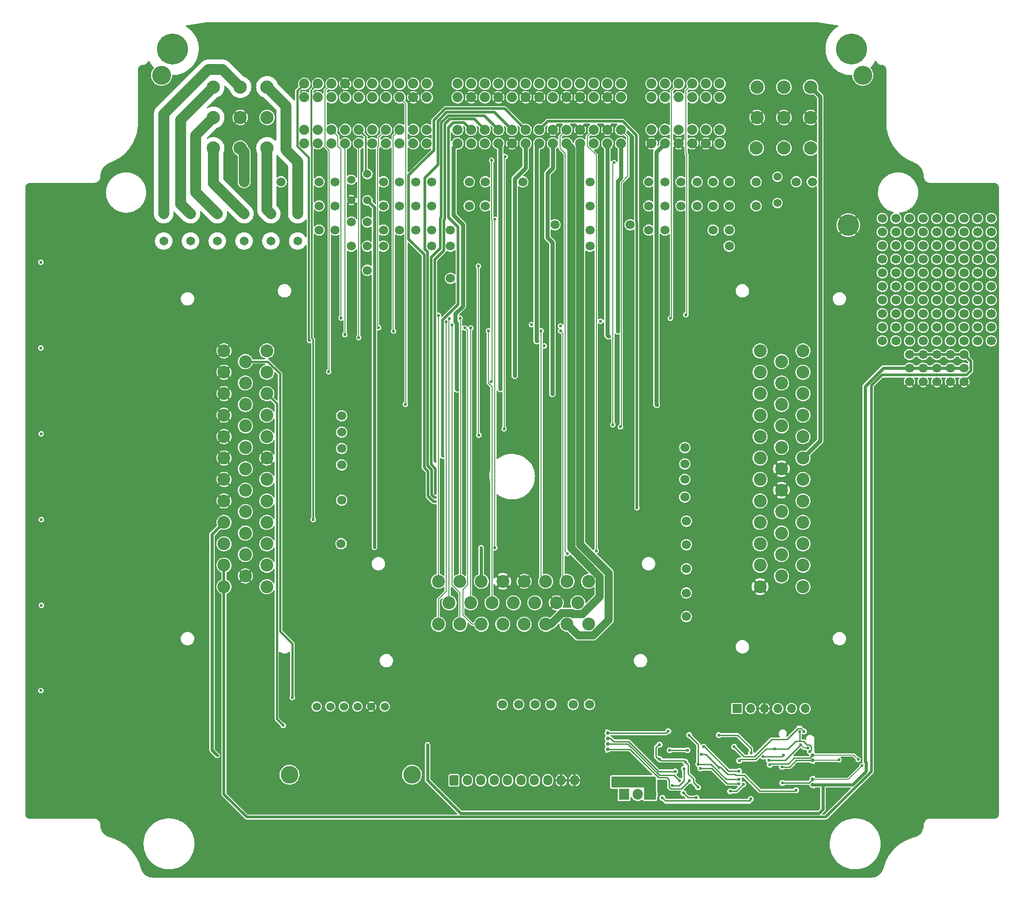
<source format=gbl>
G75*
G70*
%OFA0B0*%
%FSLAX25Y25*%
%IPPOS*%
%LPD*%
%AMOC8*
5,1,8,0,0,1.08239X$1,22.5*
%
%ADD10C,0.01969*%
%ADD101C,0.00787*%
%ADD102R,0.00984X0.38386*%
%ADD11O,0.06693X0.07677*%
%ADD13C,0.01575*%
%ADD15C,0.06693*%
%ADD16C,0.07874*%
%ADD18R,0.06693X0.06693*%
%ADD26R,0.00984X0.08858*%
%ADD33C,0.15748*%
%ADD37R,0.07500X0.07874*%
%ADD38C,0.02756*%
%ADD42R,0.00984X0.19882*%
%ADD44C,0.02362*%
%ADD45C,0.06496*%
%ADD48C,0.01378*%
%ADD50C,0.09744*%
%ADD52C,0.00800*%
%ADD53O,0.06693X0.06693*%
%ADD63R,1.54528X0.00984*%
%ADD64O,0.07500X0.07874*%
%ADD67R,0.00984X0.03740*%
%ADD68C,0.13000*%
%ADD70C,0.13878*%
%ADD72C,0.05906*%
%ADD75R,0.00984X0.12205*%
%ADD79C,0.09449*%
%ADD80C,0.06000*%
%ADD85C,0.00984*%
%ADD88C,0.03150*%
%ADD92C,0.22736*%
%ADD98C,0.07382*%
X0000000Y0000000D02*
%LPD*%
G01*
D15*
X0494094Y0511811D03*
X0485118Y0316630D03*
X0275591Y0494094D03*
X0690118Y0395000D03*
X0690118Y0405000D03*
X0690118Y0415000D03*
X0690118Y0425000D03*
X0690118Y0435000D03*
X0700118Y0395000D03*
X0700118Y0405000D03*
X0700118Y0415000D03*
X0700118Y0425000D03*
X0700118Y0435000D03*
X0710118Y0395000D03*
X0710118Y0405000D03*
X0710118Y0415000D03*
X0710118Y0425000D03*
X0710118Y0435000D03*
X0275591Y0476378D03*
X0375118Y0128000D03*
X0338583Y0511811D03*
X0232677Y0246063D03*
X0228346Y0511811D03*
X0233118Y0278000D03*
X0690118Y0445000D03*
X0690118Y0455000D03*
X0690118Y0465000D03*
X0690118Y0475000D03*
X0690118Y0485000D03*
X0700118Y0445000D03*
X0700118Y0455000D03*
X0700118Y0465000D03*
X0700118Y0475000D03*
X0700118Y0485000D03*
X0710118Y0445000D03*
X0710118Y0455000D03*
X0710118Y0465000D03*
X0710118Y0475000D03*
X0710118Y0485000D03*
D18*
X0523425Y0125000D03*
D53*
X0533425Y0125000D03*
X0543425Y0125000D03*
X0553425Y0125000D03*
X0563425Y0125000D03*
X0573425Y0125000D03*
D45*
X0181102Y0488346D03*
X0181102Y0468346D03*
D15*
X0287402Y0511811D03*
X0233118Y0328000D03*
X0233118Y0340000D03*
X0403118Y0128000D03*
X0263780Y0494094D03*
X0486220Y0262598D03*
X0415354Y0464567D03*
X0228346Y0476378D03*
X0312992Y0440945D03*
X0415354Y0494094D03*
X0161417Y0511811D03*
X0458661Y0511811D03*
D50*
X0577559Y0581496D03*
X0557874Y0581496D03*
X0538189Y0581496D03*
X0577559Y0559055D03*
X0557874Y0559055D03*
X0538189Y0559055D03*
X0577559Y0536614D03*
X0557874Y0536614D03*
X0537559Y0536614D03*
D98*
X0510630Y0583858D03*
X0500630Y0583858D03*
X0490630Y0583858D03*
X0480630Y0583858D03*
X0470630Y0583858D03*
X0460630Y0583858D03*
X0510630Y0573858D03*
X0500630Y0573858D03*
X0490630Y0573858D03*
X0480630Y0573858D03*
X0470630Y0573858D03*
X0460630Y0573858D03*
X0510630Y0550039D03*
X0500630Y0550039D03*
X0490630Y0550039D03*
X0480630Y0550039D03*
X0470630Y0550039D03*
X0460630Y0550039D03*
X0510630Y0540039D03*
X0500630Y0540039D03*
X0490630Y0540039D03*
X0480630Y0540039D03*
X0470630Y0540039D03*
X0460630Y0540039D03*
X0438189Y0583858D03*
X0428189Y0583858D03*
X0418189Y0583858D03*
X0408189Y0583858D03*
X0398189Y0583858D03*
X0388189Y0583858D03*
X0378189Y0583858D03*
X0368189Y0583858D03*
X0358189Y0583858D03*
X0348189Y0583858D03*
X0338189Y0583858D03*
X0328189Y0583858D03*
X0318189Y0583858D03*
X0438189Y0573858D03*
X0428189Y0573858D03*
X0418189Y0573858D03*
X0408189Y0573858D03*
X0398189Y0573858D03*
X0388189Y0573858D03*
X0378189Y0573858D03*
X0368189Y0573858D03*
X0358189Y0573858D03*
X0348189Y0573858D03*
X0338189Y0573858D03*
X0328189Y0573858D03*
X0318189Y0573858D03*
X0438189Y0550039D03*
X0428189Y0550039D03*
X0418189Y0550039D03*
X0408189Y0550039D03*
X0398189Y0550039D03*
X0388189Y0550039D03*
X0378189Y0550039D03*
X0368189Y0550039D03*
X0358189Y0550039D03*
X0348189Y0550039D03*
X0338189Y0550039D03*
X0328189Y0550039D03*
X0318189Y0550039D03*
X0438189Y0540039D03*
X0428189Y0540039D03*
X0418189Y0540039D03*
X0408189Y0540039D03*
X0398189Y0540039D03*
X0388189Y0540039D03*
X0378189Y0540039D03*
X0368189Y0540039D03*
X0358189Y0540039D03*
X0348189Y0540039D03*
X0338189Y0540039D03*
X0328189Y0540039D03*
X0318189Y0540039D03*
X0295669Y0583858D03*
X0285669Y0583858D03*
X0275669Y0583858D03*
X0265669Y0583858D03*
X0255669Y0583858D03*
X0245669Y0583858D03*
X0235669Y0583858D03*
X0225669Y0583858D03*
X0215669Y0583858D03*
X0205669Y0583858D03*
X0295669Y0573858D03*
X0285669Y0573858D03*
X0275669Y0573858D03*
X0265669Y0573858D03*
X0255669Y0573858D03*
X0245669Y0573858D03*
X0235669Y0573858D03*
X0225669Y0573858D03*
X0215669Y0573858D03*
X0205669Y0573858D03*
X0295669Y0550039D03*
X0285669Y0550039D03*
X0275669Y0550039D03*
X0265669Y0550039D03*
X0255669Y0550039D03*
X0245669Y0550039D03*
X0235669Y0550039D03*
X0225669Y0550039D03*
X0215669Y0550039D03*
X0205669Y0550039D03*
X0295669Y0540039D03*
X0285669Y0540039D03*
X0275669Y0540039D03*
X0265669Y0540039D03*
X0255669Y0540039D03*
X0245669Y0540039D03*
X0235669Y0540039D03*
X0225669Y0540039D03*
X0215669Y0540039D03*
X0205669Y0540039D03*
D50*
X0178346Y0581496D03*
X0158661Y0581496D03*
X0138976Y0581496D03*
X0178346Y0559055D03*
X0158661Y0559055D03*
X0138976Y0559055D03*
X0178346Y0536614D03*
X0158661Y0536614D03*
X0138976Y0536614D03*
D70*
X0615748Y0590157D03*
X0100787Y0590157D03*
D92*
X0607677Y0609449D03*
X0108858Y0609449D03*
D15*
X0566929Y0511811D03*
X0630118Y0395000D03*
X0630118Y0405000D03*
X0630118Y0415000D03*
X0630118Y0425000D03*
X0630118Y0435000D03*
X0640118Y0395000D03*
X0640118Y0405000D03*
X0640118Y0415000D03*
X0640118Y0425000D03*
X0640118Y0435000D03*
X0650118Y0395000D03*
X0650118Y0405000D03*
X0650118Y0415000D03*
X0650118Y0425000D03*
X0650118Y0435000D03*
X0505906Y0511811D03*
X0415118Y0128000D03*
X0312992Y0464567D03*
D68*
X0194764Y0076417D03*
X0284764Y0076417D03*
D80*
X0264764Y0126417D03*
X0254764Y0126417D03*
X0244764Y0126417D03*
X0234764Y0126417D03*
X0224764Y0126417D03*
X0214764Y0126417D03*
D15*
X0505906Y0476378D03*
D45*
X0122047Y0488346D03*
X0122047Y0468346D03*
D15*
X0517717Y0494094D03*
X0660118Y0395000D03*
X0660118Y0405000D03*
X0660118Y0415000D03*
X0660118Y0425000D03*
X0660118Y0435000D03*
X0670118Y0395000D03*
X0670118Y0405000D03*
X0670118Y0415000D03*
X0670118Y0425000D03*
X0670118Y0435000D03*
X0680118Y0395000D03*
X0680118Y0405000D03*
X0680118Y0415000D03*
X0680118Y0425000D03*
X0680118Y0435000D03*
X0415354Y0476378D03*
X0351118Y0128000D03*
X0470472Y0494094D03*
X0458661Y0476378D03*
X0263780Y0511811D03*
X0299213Y0476378D03*
D80*
X0240157Y0513406D03*
X0240157Y0498406D03*
D38*
X0428425Y0106988D03*
X0428425Y0103051D03*
X0428425Y0099114D03*
X0428425Y0095177D03*
D42*
X0580492Y0103346D03*
D63*
X0503720Y0112795D03*
X0503720Y0054724D03*
D26*
X0580492Y0079921D03*
D75*
X0580492Y0060335D03*
D67*
X0426949Y0111417D03*
D102*
X0426949Y0073425D03*
D38*
X0579016Y0068996D03*
X0579016Y0072933D03*
X0579016Y0086909D03*
X0579016Y0090846D03*
D15*
X0263780Y0464567D03*
D44*
X0617375Y0086368D03*
X0615308Y0082923D03*
X0612356Y0087549D03*
X0598379Y0087254D03*
D15*
X0389764Y0480315D03*
X0537402Y0511811D03*
X0537402Y0494094D03*
D80*
X0553150Y0515551D03*
X0553150Y0496260D03*
D15*
X0216535Y0494094D03*
X0486220Y0245276D03*
X0216535Y0511811D03*
X0228346Y0494094D03*
X0240157Y0482283D03*
X0486220Y0192520D03*
X0470472Y0476378D03*
X0485039Y0280315D03*
X0216535Y0476378D03*
X0299213Y0511811D03*
D45*
X0161417Y0488346D03*
X0161417Y0468346D03*
D15*
X0494094Y0494094D03*
X0660118Y0445000D03*
X0660118Y0455000D03*
X0660118Y0465000D03*
X0660118Y0475000D03*
X0660118Y0485000D03*
X0670118Y0445000D03*
X0670118Y0455000D03*
X0670118Y0465000D03*
X0670118Y0475000D03*
X0670118Y0485000D03*
X0680118Y0445000D03*
X0680118Y0455000D03*
X0680118Y0465000D03*
X0680118Y0475000D03*
X0680118Y0485000D03*
X0299213Y0494094D03*
X0188583Y0511811D03*
X0517717Y0511811D03*
X0485039Y0293307D03*
X0458661Y0494094D03*
X0486220Y0227559D03*
X0386614Y0127953D03*
X0517717Y0464567D03*
X0233118Y0316000D03*
X0326772Y0511811D03*
X0287402Y0476378D03*
X0326772Y0494094D03*
D80*
X0251969Y0517520D03*
X0251969Y0498228D03*
D15*
X0690118Y0365000D03*
X0680118Y0365000D03*
X0670118Y0365000D03*
X0660118Y0365000D03*
X0650118Y0365000D03*
X0690118Y0375000D03*
X0680118Y0375000D03*
X0670118Y0375000D03*
X0660118Y0375000D03*
X0650118Y0375000D03*
X0690118Y0385000D03*
X0680118Y0385000D03*
X0670118Y0385000D03*
X0660118Y0385000D03*
X0650118Y0385000D03*
X0299213Y0464567D03*
X0251969Y0446850D03*
X0486220Y0209843D03*
X0240157Y0464567D03*
D45*
X0141732Y0488346D03*
X0141732Y0468346D03*
X0200787Y0488346D03*
X0200787Y0468346D03*
D15*
X0287402Y0494094D03*
X0444882Y0480315D03*
X0275591Y0511811D03*
X0415354Y0511811D03*
X0233071Y0303937D03*
X0630118Y0445000D03*
X0630118Y0455000D03*
X0630118Y0465000D03*
X0630118Y0475000D03*
X0630118Y0485000D03*
X0640118Y0445000D03*
X0640118Y0455000D03*
X0640118Y0465000D03*
X0640118Y0475000D03*
X0640118Y0485000D03*
X0650118Y0445000D03*
X0650118Y0455000D03*
X0650118Y0465000D03*
X0650118Y0475000D03*
X0650118Y0485000D03*
X0338583Y0494094D03*
X0578740Y0511811D03*
D79*
X0571850Y0214469D03*
X0571850Y0230217D03*
X0571850Y0245965D03*
X0571850Y0261713D03*
X0571850Y0277461D03*
X0571850Y0293209D03*
X0571850Y0308957D03*
X0571850Y0324705D03*
X0571850Y0340453D03*
X0571850Y0356201D03*
X0571850Y0371949D03*
X0571850Y0387697D03*
X0556102Y0222343D03*
X0556102Y0238091D03*
X0556102Y0253839D03*
X0556102Y0269587D03*
X0556102Y0285335D03*
X0556102Y0301083D03*
X0556102Y0316831D03*
X0556102Y0332579D03*
X0556102Y0348327D03*
X0556102Y0364075D03*
X0556102Y0379823D03*
X0540354Y0214469D03*
X0540354Y0230217D03*
X0540354Y0245965D03*
X0540354Y0261713D03*
X0540354Y0277461D03*
X0540354Y0293209D03*
X0540354Y0308957D03*
X0540354Y0324705D03*
X0540354Y0340453D03*
X0540354Y0356201D03*
X0540354Y0371949D03*
X0540354Y0387697D03*
X0304134Y0186909D03*
X0319882Y0186909D03*
X0335630Y0186909D03*
X0351378Y0186909D03*
X0367126Y0186909D03*
X0382874Y0186909D03*
X0398622Y0186909D03*
X0414370Y0186909D03*
X0312008Y0202657D03*
X0327756Y0202657D03*
X0343504Y0202657D03*
X0359252Y0202657D03*
X0375000Y0202657D03*
X0390748Y0202657D03*
X0406496Y0202657D03*
X0304134Y0218406D03*
X0319882Y0218406D03*
X0335630Y0218406D03*
X0351378Y0218406D03*
X0367126Y0218406D03*
X0382874Y0218406D03*
X0398622Y0218406D03*
X0414370Y0218406D03*
X0146654Y0387697D03*
X0146654Y0371949D03*
X0146654Y0356201D03*
X0146654Y0340453D03*
X0146654Y0324705D03*
X0146654Y0308957D03*
X0146654Y0293209D03*
X0146654Y0277461D03*
X0146654Y0261713D03*
X0146654Y0245965D03*
X0146654Y0230217D03*
X0146654Y0214469D03*
X0162402Y0379823D03*
X0162402Y0364075D03*
X0162402Y0348327D03*
X0162402Y0332579D03*
X0162402Y0316831D03*
X0162402Y0301083D03*
X0162402Y0285335D03*
X0162402Y0269587D03*
X0162402Y0253839D03*
X0162402Y0238091D03*
X0162402Y0222343D03*
X0178150Y0387697D03*
X0178150Y0371949D03*
X0178150Y0356201D03*
X0178150Y0340453D03*
X0178150Y0324705D03*
X0178150Y0308957D03*
X0178150Y0293209D03*
X0178150Y0277461D03*
X0178150Y0261713D03*
X0178150Y0245965D03*
X0178150Y0230217D03*
X0178150Y0214469D03*
D15*
X0363118Y0128000D03*
G36*
G01*
X0312205Y0069390D02*
X0312205Y0075098D01*
G75*
G02*
X0313189Y0076083I0000984J0000000D01*
G01*
X0317913Y0076083D01*
G75*
G02*
X0318898Y0075098I0000000J-000984D01*
G01*
X0318898Y0069390D01*
G75*
G02*
X0317913Y0068406I-000984J0000000D01*
G01*
X0313189Y0068406D01*
G75*
G02*
X0312205Y0069390I0000000J0000984D01*
G01*
G37*
D11*
X0325394Y0072244D03*
X0335236Y0072244D03*
X0345079Y0072244D03*
X0354921Y0072244D03*
X0364764Y0072244D03*
X0374606Y0072244D03*
X0384449Y0072244D03*
X0394291Y0072244D03*
X0404134Y0072244D03*
D45*
X0102362Y0488346D03*
X0102362Y0468346D03*
D15*
X0482283Y0494094D03*
X0482283Y0511811D03*
X0251969Y0482283D03*
X0485118Y0304630D03*
X0505906Y0494094D03*
X0312992Y0476378D03*
X0263780Y0476378D03*
X0251969Y0464567D03*
X0517717Y0476378D03*
X0470472Y0511811D03*
X0366142Y0511811D03*
D33*
X0605118Y0480000D03*
D44*
X0032283Y0354331D03*
X0243307Y0055118D03*
X0582089Y0111024D03*
X0005118Y0047244D03*
X0209449Y0165354D03*
X0442520Y0115748D03*
X0318110Y0339370D03*
X0200000Y0328740D03*
X0392126Y0384646D03*
X0076435Y0052712D03*
X0317717Y0293701D03*
X0597638Y0520472D03*
X0434252Y0316929D03*
X0591339Y0095276D03*
X0046624Y0481417D03*
X0422047Y0054331D03*
X0591339Y0129921D03*
X0384252Y0385039D03*
X0271720Y0384577D03*
X0293307Y0203543D03*
X0414567Y0255118D03*
X0021260Y0155512D03*
X0573622Y0114380D03*
X0279921Y0028346D03*
X0162598Y0034646D03*
X0625591Y0005118D03*
X0311811Y0427953D03*
X0712598Y0047244D03*
X0603150Y0104331D03*
X0459055Y0334646D03*
X0305118Y0053150D03*
X0234416Y0621494D03*
X0654331Y0035433D03*
X0106693Y0414567D03*
X0131890Y0053937D03*
X0219685Y0440945D03*
X0275197Y0440945D03*
X0625984Y0064567D03*
X0247244Y0309843D03*
X0424409Y0339764D03*
X0287795Y0288189D03*
X0388629Y0292049D03*
X0579528Y0239764D03*
X0562205Y0211811D03*
X0355906Y0005118D03*
X0522047Y0024016D03*
X0078346Y0531496D03*
X0462544Y0202628D03*
X0241339Y0405906D03*
X0606299Y0251181D03*
X0288189Y0432283D03*
X0367717Y0416929D03*
X0581102Y0279134D03*
X0416535Y0028346D03*
X0416142Y0445669D03*
X0625197Y0562598D03*
X0142520Y0096457D03*
X0242126Y0414567D03*
X0514856Y0329150D03*
X0240157Y0426772D03*
X0649213Y0099606D03*
X0288583Y0355549D03*
X0021260Y0407087D03*
X0481102Y0417323D03*
X0264173Y0450000D03*
X0386614Y0151969D03*
X0240551Y0450787D03*
X0539370Y0051575D03*
X0125984Y0299213D03*
X0273622Y0355512D03*
X0195276Y0105118D03*
X0626772Y0094094D03*
X0286795Y0408389D03*
X0021260Y0102756D03*
X0228740Y0384252D03*
X0021260Y0228346D03*
X0415354Y0416929D03*
X0287795Y0453543D03*
X0137668Y0619952D03*
X0199213Y0309055D03*
X0518923Y0412329D03*
X0549588Y0438711D03*
X0198819Y0270079D03*
X0331890Y0170866D03*
X0469685Y0417323D03*
X0062598Y0518898D03*
X0275591Y0004724D03*
X0262205Y0319291D03*
X0337795Y0416929D03*
X0443701Y0387795D03*
X0390456Y0317403D03*
X0298819Y0166929D03*
X0087795Y0575984D03*
X0603937Y0289764D03*
X0182677Y0101575D03*
X0510014Y0618796D03*
X0253937Y0096850D03*
X0021260Y0291339D03*
X0369685Y0339764D03*
X0297244Y0253937D03*
X0338976Y0348031D03*
X0511811Y0307087D03*
X0021260Y0353937D03*
X0376378Y0286220D03*
X0518110Y0115354D03*
X0021260Y0091732D03*
X0453543Y0005906D03*
X0426772Y0247638D03*
X0467717Y0150000D03*
X0007087Y0349213D03*
X0494488Y0480315D03*
X0274736Y0171645D03*
X0200787Y0319291D03*
X0570866Y0486220D03*
X0216142Y0218898D03*
X0424016Y0111811D03*
X0337402Y0338583D03*
X0457480Y0051575D03*
X0353543Y0254331D03*
X0486614Y0334646D03*
X0140945Y0448031D03*
X0341352Y0466535D03*
X0444094Y0416929D03*
X0672598Y0493366D03*
X0315209Y0154685D03*
X0498537Y0411301D03*
X0337795Y0315748D03*
X0602756Y0346850D03*
X0401575Y0150000D03*
X0088976Y0478346D03*
X0251162Y0416269D03*
X0422441Y0076772D03*
X0583858Y0077559D03*
X0265354Y0094094D03*
X0307087Y0293307D03*
X0590157Y0051969D03*
X0661417Y0175197D03*
X0242126Y0203150D03*
X0483465Y0051969D03*
X0330315Y0384646D03*
X0471260Y0444488D03*
X0200787Y0355118D03*
X0643701Y0524409D03*
X0201181Y0284252D03*
X0707874Y0501575D03*
X0337008Y0446850D03*
X0248031Y0384646D03*
X0007087Y0412205D03*
X0713780Y0164567D03*
X0463386Y0116142D03*
X0217764Y0464071D03*
X0355906Y0384646D03*
X0104331Y0164173D03*
X0415451Y0385262D03*
X0187008Y0004724D03*
X0442913Y0465354D03*
X0490157Y0116142D03*
X0288189Y0415748D03*
X0070866Y0030315D03*
X0383858Y0446457D03*
X0201575Y0252362D03*
X0433858Y0051575D03*
X0124016Y0004724D03*
X0322835Y0385039D03*
X0436140Y0291935D03*
X0526772Y0298425D03*
X0096850Y0134646D03*
X0245669Y0248031D03*
X0443701Y0445276D03*
X0373211Y0318545D03*
X0712992Y0261417D03*
X0511811Y0051575D03*
X0507087Y0461811D03*
X0562992Y0440157D03*
X0415748Y0288583D03*
X0201969Y0383858D03*
X0341352Y0473033D03*
X0562598Y0171654D03*
X0564173Y0051575D03*
X0264961Y0430709D03*
X0021260Y0218504D03*
X0615354Y0498819D03*
X0603543Y0194488D03*
X0003937Y0285827D03*
X0344094Y0151181D03*
X0120866Y0229134D03*
X0679134Y0130315D03*
X0292520Y0116929D03*
X0531496Y0479134D03*
X0480709Y0409843D03*
X0356892Y0471654D03*
X0287795Y0384252D03*
X0355906Y0461417D03*
X0229528Y0400000D03*
X0007087Y0159843D03*
X0457087Y0466929D03*
X0301575Y0116535D03*
X0021260Y0416929D03*
X0250787Y0406693D03*
X0248425Y0337402D03*
X0573228Y0523228D03*
X0005512Y0507480D03*
X0329134Y0456693D03*
X0349606Y0339764D03*
X0461608Y0316375D03*
X0356177Y0416954D03*
X0422441Y0062992D03*
X0276772Y0337402D03*
X0275591Y0424016D03*
X0333695Y0293762D03*
X0480315Y0445276D03*
X0390157Y0256693D03*
X0583858Y0082677D03*
X0166929Y0116535D03*
X0460694Y0295361D03*
X0062205Y0453150D03*
X0666535Y0250394D03*
X0084646Y0081890D03*
X0021260Y0164961D03*
X0236614Y0356693D03*
X0584646Y0616929D03*
X0444574Y0409417D03*
X0275591Y0416142D03*
X0456693Y0416929D03*
X0327953Y0416929D03*
X0583465Y0064961D03*
X0165354Y0142520D03*
X0368110Y0384252D03*
X0042913Y0049213D03*
X0262598Y0257480D03*
X0390157Y0340157D03*
X0296063Y0104685D03*
X0614567Y0054331D03*
X0502756Y0203937D03*
X0590945Y0064567D03*
X0456299Y0385433D03*
X0606950Y0400237D03*
X0539370Y0114380D03*
X0430997Y0618410D03*
X0317363Y0317289D03*
X0201575Y0296457D03*
X0442913Y0338976D03*
X0355512Y0445669D03*
X0336614Y0384252D03*
X0276772Y0465748D03*
X0170866Y0098819D03*
X0415354Y0403543D03*
X0428740Y0116535D03*
X0559449Y0005118D03*
X0370472Y0253937D03*
X0451752Y0194662D03*
X0383465Y0416929D03*
X0366284Y0446078D03*
X0336220Y0255512D03*
X0174803Y0060630D03*
X0370866Y0621108D03*
X0506931Y0437512D03*
X0427559Y0238976D03*
X0009055Y0096850D03*
X0319601Y0621108D03*
X0021260Y0281102D03*
X0278740Y0316535D03*
X0422441Y0068898D03*
X0249606Y0433071D03*
X0263780Y0278346D03*
X0264696Y0417126D03*
X0006628Y0223057D03*
X0179134Y0414173D03*
X0457480Y0444488D03*
X0182766Y0621494D03*
X0254331Y0145276D03*
X0422441Y0072835D03*
X0575197Y0412992D03*
X0478740Y0467717D03*
X0267323Y0621260D03*
X0415748Y0315354D03*
X0470079Y0467323D03*
X0024016Y0342520D03*
X0276003Y0408389D03*
X0249524Y0280743D03*
X0166142Y0191732D03*
X0481102Y0384252D03*
X0264961Y0407874D03*
X0390157Y0172441D03*
X0713918Y0359001D03*
X0277165Y0225984D03*
X0200787Y0335827D03*
X0296063Y0098425D03*
X0212205Y0263780D03*
X0141732Y0090551D03*
X0190157Y0112598D03*
X0196850Y0133071D03*
X0438189Y0514567D03*
X0435827Y0402061D03*
X0428189Y0521024D03*
X0429134Y0398323D03*
X0388189Y0522047D03*
X0387795Y0356006D03*
X0349606Y0359744D03*
X0349606Y0520472D03*
X0317717Y0359449D03*
X0315156Y0521260D03*
X0257087Y0243307D03*
X0335433Y0243108D03*
X0485827Y0414173D03*
X0304331Y0413780D03*
X0320079Y0411616D03*
X0474409Y0411616D03*
X0464567Y0348031D03*
X0433071Y0525984D03*
X0432283Y0333465D03*
X0309843Y0409055D03*
X0423228Y0409449D03*
X0393701Y0405906D03*
X0327953Y0404530D03*
X0372441Y0406892D03*
X0314173Y0406693D03*
X0342913Y0364961D03*
X0343307Y0527559D03*
X0381890Y0391240D03*
X0352362Y0330415D03*
X0353150Y0530315D03*
X0333858Y0325789D03*
X0333465Y0450000D03*
X0437795Y0331890D03*
X0420079Y0240750D03*
X0398819Y0238781D03*
X0450000Y0272443D03*
X0301970Y0276970D03*
X0301970Y0279921D03*
X0301970Y0283071D03*
X0301970Y0306693D03*
X0307679Y0310236D03*
X0376378Y0394882D03*
X0360236Y0369388D03*
X0223622Y0372441D03*
X0209449Y0395276D03*
X0279921Y0348425D03*
X0271260Y0402167D03*
X0340945Y0402366D03*
X0323622Y0404530D03*
X0260236Y0404724D03*
X0312205Y0411417D03*
X0232677Y0411811D03*
X0393701Y0402362D03*
X0245669Y0397443D03*
X0235433Y0399606D03*
X0379528Y0402366D03*
X0345679Y0484291D03*
X0345669Y0243108D03*
X0012205Y0389764D03*
X0012205Y0452756D03*
X0012205Y0138189D03*
X0012598Y0263780D03*
X0012598Y0200787D03*
X0012396Y0326772D03*
D48*
X0210701Y0538583D02*
X0211022Y0538262D01*
D44*
X0583465Y0048031D02*
X0320472Y0048031D01*
X0579016Y0068996D02*
X0586516Y0068996D01*
X0670118Y0375000D02*
X0680118Y0375000D01*
X0296063Y0072441D02*
X0296063Y0098425D01*
X0617375Y0086368D02*
X0617375Y0361470D01*
D48*
X0211022Y0538262D02*
X0211022Y0397180D01*
D44*
X0586516Y0068996D02*
X0608372Y0068996D01*
X0137795Y0252854D02*
X0146654Y0261713D01*
D48*
X0210701Y0578890D02*
X0210701Y0538583D01*
D44*
X0608372Y0068996D02*
X0618259Y0078883D01*
X0586516Y0068996D02*
X0586516Y0051083D01*
D48*
X0212205Y0395997D02*
X0212205Y0263780D01*
D44*
X0320472Y0048031D02*
X0296063Y0072441D01*
X0617375Y0361470D02*
X0630906Y0375000D01*
X0650118Y0375000D02*
X0660118Y0375000D01*
X0618259Y0085484D02*
X0617375Y0086368D01*
D48*
X0211022Y0397180D02*
X0212205Y0395997D01*
D44*
X0141732Y0090551D02*
X0137795Y0094488D01*
D48*
X0215669Y0583858D02*
X0210701Y0578890D01*
D44*
X0618259Y0078883D02*
X0618259Y0085484D01*
X0680118Y0375000D02*
X0690118Y0375000D01*
X0137795Y0094488D02*
X0137795Y0252854D01*
X0630906Y0375000D02*
X0650118Y0375000D01*
X0586516Y0051083D02*
X0583465Y0048031D01*
X0660118Y0375000D02*
X0670118Y0375000D01*
D13*
X0185435Y0117321D02*
X0185435Y0348915D01*
X0190157Y0112598D02*
X0185435Y0117321D01*
X0185435Y0348915D02*
X0178150Y0356201D01*
D101*
X0605318Y0072933D02*
X0615308Y0082923D01*
X0579016Y0072933D02*
X0605318Y0072933D01*
X0579016Y0090846D02*
X0609058Y0090846D01*
X0609058Y0090846D02*
X0612356Y0087549D01*
X0598035Y0086909D02*
X0598379Y0087254D01*
X0579016Y0086909D02*
X0598035Y0086909D01*
D13*
X0187795Y0181791D02*
X0187795Y0370930D01*
X0196849Y0172738D02*
X0187795Y0181791D01*
X0196850Y0133071D02*
X0196849Y0133073D01*
X0187795Y0370930D02*
X0178903Y0379823D01*
X0178903Y0379823D02*
X0162402Y0379823D01*
X0196849Y0133073D02*
X0196849Y0172738D01*
D88*
X0438189Y0514567D02*
X0438189Y0540039D01*
X0435827Y0402061D02*
X0435827Y0512205D01*
X0435827Y0512205D02*
X0438189Y0514567D01*
X0428189Y0399268D02*
X0428189Y0521024D01*
X0428189Y0521024D02*
X0428189Y0540039D01*
X0429134Y0398323D02*
X0428189Y0399268D01*
X0384254Y0518112D02*
X0388189Y0522047D01*
X0384254Y0470864D02*
X0384254Y0518112D01*
X0387795Y0356006D02*
X0387795Y0467323D01*
X0387795Y0467323D02*
X0384254Y0470864D01*
X0388189Y0522047D02*
X0388189Y0540039D01*
X0349606Y0538622D02*
X0348189Y0540039D01*
X0349606Y0520472D02*
X0349606Y0538622D01*
X0349606Y0359744D02*
X0349606Y0520472D01*
X0315156Y0521260D02*
X0315156Y0537006D01*
X0316535Y0409061D02*
X0316535Y0414961D01*
X0317717Y0359449D02*
X0317518Y0359648D01*
X0317518Y0359648D02*
X0317518Y0408078D01*
X0315156Y0537006D02*
X0318189Y0540039D01*
X0317518Y0408078D02*
X0316535Y0409061D01*
X0322047Y0420472D02*
X0322047Y0480402D01*
X0316535Y0414961D02*
X0322047Y0420472D01*
X0315156Y0487293D02*
X0315156Y0521260D01*
X0322047Y0480402D02*
X0315156Y0487293D01*
D44*
X0335630Y0242911D02*
X0335630Y0218406D01*
X0257285Y0492911D02*
X0251969Y0498228D01*
X0257087Y0243307D02*
X0257285Y0243506D01*
X0335433Y0243108D02*
X0335630Y0242911D01*
X0257285Y0243506D02*
X0257285Y0492911D01*
D16*
X0114963Y0557482D02*
X0138976Y0581496D01*
X0122047Y0488346D02*
X0114963Y0495431D01*
X0114963Y0495431D02*
X0114963Y0557482D01*
X0145669Y0594488D02*
X0158661Y0581496D01*
X0102362Y0488346D02*
X0102362Y0561791D01*
X0135059Y0594488D02*
X0145669Y0594488D01*
X0102362Y0561791D02*
X0135059Y0594488D01*
X0192126Y0535284D02*
X0192126Y0567717D01*
X0200787Y0526662D02*
X0200350Y0527100D01*
X0192126Y0567717D02*
X0178346Y0581496D01*
X0200310Y0527100D02*
X0192126Y0535284D01*
X0200787Y0488346D02*
X0200787Y0526662D01*
X0200350Y0527100D02*
X0200310Y0527100D01*
X0138976Y0536614D02*
X0138976Y0510787D01*
X0138976Y0510787D02*
X0161417Y0488346D01*
X0181102Y0488346D02*
X0178152Y0491297D01*
X0178152Y0536419D02*
X0178346Y0536614D01*
X0178152Y0491297D02*
X0178152Y0536419D01*
X0138976Y0559055D02*
X0125984Y0546063D01*
X0125984Y0504094D02*
X0141732Y0488346D01*
X0125984Y0546063D02*
X0125984Y0504094D01*
D88*
X0584595Y0321701D02*
X0584595Y0574461D01*
X0571850Y0308957D02*
X0584595Y0321701D01*
X0584595Y0574461D02*
X0577559Y0581496D01*
D101*
X0485957Y0579185D02*
X0490630Y0583858D01*
X0304134Y0413583D02*
X0304331Y0413780D01*
X0486612Y0414959D02*
X0486612Y0531892D01*
X0485827Y0414173D02*
X0486612Y0414959D01*
X0485957Y0532547D02*
X0485957Y0579185D01*
X0486612Y0531892D02*
X0485957Y0532547D01*
X0304134Y0218406D02*
X0304134Y0413583D01*
X0320472Y0218996D02*
X0320472Y0411222D01*
X0475303Y0412510D02*
X0475303Y0578532D01*
X0475303Y0578532D02*
X0480630Y0583858D01*
X0319882Y0218406D02*
X0320472Y0218996D01*
X0474409Y0411616D02*
X0475303Y0412510D01*
X0320472Y0411222D02*
X0320079Y0411616D01*
D88*
X0464567Y0348031D02*
X0464171Y0348427D01*
X0464171Y0348427D02*
X0464171Y0533581D01*
X0464171Y0533581D02*
X0470630Y0540039D01*
D101*
X0432283Y0525197D02*
X0433071Y0525984D01*
X0432283Y0333465D02*
X0432283Y0525197D01*
X0304134Y0205315D02*
X0309843Y0211024D01*
X0309843Y0211024D02*
X0309843Y0409055D01*
X0304134Y0186909D02*
X0304134Y0205315D01*
X0327756Y0404333D02*
X0327953Y0404530D01*
X0327756Y0202657D02*
X0327756Y0404333D01*
X0319882Y0186909D02*
X0319882Y0210039D01*
X0314173Y0215748D02*
X0314173Y0406693D01*
X0319882Y0210039D02*
X0314173Y0215748D01*
X0343516Y0365563D02*
X0343516Y0483395D01*
X0343307Y0483604D02*
X0343307Y0527559D01*
X0343516Y0483395D02*
X0343307Y0483604D01*
X0342913Y0364961D02*
X0343516Y0365563D01*
X0352362Y0529528D02*
X0353150Y0530315D01*
X0352362Y0330415D02*
X0352362Y0529528D01*
X0333465Y0450000D02*
X0333465Y0326183D01*
X0443307Y0544921D02*
X0438189Y0550039D01*
X0437795Y0331890D02*
X0438384Y0332478D01*
X0443307Y0516069D02*
X0443307Y0544921D01*
X0438384Y0332478D02*
X0438384Y0511146D01*
X0438384Y0511146D02*
X0443307Y0516069D01*
X0420079Y0531541D02*
X0413516Y0538104D01*
X0413516Y0538104D02*
X0413516Y0545366D01*
X0420079Y0240750D02*
X0420079Y0531541D01*
X0413516Y0545366D02*
X0418189Y0550039D01*
X0393516Y0545366D02*
X0398189Y0550039D01*
X0397244Y0240356D02*
X0397244Y0532677D01*
X0398819Y0238781D02*
X0397244Y0240356D01*
X0393516Y0536406D02*
X0393516Y0545366D01*
X0397244Y0532677D02*
X0393516Y0536406D01*
D10*
X0449801Y0272642D02*
X0449801Y0482353D01*
X0449801Y0482353D02*
X0449606Y0482548D01*
X0449606Y0546066D02*
X0439373Y0556299D01*
X0449606Y0482548D02*
X0449606Y0546066D01*
X0439373Y0556299D02*
X0384449Y0556299D01*
X0450000Y0272443D02*
X0449801Y0272642D01*
X0384449Y0556299D02*
X0378189Y0550039D01*
X0352697Y0565532D02*
X0368189Y0550039D01*
X0300787Y0553937D02*
X0300787Y0557081D01*
X0282309Y0469659D02*
X0282309Y0516561D01*
X0300787Y0557081D02*
X0309239Y0565532D01*
X0296659Y0280871D02*
X0296659Y0299010D01*
X0300560Y0276970D02*
X0296659Y0280871D01*
X0293701Y0458268D02*
X0282309Y0469659D01*
X0309239Y0565532D02*
X0352697Y0565532D01*
X0296659Y0299010D02*
X0293701Y0301969D01*
X0301970Y0276970D02*
X0300560Y0276970D01*
X0282309Y0516561D02*
X0300933Y0535185D01*
X0300933Y0535185D02*
X0300933Y0553791D01*
X0300933Y0553791D02*
X0300787Y0553937D01*
X0293701Y0301969D02*
X0293701Y0458268D01*
X0294293Y0514766D02*
X0303746Y0524218D01*
X0301970Y0279921D02*
X0301225Y0279921D01*
X0296262Y0303271D02*
X0296262Y0460431D01*
X0296262Y0460431D02*
X0294293Y0462400D01*
X0303746Y0556423D02*
X0310298Y0562975D01*
X0299216Y0300317D02*
X0296262Y0303271D01*
X0299216Y0281930D02*
X0299216Y0300317D01*
X0345254Y0562975D02*
X0358189Y0550039D01*
X0301225Y0279921D02*
X0299216Y0281930D01*
X0310298Y0562975D02*
X0345254Y0562975D01*
X0294293Y0462400D02*
X0294293Y0514766D01*
X0303746Y0524218D02*
X0303746Y0556423D01*
X0306303Y0555364D02*
X0311357Y0560418D01*
X0305516Y0484958D02*
X0306303Y0485745D01*
X0306303Y0485745D02*
X0306303Y0555364D01*
X0305516Y0462996D02*
X0305516Y0484958D01*
X0311357Y0560418D02*
X0337811Y0560418D01*
X0301970Y0283071D02*
X0301970Y0301179D01*
X0337811Y0560418D02*
X0348189Y0550039D01*
X0298819Y0456299D02*
X0305516Y0462996D01*
X0298819Y0304331D02*
X0298819Y0456299D01*
X0301970Y0301179D02*
X0298819Y0304331D01*
X0312416Y0557860D02*
X0330368Y0557860D01*
X0301970Y0306693D02*
X0301577Y0307087D01*
X0308073Y0461222D02*
X0308073Y0483898D01*
X0330368Y0557860D02*
X0338189Y0550039D01*
X0308860Y0554304D02*
X0312416Y0557860D01*
X0308860Y0484686D02*
X0308860Y0554304D01*
X0308073Y0483898D02*
X0308860Y0484686D01*
X0301577Y0307087D02*
X0301577Y0454726D01*
X0301577Y0454726D02*
X0308073Y0461222D01*
X0318504Y0478658D02*
X0311417Y0485745D01*
X0307089Y0310827D02*
X0307089Y0410238D01*
X0315146Y0555303D02*
X0322925Y0555303D01*
X0311417Y0551575D02*
X0315146Y0555303D01*
X0307679Y0310236D02*
X0307089Y0310827D01*
X0322925Y0555303D02*
X0328189Y0550039D01*
X0307089Y0410238D02*
X0318504Y0421654D01*
X0318504Y0421654D02*
X0318504Y0478658D01*
X0311417Y0485745D02*
X0311417Y0551575D01*
D72*
X0429130Y0224519D02*
X0429130Y0189980D01*
X0408268Y0539961D02*
X0408268Y0245382D01*
X0417794Y0178644D02*
X0406888Y0178644D01*
X0408189Y0540039D02*
X0408268Y0539961D01*
X0406888Y0178644D02*
X0398622Y0186909D01*
X0429130Y0189980D02*
X0417794Y0178644D01*
X0408268Y0245382D02*
X0429130Y0224519D01*
X0398189Y0540039D02*
X0401774Y0536455D01*
X0402046Y0195175D02*
X0394955Y0195175D01*
X0402829Y0194392D02*
X0402046Y0195175D01*
X0409920Y0194392D02*
X0402829Y0194392D01*
X0386690Y0186909D02*
X0382874Y0186909D01*
X0422636Y0221829D02*
X0422636Y0207108D01*
X0422636Y0207108D02*
X0409920Y0194392D01*
X0401774Y0242692D02*
X0422636Y0221829D01*
X0394955Y0195175D02*
X0386690Y0186909D01*
X0401774Y0536455D02*
X0401774Y0242692D01*
D88*
X0376183Y0538033D02*
X0378189Y0540039D01*
X0376378Y0394882D02*
X0376183Y0395077D01*
X0376183Y0395077D02*
X0376183Y0538033D01*
X0360236Y0514173D02*
X0368189Y0522126D01*
X0368189Y0522126D02*
X0368189Y0540039D01*
X0360236Y0369388D02*
X0360236Y0514173D01*
D101*
X0220996Y0538104D02*
X0220996Y0579185D01*
X0220996Y0579185D02*
X0225669Y0583858D01*
X0223622Y0372441D02*
X0224016Y0372835D01*
X0224016Y0372835D02*
X0224016Y0535084D01*
X0224016Y0535084D02*
X0220996Y0538104D01*
D13*
X0208957Y0529626D02*
X0203610Y0534972D01*
X0200394Y0538149D02*
X0200394Y0578583D01*
X0200394Y0578583D02*
X0205669Y0583858D01*
X0203610Y0534972D02*
X0203570Y0534972D01*
X0203570Y0534972D02*
X0200394Y0538149D01*
X0209449Y0395276D02*
X0208957Y0395768D01*
X0208957Y0395768D02*
X0208957Y0529626D01*
D101*
X0280343Y0348847D02*
X0279921Y0348425D01*
X0275669Y0573858D02*
X0280343Y0569185D01*
X0280343Y0569185D02*
X0280343Y0348847D01*
X0340750Y0402171D02*
X0340945Y0402366D01*
X0271260Y0402167D02*
X0270996Y0402431D01*
X0340750Y0364065D02*
X0340750Y0402171D01*
X0270996Y0402431D02*
X0270996Y0545366D01*
X0343504Y0202657D02*
X0343504Y0361311D01*
X0343504Y0361311D02*
X0340750Y0364065D01*
X0270996Y0545366D02*
X0275669Y0550039D01*
X0322049Y0212207D02*
X0325591Y0215748D01*
X0260343Y0538104D02*
X0260343Y0544713D01*
X0328949Y0186909D02*
X0322049Y0193809D01*
X0260343Y0544713D02*
X0265669Y0550039D01*
X0260236Y0404724D02*
X0259449Y0405512D01*
X0259449Y0537210D02*
X0260343Y0538104D01*
X0259449Y0405512D02*
X0259449Y0537210D01*
X0325591Y0402561D02*
X0323622Y0404530D01*
X0325591Y0215748D02*
X0325591Y0402561D01*
X0322049Y0193809D02*
X0322049Y0212207D01*
X0335630Y0186909D02*
X0328949Y0186909D01*
X0312008Y0411220D02*
X0312205Y0411417D01*
X0232677Y0411811D02*
X0232677Y0421650D01*
X0312008Y0202657D02*
X0312008Y0411220D01*
X0230343Y0538104D02*
X0230343Y0545366D01*
X0232677Y0421650D02*
X0232675Y0421652D01*
X0230343Y0545366D02*
X0225669Y0550039D01*
X0232675Y0421652D02*
X0232675Y0535771D01*
X0232675Y0535771D02*
X0230343Y0538104D01*
X0245669Y0397443D02*
X0245669Y0540039D01*
X0395669Y0221358D02*
X0395669Y0272441D01*
X0395669Y0400394D02*
X0393701Y0402362D01*
X0398622Y0218406D02*
X0395669Y0221358D01*
X0395669Y0272441D02*
X0395669Y0400394D01*
X0379528Y0221752D02*
X0379528Y0402366D01*
X0382874Y0218406D02*
X0379528Y0221752D01*
X0235669Y0399843D02*
X0235669Y0540039D01*
X0235433Y0399606D02*
X0235669Y0399843D01*
D16*
X0161417Y0511811D02*
X0161417Y0533858D01*
X0161417Y0533858D02*
X0158661Y0536614D01*
D101*
X0345669Y0243108D02*
X0345669Y0270059D01*
X0345669Y0270059D02*
X0345679Y0270069D01*
X0345679Y0270069D02*
X0345679Y0484291D01*
D10*
X0691994Y0369919D02*
X0629762Y0369919D01*
X0622047Y0078740D02*
X0588585Y0045277D01*
X0695037Y0372962D02*
X0691994Y0369919D01*
X0650118Y0385000D02*
X0690118Y0385000D01*
X0695037Y0380081D02*
X0695037Y0372962D01*
X0622047Y0362205D02*
X0622047Y0078740D01*
X0629762Y0369919D02*
X0622047Y0362205D01*
X0146654Y0062008D02*
X0146654Y0230217D01*
X0690118Y0385000D02*
X0695037Y0380081D01*
X0582324Y0045277D02*
X0163384Y0045277D01*
X0163384Y0045277D02*
X0146654Y0062008D01*
X0588585Y0045277D02*
X0582324Y0045277D01*
D48*
X0250701Y0545008D02*
X0245669Y0550039D01*
X0250701Y0518787D02*
X0250701Y0545008D01*
X0251969Y0517520D02*
X0250701Y0518787D01*
G36*
X0582654Y0629128D02*
G01*
X0597523Y0626829D01*
X0597776Y0626710D01*
X0597925Y0626473D01*
X0597922Y0626194D01*
X0597768Y0625960D01*
X0597695Y0625908D01*
X0597488Y0625789D01*
X0597355Y0625714D01*
X0597346Y0625707D01*
X0597346Y0625707D01*
X0596961Y0625438D01*
X0595950Y0624732D01*
X0594638Y0623629D01*
X0593429Y0622413D01*
X0592333Y0621096D01*
X0592327Y0621086D01*
X0592327Y0621086D01*
X0591387Y0619726D01*
X0591359Y0619685D01*
X0590513Y0618194D01*
X0590509Y0618184D01*
X0590509Y0618184D01*
X0589808Y0616644D01*
X0589808Y0616644D01*
X0589804Y0616634D01*
X0589800Y0616624D01*
X0589800Y0616623D01*
X0589240Y0615027D01*
X0589239Y0615027D01*
X0589236Y0615017D01*
X0589233Y0615006D01*
X0588817Y0613366D01*
X0588817Y0613366D01*
X0588814Y0613355D01*
X0588541Y0611663D01*
X0588420Y0609953D01*
X0588452Y0608239D01*
X0588635Y0606535D01*
X0588970Y0604854D01*
X0589452Y0603209D01*
X0589456Y0603199D01*
X0589456Y0603199D01*
X0590010Y0601788D01*
X0590079Y0601614D01*
X0590269Y0601234D01*
X0590818Y0600135D01*
X0590845Y0600080D01*
X0591745Y0598621D01*
X0592770Y0597248D01*
X0592778Y0597240D01*
X0592778Y0597240D01*
X0593713Y0596195D01*
X0593914Y0595971D01*
X0593922Y0595963D01*
X0593922Y0595963D01*
X0594554Y0595373D01*
X0595167Y0594801D01*
X0596518Y0593747D01*
X0596798Y0593566D01*
X0597949Y0592823D01*
X0597949Y0592823D01*
X0597958Y0592817D01*
X0599475Y0592019D01*
X0599485Y0592014D01*
X0601047Y0591363D01*
X0601047Y0591363D01*
X0601057Y0591359D01*
X0601068Y0591355D01*
X0601068Y0591355D01*
X0601958Y0591074D01*
X0602691Y0590842D01*
X0604365Y0590472D01*
X0604376Y0590471D01*
X0604376Y0590471D01*
X0606054Y0590254D01*
X0606054Y0590254D01*
X0606065Y0590253D01*
X0606076Y0590252D01*
X0606076Y0590252D01*
X0607038Y0590215D01*
X0607554Y0590194D01*
X0607819Y0590105D01*
X0607994Y0589887D01*
X0608031Y0589718D01*
X0608047Y0589307D01*
X0608243Y0588231D01*
X0608249Y0588214D01*
X0608476Y0587533D01*
X0608590Y0587192D01*
X0608673Y0587025D01*
X0609042Y0586288D01*
X0609079Y0586213D01*
X0609701Y0585313D01*
X0609713Y0585300D01*
X0609713Y0585300D01*
X0610432Y0584522D01*
X0610432Y0584522D01*
X0610444Y0584509D01*
X0611293Y0583818D01*
X0611308Y0583809D01*
X0611308Y0583809D01*
X0612078Y0583345D01*
X0612230Y0583254D01*
X0612247Y0583247D01*
X0612247Y0583247D01*
X0613222Y0582834D01*
X0613222Y0582834D01*
X0613238Y0582827D01*
X0613625Y0582725D01*
X0614279Y0582551D01*
X0614279Y0582551D01*
X0614296Y0582547D01*
X0614314Y0582545D01*
X0614314Y0582545D01*
X0615025Y0582460D01*
X0615383Y0582418D01*
X0616477Y0582444D01*
X0616494Y0582447D01*
X0616495Y0582447D01*
X0617539Y0582621D01*
X0617539Y0582621D01*
X0617557Y0582623D01*
X0618600Y0582953D01*
X0618616Y0582961D01*
X0618616Y0582961D01*
X0619571Y0583420D01*
X0619571Y0583420D01*
X0619587Y0583427D01*
X0620202Y0583838D01*
X0620482Y0584026D01*
X0620482Y0584026D01*
X0620497Y0584035D01*
X0620510Y0584047D01*
X0620510Y0584047D01*
X0621299Y0584754D01*
X0621312Y0584765D01*
X0622016Y0585603D01*
X0622112Y0585756D01*
X0622586Y0586517D01*
X0622586Y0586517D01*
X0622596Y0586532D01*
X0623038Y0587533D01*
X0623262Y0588327D01*
X0623330Y0588569D01*
X0623330Y0588569D01*
X0623335Y0588586D01*
X0623481Y0589671D01*
X0623482Y0589718D01*
X0623496Y0590145D01*
X0623496Y0590145D01*
X0623496Y0590157D01*
X0623494Y0590186D01*
X0623420Y0591232D01*
X0623419Y0591249D01*
X0623188Y0592319D01*
X0623003Y0592823D01*
X0622816Y0593329D01*
X0622810Y0593346D01*
X0622290Y0594309D01*
X0621640Y0595189D01*
X0621494Y0595337D01*
X0621362Y0595583D01*
X0621385Y0595862D01*
X0621506Y0596044D01*
X0621573Y0596108D01*
X0621573Y0596108D01*
X0621581Y0596116D01*
X0621588Y0596124D01*
X0621588Y0596124D01*
X0622450Y0597107D01*
X0622711Y0597404D01*
X0623243Y0598132D01*
X0623716Y0598780D01*
X0623716Y0598780D01*
X0623722Y0598789D01*
X0623728Y0598798D01*
X0623728Y0598798D01*
X0624601Y0600248D01*
X0624601Y0600248D01*
X0624606Y0600257D01*
X0624704Y0600457D01*
X0624892Y0600664D01*
X0625162Y0600736D01*
X0625428Y0600651D01*
X0625608Y0600430D01*
X0625691Y0600229D01*
X0625691Y0600229D01*
X0625699Y0600211D01*
X0626087Y0599577D01*
X0626570Y0599011D01*
X0627136Y0598528D01*
X0627770Y0598140D01*
X0627788Y0598132D01*
X0627788Y0598132D01*
X0628439Y0597863D01*
X0628439Y0597863D01*
X0628457Y0597855D01*
X0628709Y0597795D01*
X0629161Y0597686D01*
X0629161Y0597686D01*
X0629180Y0597682D01*
X0629843Y0597629D01*
X0629863Y0597626D01*
X0629863Y0597627D01*
X0629891Y0597624D01*
X0629918Y0597618D01*
X0629920Y0597618D01*
X0629920Y0597618D01*
X0629921Y0597618D01*
X0629948Y0597624D01*
X0629950Y0597624D01*
X0630054Y0597625D01*
X0630194Y0597611D01*
X0630487Y0597582D01*
X0630582Y0597563D01*
X0631080Y0597412D01*
X0631170Y0597375D01*
X0631628Y0597130D01*
X0631709Y0597076D01*
X0632111Y0596746D01*
X0632179Y0596678D01*
X0632509Y0596276D01*
X0632563Y0596195D01*
X0632808Y0595737D01*
X0632845Y0595647D01*
X0632996Y0595149D01*
X0633015Y0595054D01*
X0633039Y0594808D01*
X0633061Y0594591D01*
X0633063Y0594544D01*
X0633051Y0594490D01*
X0633063Y0594435D01*
X0633063Y0594416D01*
X0633071Y0594345D01*
X0633071Y0555264D01*
X0633058Y0555153D01*
X0633051Y0555119D01*
X0633051Y0555117D01*
X0633054Y0555102D01*
X0633054Y0555100D01*
X0633127Y0553050D01*
X0633127Y0553050D01*
X0633127Y0553041D01*
X0633128Y0553033D01*
X0633128Y0553033D01*
X0633337Y0550996D01*
X0633339Y0550975D01*
X0633689Y0548928D01*
X0633691Y0548920D01*
X0633691Y0548920D01*
X0633814Y0548409D01*
X0634176Y0546909D01*
X0634796Y0544928D01*
X0635083Y0544190D01*
X0635519Y0543066D01*
X0635548Y0542992D01*
X0635552Y0542984D01*
X0635552Y0542984D01*
X0636425Y0541118D01*
X0636425Y0541118D01*
X0636428Y0541111D01*
X0637432Y0539293D01*
X0637437Y0539286D01*
X0637437Y0539286D01*
X0638342Y0537878D01*
X0638556Y0537546D01*
X0638561Y0537540D01*
X0638561Y0537540D01*
X0639463Y0536324D01*
X0639794Y0535879D01*
X0639799Y0535873D01*
X0639799Y0535873D01*
X0641134Y0534306D01*
X0641141Y0534298D01*
X0641146Y0534292D01*
X0641146Y0534292D01*
X0641426Y0534005D01*
X0642590Y0532811D01*
X0644137Y0531425D01*
X0644599Y0531063D01*
X0645766Y0530150D01*
X0645766Y0530150D01*
X0645772Y0530145D01*
X0647490Y0528978D01*
X0647497Y0528974D01*
X0647497Y0528974D01*
X0649274Y0527933D01*
X0649275Y0527932D01*
X0649282Y0527928D01*
X0649289Y0527925D01*
X0649289Y0527925D01*
X0649745Y0527697D01*
X0651140Y0527001D01*
X0653037Y0526208D01*
X0653040Y0526207D01*
X0653052Y0526199D01*
X0653055Y0526198D01*
X0653071Y0526196D01*
X0653085Y0526187D01*
X0653109Y0526185D01*
X0653108Y0526182D01*
X0653136Y0526175D01*
X0653160Y0526175D01*
X0653193Y0526164D01*
X0653192Y0526162D01*
X0653223Y0526154D01*
X0654229Y0525754D01*
X0654280Y0525730D01*
X0655333Y0525166D01*
X0655381Y0525137D01*
X0656363Y0524456D01*
X0656407Y0524422D01*
X0657071Y0523841D01*
X0657306Y0523635D01*
X0657346Y0523595D01*
X0658150Y0522712D01*
X0658185Y0522668D01*
X0658839Y0521761D01*
X0658884Y0521699D01*
X0658914Y0521651D01*
X0659300Y0520964D01*
X0659498Y0520609D01*
X0659523Y0520559D01*
X0659986Y0519457D01*
X0660004Y0519404D01*
X0660338Y0518260D01*
X0660339Y0518257D01*
X0660352Y0518202D01*
X0660442Y0517677D01*
X0660554Y0517025D01*
X0660561Y0516969D01*
X0660622Y0515891D01*
X0660614Y0515807D01*
X0660619Y0515806D01*
X0660616Y0515778D01*
X0660610Y0515751D01*
X0660610Y0515749D01*
X0660610Y0515749D01*
X0660610Y0515748D01*
X0660616Y0515721D01*
X0660619Y0515693D01*
X0660618Y0515693D01*
X0660621Y0515674D01*
X0660649Y0515325D01*
X0660674Y0515007D01*
X0660678Y0514988D01*
X0660678Y0514988D01*
X0660772Y0514598D01*
X0660847Y0514284D01*
X0660855Y0514266D01*
X0660855Y0514266D01*
X0661084Y0513713D01*
X0661132Y0513597D01*
X0661520Y0512963D01*
X0662003Y0512397D01*
X0662569Y0511914D01*
X0663203Y0511526D01*
X0663221Y0511518D01*
X0663221Y0511518D01*
X0663872Y0511248D01*
X0663872Y0511248D01*
X0663890Y0511241D01*
X0664016Y0511211D01*
X0664594Y0511072D01*
X0664594Y0511072D01*
X0664613Y0511067D01*
X0665276Y0511015D01*
X0665296Y0511012D01*
X0665296Y0511013D01*
X0665324Y0511010D01*
X0665352Y0511003D01*
X0665354Y0511003D01*
X0665389Y0511011D01*
X0665499Y0511024D01*
X0712453Y0511024D01*
X0712520Y0511016D01*
X0712543Y0511016D01*
X0712597Y0511003D01*
X0712652Y0511016D01*
X0712655Y0511016D01*
X0712703Y0511013D01*
X0712773Y0511006D01*
X0713164Y0510968D01*
X0713260Y0510949D01*
X0713748Y0510801D01*
X0713757Y0510798D01*
X0713847Y0510761D01*
X0714305Y0510516D01*
X0714386Y0510462D01*
X0714788Y0510132D01*
X0714857Y0510063D01*
X0715186Y0509662D01*
X0715240Y0509581D01*
X0715485Y0509122D01*
X0715522Y0509033D01*
X0715673Y0508535D01*
X0715692Y0508440D01*
X0715705Y0508312D01*
X0715738Y0507977D01*
X0715740Y0507929D01*
X0715728Y0507875D01*
X0715740Y0507821D01*
X0715740Y0507802D01*
X0715748Y0507731D01*
X0715748Y0047390D01*
X0715740Y0047322D01*
X0715740Y0047300D01*
X0715728Y0047246D01*
X0715740Y0047191D01*
X0715740Y0047187D01*
X0715738Y0047139D01*
X0715692Y0046678D01*
X0715673Y0046583D01*
X0715522Y0046086D01*
X0715485Y0045996D01*
X0715240Y0045537D01*
X0715186Y0045457D01*
X0714857Y0045055D01*
X0714788Y0044986D01*
X0714386Y0044656D01*
X0714305Y0044602D01*
X0713847Y0044357D01*
X0713757Y0044320D01*
X0713260Y0044169D01*
X0713164Y0044150D01*
X0712804Y0044115D01*
X0712701Y0044105D01*
X0712654Y0044102D01*
X0712600Y0044115D01*
X0712545Y0044102D01*
X0712526Y0044102D01*
X0712455Y0044094D01*
X0665501Y0044094D01*
X0665389Y0044107D01*
X0665357Y0044115D01*
X0665354Y0044115D01*
X0665327Y0044109D01*
X0665299Y0044105D01*
X0665299Y0044106D01*
X0665281Y0044103D01*
X0664921Y0044075D01*
X0664613Y0044051D01*
X0664594Y0044046D01*
X0664594Y0044046D01*
X0664189Y0043949D01*
X0663890Y0043877D01*
X0663872Y0043870D01*
X0663872Y0043870D01*
X0663221Y0043600D01*
X0663221Y0043600D01*
X0663203Y0043593D01*
X0662569Y0043204D01*
X0662003Y0042721D01*
X0661520Y0042156D01*
X0661132Y0041522D01*
X0661124Y0041504D01*
X0661124Y0041504D01*
X0660855Y0040853D01*
X0660855Y0040852D01*
X0660847Y0040835D01*
X0660674Y0040111D01*
X0660660Y0039933D01*
X0660621Y0039448D01*
X0660618Y0039429D01*
X0660619Y0039429D01*
X0660616Y0039400D01*
X0660610Y0039373D01*
X0660610Y0039371D01*
X0660610Y0039371D01*
X0660610Y0039370D01*
X0660616Y0039343D01*
X0660619Y0039315D01*
X0660614Y0039315D01*
X0660621Y0039229D01*
X0660562Y0038263D01*
X0660554Y0038203D01*
X0660357Y0037143D01*
X0660342Y0037084D01*
X0660016Y0036056D01*
X0659994Y0035999D01*
X0659545Y0035019D01*
X0659516Y0034965D01*
X0658950Y0034047D01*
X0658915Y0033998D01*
X0658747Y0033788D01*
X0658241Y0033156D01*
X0658200Y0033111D01*
X0657814Y0032735D01*
X0657428Y0032359D01*
X0657381Y0032319D01*
X0656790Y0031870D01*
X0656523Y0031667D01*
X0656472Y0031633D01*
X0655540Y0031091D01*
X0655486Y0031063D01*
X0654494Y0030639D01*
X0654437Y0030619D01*
X0653875Y0030457D01*
X0653506Y0030350D01*
X0653475Y0030342D01*
X0653445Y0030335D01*
X0653393Y0030339D01*
X0653394Y0030331D01*
X0653369Y0030331D01*
X0653354Y0030324D01*
X0653338Y0030324D01*
X0653335Y0030323D01*
X0653321Y0030315D01*
X0653314Y0030313D01*
X0651366Y0029725D01*
X0649438Y0029002D01*
X0649431Y0028998D01*
X0649431Y0028998D01*
X0648891Y0028754D01*
X0647562Y0028154D01*
X0647555Y0028150D01*
X0645939Y0027287D01*
X0645746Y0027185D01*
X0643997Y0026099D01*
X0642324Y0024900D01*
X0642317Y0024895D01*
X0642317Y0024895D01*
X0640738Y0023600D01*
X0640738Y0023600D01*
X0640732Y0023595D01*
X0639230Y0022188D01*
X0637822Y0020685D01*
X0637817Y0020679D01*
X0637817Y0020679D01*
X0636522Y0019100D01*
X0636522Y0019100D01*
X0636517Y0019094D01*
X0635319Y0017420D01*
X0634233Y0015671D01*
X0634229Y0015664D01*
X0634229Y0015664D01*
X0634060Y0015348D01*
X0633264Y0013855D01*
X0633260Y0013848D01*
X0632815Y0012862D01*
X0632416Y0011979D01*
X0632413Y0011972D01*
X0631842Y0010451D01*
X0631693Y0010052D01*
X0631105Y0008107D01*
X0631103Y0008099D01*
X0631095Y0008085D01*
X0631094Y0008082D01*
X0631094Y0008066D01*
X0631087Y0008051D01*
X0631087Y0008027D01*
X0631084Y0008027D01*
X0631080Y0008001D01*
X0631082Y0007975D01*
X0631075Y0007941D01*
X0631072Y0007942D01*
X0631067Y0007911D01*
X0630798Y0006980D01*
X0630778Y0006923D01*
X0630354Y0005932D01*
X0630327Y0005877D01*
X0629785Y0004945D01*
X0629751Y0004895D01*
X0629098Y0004036D01*
X0629059Y0003990D01*
X0628682Y0003604D01*
X0628306Y0003217D01*
X0628261Y0003177D01*
X0627912Y0002897D01*
X0627420Y0002502D01*
X0627370Y0002467D01*
X0626452Y0001901D01*
X0626398Y0001872D01*
X0625418Y0001423D01*
X0625361Y0001401D01*
X0624333Y0001075D01*
X0624274Y0001060D01*
X0623214Y0000863D01*
X0623154Y0000855D01*
X0622187Y0000796D01*
X0622155Y0000795D01*
X0622103Y0000795D01*
X0622049Y0000808D01*
X0621994Y0000795D01*
X0621975Y0000795D01*
X0621904Y0000787D01*
X0094634Y0000787D01*
X0094566Y0000795D01*
X0094544Y0000795D01*
X0094490Y0000808D01*
X0094435Y0000795D01*
X0094379Y0000795D01*
X0094379Y0000799D01*
X0094348Y0000796D01*
X0094241Y0000803D01*
X0093381Y0000855D01*
X0093321Y0000863D01*
X0092717Y0000975D01*
X0092261Y0001060D01*
X0092202Y0001075D01*
X0091174Y0001401D01*
X0091117Y0001423D01*
X0090137Y0001872D01*
X0090083Y0001901D01*
X0089166Y0002467D01*
X0089116Y0002502D01*
X0088623Y0002897D01*
X0088274Y0003177D01*
X0088229Y0003217D01*
X0087853Y0003604D01*
X0087477Y0003990D01*
X0087437Y0004036D01*
X0086785Y0004895D01*
X0086751Y0004945D01*
X0086209Y0005877D01*
X0086181Y0005932D01*
X0085757Y0006923D01*
X0085737Y0006980D01*
X0085468Y0007912D01*
X0085460Y0007942D01*
X0085454Y0007972D01*
X0085457Y0008025D01*
X0085449Y0008024D01*
X0085449Y0008049D01*
X0085442Y0008063D01*
X0085442Y0008079D01*
X0085441Y0008082D01*
X0085433Y0008097D01*
X0085431Y0008103D01*
X0085423Y0008131D01*
X0084843Y0010052D01*
X0084693Y0010451D01*
X0084123Y0011972D01*
X0084120Y0011979D01*
X0083721Y0012862D01*
X0083275Y0013848D01*
X0083272Y0013855D01*
X0082475Y0015348D01*
X0082307Y0015664D01*
X0082307Y0015664D01*
X0082303Y0015671D01*
X0081217Y0017420D01*
X0080018Y0019094D01*
X0080013Y0019100D01*
X0080013Y0019100D01*
X0078718Y0020679D01*
X0078718Y0020679D01*
X0078713Y0020685D01*
X0077306Y0022188D01*
X0075803Y0023595D01*
X0075797Y0023600D01*
X0075797Y0023600D01*
X0074218Y0024895D01*
X0074218Y0024895D01*
X0074212Y0024900D01*
X0074160Y0024937D01*
X0087588Y0024937D01*
X0087589Y0024926D01*
X0087589Y0024926D01*
X0087704Y0023492D01*
X0087724Y0023244D01*
X0088013Y0021570D01*
X0088453Y0019929D01*
X0089039Y0018335D01*
X0089044Y0018325D01*
X0089044Y0018325D01*
X0089638Y0017074D01*
X0089768Y0016801D01*
X0090633Y0015339D01*
X0090642Y0015325D01*
X0091484Y0014158D01*
X0091626Y0013961D01*
X0092741Y0012679D01*
X0092749Y0012671D01*
X0093959Y0011511D01*
X0093959Y0011511D01*
X0093967Y0011503D01*
X0093975Y0011496D01*
X0093976Y0011496D01*
X0095100Y0010599D01*
X0095294Y0010444D01*
X0095304Y0010437D01*
X0095304Y0010437D01*
X0096475Y0009665D01*
X0096712Y0009508D01*
X0098209Y0008706D01*
X0099773Y0008042D01*
X0100087Y0007941D01*
X0101380Y0007526D01*
X0101380Y0007526D01*
X0101390Y0007523D01*
X0101401Y0007520D01*
X0101401Y0007520D01*
X0101961Y0007395D01*
X0103048Y0007152D01*
X0104733Y0006933D01*
X0106430Y0006868D01*
X0106441Y0006869D01*
X0106441Y0006869D01*
X0108115Y0006957D01*
X0108115Y0006957D01*
X0108126Y0006957D01*
X0108137Y0006959D01*
X0108137Y0006959D01*
X0109796Y0007198D01*
X0109796Y0007198D01*
X0109808Y0007199D01*
X0111460Y0007593D01*
X0111471Y0007597D01*
X0111471Y0007597D01*
X0113059Y0008131D01*
X0113059Y0008131D01*
X0113070Y0008135D01*
X0114624Y0008820D01*
X0115856Y0009503D01*
X0116100Y0009638D01*
X0116100Y0009638D01*
X0116110Y0009644D01*
X0116921Y0010196D01*
X0117505Y0010592D01*
X0117505Y0010592D01*
X0117515Y0010599D01*
X0118827Y0011677D01*
X0118835Y0011685D01*
X0118835Y0011685D01*
X0119419Y0012261D01*
X0120037Y0012870D01*
X0121133Y0014167D01*
X0122107Y0015558D01*
X0122952Y0017032D01*
X0122971Y0017074D01*
X0123654Y0018567D01*
X0123654Y0018567D01*
X0123659Y0018577D01*
X0123716Y0018739D01*
X0124219Y0020168D01*
X0124223Y0020179D01*
X0124640Y0021826D01*
X0124905Y0023504D01*
X0125000Y0024926D01*
X0125000Y0024937D01*
X0591525Y0024937D01*
X0591526Y0024926D01*
X0591526Y0024926D01*
X0591641Y0023492D01*
X0591661Y0023244D01*
X0591950Y0021570D01*
X0592390Y0019929D01*
X0592976Y0018335D01*
X0592981Y0018325D01*
X0592981Y0018325D01*
X0593575Y0017074D01*
X0593705Y0016801D01*
X0594570Y0015339D01*
X0594579Y0015325D01*
X0595421Y0014158D01*
X0595563Y0013961D01*
X0596678Y0012679D01*
X0596686Y0012671D01*
X0597896Y0011511D01*
X0597896Y0011511D01*
X0597904Y0011503D01*
X0597912Y0011496D01*
X0597913Y0011496D01*
X0599037Y0010599D01*
X0599231Y0010444D01*
X0599241Y0010437D01*
X0599241Y0010437D01*
X0600412Y0009665D01*
X0600649Y0009508D01*
X0602146Y0008706D01*
X0603710Y0008042D01*
X0604024Y0007941D01*
X0605317Y0007526D01*
X0605317Y0007526D01*
X0605327Y0007523D01*
X0605338Y0007520D01*
X0605338Y0007520D01*
X0605898Y0007395D01*
X0606985Y0007152D01*
X0608670Y0006933D01*
X0610367Y0006868D01*
X0610378Y0006869D01*
X0610378Y0006869D01*
X0612052Y0006957D01*
X0612052Y0006957D01*
X0612063Y0006957D01*
X0612074Y0006959D01*
X0612074Y0006959D01*
X0613733Y0007198D01*
X0613733Y0007198D01*
X0613745Y0007199D01*
X0615397Y0007593D01*
X0615408Y0007597D01*
X0615408Y0007597D01*
X0616996Y0008131D01*
X0616996Y0008131D01*
X0617007Y0008135D01*
X0618561Y0008820D01*
X0619793Y0009503D01*
X0620037Y0009638D01*
X0620037Y0009638D01*
X0620047Y0009644D01*
X0620858Y0010196D01*
X0621442Y0010592D01*
X0621442Y0010592D01*
X0621452Y0010599D01*
X0622764Y0011677D01*
X0622772Y0011685D01*
X0622772Y0011685D01*
X0623356Y0012261D01*
X0623974Y0012870D01*
X0625070Y0014167D01*
X0626044Y0015558D01*
X0626889Y0017032D01*
X0626908Y0017074D01*
X0627591Y0018567D01*
X0627591Y0018567D01*
X0627596Y0018577D01*
X0627653Y0018739D01*
X0628156Y0020168D01*
X0628160Y0020179D01*
X0628577Y0021826D01*
X0628842Y0023504D01*
X0628937Y0024926D01*
X0628954Y0025192D01*
X0628954Y0025192D01*
X0628955Y0025198D01*
X0628959Y0025591D01*
X0628882Y0027287D01*
X0628651Y0028970D01*
X0628644Y0029002D01*
X0628272Y0030614D01*
X0628272Y0030614D01*
X0628269Y0030625D01*
X0628265Y0030639D01*
X0627742Y0032228D01*
X0627742Y0032228D01*
X0627739Y0032239D01*
X0627734Y0032249D01*
X0627734Y0032249D01*
X0627342Y0033156D01*
X0627064Y0033798D01*
X0626428Y0034965D01*
X0626256Y0035280D01*
X0626256Y0035280D01*
X0626251Y0035289D01*
X0625738Y0036056D01*
X0625312Y0036692D01*
X0625312Y0036692D01*
X0625306Y0036701D01*
X0624237Y0038021D01*
X0624060Y0038203D01*
X0623061Y0039231D01*
X0623061Y0039231D01*
X0623053Y0039239D01*
X0623044Y0039246D01*
X0623044Y0039246D01*
X0621772Y0040337D01*
X0621772Y0040337D01*
X0621763Y0040344D01*
X0621754Y0040351D01*
X0621754Y0040351D01*
X0620388Y0041322D01*
X0620388Y0041322D01*
X0620378Y0041328D01*
X0619439Y0041875D01*
X0618920Y0042177D01*
X0618920Y0042177D01*
X0618910Y0042183D01*
X0618201Y0042514D01*
X0617381Y0042896D01*
X0617381Y0042896D01*
X0617371Y0042901D01*
X0616563Y0043191D01*
X0615783Y0043472D01*
X0615783Y0043472D01*
X0615773Y0043476D01*
X0614519Y0043802D01*
X0614140Y0043901D01*
X0614140Y0043901D01*
X0614129Y0043904D01*
X0612453Y0044182D01*
X0612442Y0044182D01*
X0612442Y0044182D01*
X0610770Y0044305D01*
X0610759Y0044306D01*
X0610056Y0044294D01*
X0609072Y0044277D01*
X0609072Y0044277D01*
X0609061Y0044276D01*
X0609049Y0044275D01*
X0609049Y0044275D01*
X0607721Y0044131D01*
X0607372Y0044093D01*
X0605707Y0043757D01*
X0605696Y0043754D01*
X0605696Y0043754D01*
X0604751Y0043472D01*
X0604079Y0043272D01*
X0602502Y0042641D01*
X0602224Y0042499D01*
X0600998Y0041875D01*
X0600998Y0041875D01*
X0600988Y0041870D01*
X0599551Y0040965D01*
X0598201Y0039933D01*
X0596951Y0038783D01*
X0595810Y0037525D01*
X0594788Y0036168D01*
X0594782Y0036159D01*
X0594782Y0036159D01*
X0594237Y0035280D01*
X0593893Y0034725D01*
X0593132Y0033206D01*
X0593128Y0033195D01*
X0593128Y0033195D01*
X0592883Y0032571D01*
X0592512Y0031624D01*
X0592509Y0031614D01*
X0592509Y0031613D01*
X0592042Y0030004D01*
X0592038Y0029993D01*
X0591714Y0028326D01*
X0591543Y0026636D01*
X0591525Y0024937D01*
X0125000Y0024937D01*
X0125017Y0025192D01*
X0125017Y0025192D01*
X0125018Y0025198D01*
X0125022Y0025591D01*
X0124945Y0027287D01*
X0124714Y0028970D01*
X0124707Y0029002D01*
X0124335Y0030614D01*
X0124335Y0030614D01*
X0124332Y0030625D01*
X0124328Y0030639D01*
X0123805Y0032228D01*
X0123805Y0032228D01*
X0123802Y0032239D01*
X0123797Y0032249D01*
X0123797Y0032249D01*
X0123405Y0033156D01*
X0123127Y0033798D01*
X0122491Y0034965D01*
X0122319Y0035280D01*
X0122319Y0035280D01*
X0122314Y0035289D01*
X0121801Y0036056D01*
X0121375Y0036692D01*
X0121375Y0036692D01*
X0121369Y0036701D01*
X0120300Y0038021D01*
X0120123Y0038203D01*
X0119124Y0039231D01*
X0119124Y0039231D01*
X0119116Y0039239D01*
X0119107Y0039246D01*
X0119107Y0039246D01*
X0117835Y0040337D01*
X0117835Y0040337D01*
X0117826Y0040344D01*
X0117817Y0040351D01*
X0117817Y0040351D01*
X0116451Y0041322D01*
X0116451Y0041322D01*
X0116441Y0041328D01*
X0115502Y0041875D01*
X0114983Y0042177D01*
X0114983Y0042177D01*
X0114973Y0042183D01*
X0114264Y0042514D01*
X0113444Y0042896D01*
X0113444Y0042896D01*
X0113434Y0042901D01*
X0112626Y0043191D01*
X0111846Y0043472D01*
X0111846Y0043472D01*
X0111836Y0043476D01*
X0110582Y0043802D01*
X0110203Y0043901D01*
X0110203Y0043901D01*
X0110192Y0043904D01*
X0108516Y0044182D01*
X0108505Y0044182D01*
X0108505Y0044182D01*
X0106833Y0044305D01*
X0106822Y0044306D01*
X0106119Y0044294D01*
X0105135Y0044277D01*
X0105135Y0044277D01*
X0105124Y0044276D01*
X0105112Y0044275D01*
X0105112Y0044275D01*
X0103784Y0044131D01*
X0103435Y0044093D01*
X0101770Y0043757D01*
X0101759Y0043754D01*
X0101759Y0043754D01*
X0100814Y0043472D01*
X0100142Y0043272D01*
X0098565Y0042641D01*
X0098287Y0042499D01*
X0097061Y0041875D01*
X0097061Y0041875D01*
X0097051Y0041870D01*
X0095614Y0040965D01*
X0094264Y0039933D01*
X0093014Y0038783D01*
X0091873Y0037525D01*
X0090851Y0036168D01*
X0090845Y0036159D01*
X0090845Y0036159D01*
X0090300Y0035280D01*
X0089956Y0034725D01*
X0089195Y0033206D01*
X0089191Y0033195D01*
X0089191Y0033195D01*
X0088946Y0032571D01*
X0088575Y0031624D01*
X0088572Y0031614D01*
X0088572Y0031613D01*
X0088105Y0030004D01*
X0088101Y0029993D01*
X0087777Y0028326D01*
X0087606Y0026636D01*
X0087588Y0024937D01*
X0074160Y0024937D01*
X0072538Y0026099D01*
X0070789Y0027185D01*
X0070597Y0027287D01*
X0068980Y0028150D01*
X0068973Y0028154D01*
X0067644Y0028754D01*
X0067105Y0028998D01*
X0067105Y0028998D01*
X0067097Y0029002D01*
X0065170Y0029725D01*
X0063225Y0030312D01*
X0063217Y0030315D01*
X0063203Y0030322D01*
X0063200Y0030323D01*
X0063184Y0030324D01*
X0063170Y0030331D01*
X0063145Y0030331D01*
X0063145Y0030334D01*
X0063119Y0030337D01*
X0063093Y0030335D01*
X0063059Y0030343D01*
X0063060Y0030346D01*
X0063029Y0030350D01*
X0062099Y0030619D01*
X0062041Y0030639D01*
X0061050Y0031063D01*
X0060995Y0031091D01*
X0060063Y0031633D01*
X0060013Y0031667D01*
X0059745Y0031870D01*
X0059154Y0032319D01*
X0059108Y0032359D01*
X0058722Y0032735D01*
X0058336Y0033111D01*
X0058295Y0033156D01*
X0057789Y0033788D01*
X0057620Y0033998D01*
X0057585Y0034047D01*
X0057019Y0034965D01*
X0056991Y0035019D01*
X0056541Y0035999D01*
X0056519Y0036056D01*
X0056193Y0037084D01*
X0056179Y0037143D01*
X0056017Y0038012D01*
X0055981Y0038203D01*
X0055974Y0038263D01*
X0055914Y0039228D01*
X0055917Y0039315D01*
X0055919Y0039340D01*
X0055926Y0039367D01*
X0055926Y0039370D01*
X0055920Y0039397D01*
X0055916Y0039425D01*
X0055917Y0039425D01*
X0055914Y0039444D01*
X0055863Y0040092D01*
X0055862Y0040111D01*
X0055688Y0040835D01*
X0055681Y0040852D01*
X0055681Y0040853D01*
X0055411Y0041504D01*
X0055411Y0041504D01*
X0055404Y0041522D01*
X0055015Y0042156D01*
X0054532Y0042721D01*
X0053967Y0043204D01*
X0053333Y0043593D01*
X0053315Y0043600D01*
X0053315Y0043600D01*
X0052664Y0043870D01*
X0052664Y0043870D01*
X0052646Y0043877D01*
X0052347Y0043949D01*
X0051941Y0044046D01*
X0051941Y0044046D01*
X0051922Y0044051D01*
X0051259Y0044103D01*
X0051239Y0044106D01*
X0051239Y0044105D01*
X0051211Y0044108D01*
X0051184Y0044115D01*
X0051181Y0044115D01*
X0051147Y0044107D01*
X0051036Y0044094D01*
X0004083Y0044094D01*
X0004015Y0044102D01*
X0003993Y0044102D01*
X0003938Y0044115D01*
X0003884Y0044102D01*
X0003880Y0044102D01*
X0003832Y0044105D01*
X0003692Y0044119D01*
X0003371Y0044150D01*
X0003276Y0044169D01*
X0002778Y0044320D01*
X0002689Y0044357D01*
X0002230Y0044602D01*
X0002149Y0044656D01*
X0001748Y0044986D01*
X0001679Y0045055D01*
X0001349Y0045457D01*
X0001295Y0045537D01*
X0001050Y0045996D01*
X0001013Y0046086D01*
X0000862Y0046583D01*
X0000843Y0046678D01*
X0000798Y0047141D01*
X0000795Y0047189D01*
X0000808Y0047243D01*
X0000795Y0047297D01*
X0000795Y0047316D01*
X0000787Y0047388D01*
X0000787Y0138213D01*
X0010214Y0138213D01*
X0010219Y0138178D01*
X0010219Y0138178D01*
X0010224Y0138140D01*
X0010287Y0137654D01*
X0010515Y0137137D01*
X0010537Y0137110D01*
X0010537Y0137110D01*
X0010566Y0137076D01*
X0010878Y0136705D01*
X0011348Y0136392D01*
X0011886Y0136224D01*
X0011922Y0136223D01*
X0011922Y0136223D01*
X0012179Y0136218D01*
X0012451Y0136214D01*
X0012486Y0136223D01*
X0012961Y0136353D01*
X0012961Y0136353D01*
X0012995Y0136362D01*
X0013476Y0136657D01*
X0013855Y0137076D01*
X0014101Y0137584D01*
X0014195Y0138140D01*
X0014195Y0138189D01*
X0014115Y0138748D01*
X0013882Y0139262D01*
X0013809Y0139346D01*
X0013536Y0139662D01*
X0013536Y0139662D01*
X0013513Y0139689D01*
X0013040Y0139996D01*
X0012499Y0140158D01*
X0012464Y0140158D01*
X0012464Y0140158D01*
X0012227Y0140160D01*
X0011935Y0140161D01*
X0011392Y0140006D01*
X0010914Y0139705D01*
X0010541Y0139282D01*
X0010301Y0138771D01*
X0010214Y0138213D01*
X0000787Y0138213D01*
X0000787Y0176124D01*
X0114941Y0176124D01*
X0115047Y0175252D01*
X0115305Y0174412D01*
X0115708Y0173631D01*
X0115722Y0173613D01*
X0115722Y0173613D01*
X0116190Y0173003D01*
X0116243Y0172934D01*
X0116893Y0172342D01*
X0117638Y0171875D01*
X0118453Y0171547D01*
X0118475Y0171543D01*
X0118475Y0171543D01*
X0119054Y0171423D01*
X0119314Y0171369D01*
X0119332Y0171368D01*
X0119530Y0171357D01*
X0119530Y0171357D01*
X0119537Y0171356D01*
X0120105Y0171356D01*
X0120116Y0171357D01*
X0120116Y0171357D01*
X0120390Y0171382D01*
X0120757Y0171415D01*
X0120779Y0171420D01*
X0120779Y0171420D01*
X0121280Y0171558D01*
X0121605Y0171646D01*
X0121625Y0171656D01*
X0121625Y0171656D01*
X0122085Y0171875D01*
X0122398Y0172025D01*
X0123112Y0172538D01*
X0123367Y0172801D01*
X0123708Y0173153D01*
X0123708Y0173153D01*
X0123723Y0173169D01*
X0124214Y0173898D01*
X0124567Y0174703D01*
X0124572Y0174724D01*
X0124572Y0174724D01*
X0124767Y0175536D01*
X0124767Y0175536D01*
X0124772Y0175557D01*
X0124823Y0176435D01*
X0124717Y0177307D01*
X0124459Y0178147D01*
X0124056Y0178928D01*
X0124042Y0178946D01*
X0124042Y0178946D01*
X0123534Y0179608D01*
X0123521Y0179625D01*
X0122871Y0180217D01*
X0122126Y0180684D01*
X0121311Y0181012D01*
X0121289Y0181016D01*
X0121289Y0181016D01*
X0120641Y0181150D01*
X0120450Y0181190D01*
X0120432Y0181191D01*
X0120234Y0181202D01*
X0120234Y0181202D01*
X0120227Y0181203D01*
X0119659Y0181203D01*
X0119648Y0181202D01*
X0119648Y0181202D01*
X0119374Y0181177D01*
X0119007Y0181145D01*
X0118985Y0181139D01*
X0118985Y0181139D01*
X0118537Y0181016D01*
X0118159Y0180913D01*
X0118139Y0180903D01*
X0118139Y0180903D01*
X0117762Y0180723D01*
X0117366Y0180534D01*
X0116652Y0180021D01*
X0116637Y0180006D01*
X0116065Y0179415D01*
X0116040Y0179390D01*
X0115550Y0178661D01*
X0115197Y0177856D01*
X0115192Y0177835D01*
X0115192Y0177835D01*
X0114997Y0177023D01*
X0114992Y0177002D01*
X0114991Y0176980D01*
X0114945Y0176186D01*
X0114941Y0176124D01*
X0000787Y0176124D01*
X0000787Y0200812D01*
X0010608Y0200812D01*
X0010612Y0200777D01*
X0010612Y0200777D01*
X0010633Y0200621D01*
X0010681Y0200252D01*
X0010695Y0200220D01*
X0010883Y0199792D01*
X0010908Y0199735D01*
X0010931Y0199708D01*
X0010931Y0199708D01*
X0010936Y0199703D01*
X0011272Y0199303D01*
X0011741Y0198991D01*
X0012280Y0198822D01*
X0012315Y0198822D01*
X0012315Y0198822D01*
X0012573Y0198817D01*
X0012844Y0198812D01*
X0012880Y0198822D01*
X0013355Y0198951D01*
X0013355Y0198951D01*
X0013389Y0198960D01*
X0013870Y0199256D01*
X0014249Y0199674D01*
X0014495Y0200182D01*
X0014589Y0200739D01*
X0014589Y0200787D01*
X0014509Y0201346D01*
X0014276Y0201860D01*
X0014203Y0201944D01*
X0013930Y0202261D01*
X0013930Y0202261D01*
X0013907Y0202288D01*
X0013433Y0202595D01*
X0012893Y0202756D01*
X0012857Y0202756D01*
X0012857Y0202756D01*
X0012620Y0202758D01*
X0012328Y0202760D01*
X0011786Y0202605D01*
X0011308Y0202303D01*
X0010935Y0201880D01*
X0010695Y0201369D01*
X0010689Y0201335D01*
X0010635Y0200984D01*
X0010608Y0200812D01*
X0000787Y0200812D01*
X0000787Y0252719D01*
X0135809Y0252719D01*
X0135817Y0252684D01*
X0135819Y0252649D01*
X0135819Y0252649D01*
X0135825Y0252593D01*
X0135825Y0094764D01*
X0135820Y0094718D01*
X0135822Y0094718D01*
X0135819Y0094682D01*
X0135811Y0094648D01*
X0135813Y0094613D01*
X0135824Y0094440D01*
X0135825Y0094409D01*
X0135825Y0094347D01*
X0135827Y0094329D01*
X0135831Y0094307D01*
X0135835Y0094267D01*
X0135846Y0094084D01*
X0135858Y0094051D01*
X0135861Y0094037D01*
X0135875Y0093979D01*
X0135880Y0093964D01*
X0135885Y0093929D01*
X0135960Y0093763D01*
X0135975Y0093726D01*
X0136026Y0093587D01*
X0136026Y0093587D01*
X0136038Y0093554D01*
X0136058Y0093525D01*
X0136065Y0093512D01*
X0136096Y0093460D01*
X0136104Y0093448D01*
X0136118Y0093416D01*
X0136141Y0093389D01*
X0136141Y0093389D01*
X0136238Y0093277D01*
X0136263Y0093246D01*
X0136293Y0093203D01*
X0136336Y0093161D01*
X0136361Y0093134D01*
X0136487Y0092988D01*
X0136516Y0092969D01*
X0136543Y0092946D01*
X0136543Y0092946D01*
X0136587Y0092910D01*
X0140262Y0089235D01*
X0140291Y0089203D01*
X0140405Y0089067D01*
X0140435Y0089048D01*
X0140583Y0088949D01*
X0140606Y0088933D01*
X0140674Y0088882D01*
X0140776Y0088805D01*
X0140809Y0088793D01*
X0140827Y0088783D01*
X0140846Y0088774D01*
X0140875Y0088754D01*
X0141004Y0088714D01*
X0141079Y0088691D01*
X0141105Y0088682D01*
X0141272Y0088619D01*
X0141272Y0088619D01*
X0141305Y0088607D01*
X0141340Y0088604D01*
X0141360Y0088600D01*
X0141380Y0088597D01*
X0141414Y0088586D01*
X0141627Y0088582D01*
X0141655Y0088581D01*
X0141868Y0088565D01*
X0141902Y0088572D01*
X0141923Y0088574D01*
X0141943Y0088576D01*
X0141978Y0088576D01*
X0142012Y0088585D01*
X0142012Y0088585D01*
X0142184Y0088632D01*
X0142211Y0088638D01*
X0142385Y0088676D01*
X0142420Y0088683D01*
X0142451Y0088700D01*
X0142470Y0088707D01*
X0142489Y0088715D01*
X0142523Y0088724D01*
X0142705Y0088836D01*
X0142729Y0088850D01*
X0142885Y0088934D01*
X0142885Y0088934D01*
X0142916Y0088951D01*
X0142942Y0088976D01*
X0142958Y0088988D01*
X0142974Y0089001D01*
X0143004Y0089020D01*
X0143147Y0089178D01*
X0143166Y0089198D01*
X0143318Y0089348D01*
X0143335Y0089378D01*
X0143348Y0089395D01*
X0143359Y0089412D01*
X0143383Y0089438D01*
X0143476Y0089630D01*
X0143488Y0089654D01*
X0143575Y0089810D01*
X0143575Y0089810D01*
X0143592Y0089841D01*
X0143600Y0089875D01*
X0143607Y0089895D01*
X0143613Y0089914D01*
X0143629Y0089946D01*
X0143664Y0090156D01*
X0143670Y0090183D01*
X0143709Y0090357D01*
X0143717Y0090392D01*
X0143714Y0090427D01*
X0143717Y0090459D01*
X0143718Y0090465D01*
X0143718Y0090465D01*
X0143719Y0090484D01*
X0143722Y0090503D01*
X0143723Y0090551D01*
X0143697Y0090733D01*
X0143693Y0090772D01*
X0143684Y0090920D01*
X0143682Y0090955D01*
X0143670Y0090988D01*
X0143667Y0091003D01*
X0143652Y0091061D01*
X0143648Y0091075D01*
X0143643Y0091110D01*
X0143567Y0091277D01*
X0143552Y0091314D01*
X0143502Y0091453D01*
X0143502Y0091453D01*
X0143490Y0091486D01*
X0143469Y0091514D01*
X0143462Y0091527D01*
X0143432Y0091579D01*
X0143424Y0091592D01*
X0143409Y0091624D01*
X0143386Y0091650D01*
X0143386Y0091650D01*
X0143290Y0091763D01*
X0143265Y0091794D01*
X0143245Y0091820D01*
X0143234Y0091836D01*
X0143192Y0091878D01*
X0143167Y0091905D01*
X0143112Y0091969D01*
X0143041Y0092051D01*
X0143011Y0092071D01*
X0142985Y0092094D01*
X0142985Y0092094D01*
X0142941Y0092129D01*
X0139911Y0095159D01*
X0139777Y0095404D01*
X0139766Y0095510D01*
X0139766Y0214604D01*
X0141123Y0214604D01*
X0141124Y0214583D01*
X0141124Y0214583D01*
X0141158Y0213984D01*
X0141175Y0213699D01*
X0141179Y0213679D01*
X0141179Y0213679D01*
X0141276Y0213248D01*
X0141374Y0212814D01*
X0141382Y0212795D01*
X0141382Y0212795D01*
X0141667Y0212092D01*
X0141715Y0211974D01*
X0142189Y0211201D01*
X0142783Y0210516D01*
X0143480Y0209936D01*
X0144263Y0209479D01*
X0144397Y0209428D01*
X0144561Y0209365D01*
X0144783Y0209196D01*
X0144879Y0208933D01*
X0144880Y0208902D01*
X0144880Y0062143D01*
X0144876Y0062084D01*
X0144861Y0061952D01*
X0144867Y0061915D01*
X0144867Y0061915D01*
X0144902Y0061724D01*
X0144905Y0061709D01*
X0144939Y0061480D01*
X0144951Y0061455D01*
X0144957Y0061427D01*
X0145063Y0061222D01*
X0145070Y0061208D01*
X0145170Y0061000D01*
X0145189Y0060979D01*
X0145189Y0060979D01*
X0145202Y0060954D01*
X0145219Y0060934D01*
X0145366Y0060787D01*
X0145379Y0060773D01*
X0145532Y0060608D01*
X0145557Y0060594D01*
X0145581Y0060572D01*
X0162035Y0044119D01*
X0162073Y0044075D01*
X0162130Y0044003D01*
X0162156Y0043970D01*
X0162187Y0043949D01*
X0162187Y0043949D01*
X0162346Y0043839D01*
X0162359Y0043830D01*
X0162545Y0043692D01*
X0162571Y0043683D01*
X0162595Y0043667D01*
X0162630Y0043656D01*
X0162630Y0043656D01*
X0162815Y0043597D01*
X0162830Y0043592D01*
X0163048Y0043516D01*
X0163076Y0043514D01*
X0163076Y0043514D01*
X0163103Y0043506D01*
X0163129Y0043504D01*
X0163337Y0043504D01*
X0163356Y0043503D01*
X0163581Y0043495D01*
X0163609Y0043502D01*
X0163641Y0043504D01*
X0582069Y0043504D01*
X0588450Y0043504D01*
X0588508Y0043500D01*
X0588641Y0043485D01*
X0588677Y0043491D01*
X0588677Y0043491D01*
X0588868Y0043526D01*
X0588883Y0043529D01*
X0589075Y0043558D01*
X0589075Y0043558D01*
X0589112Y0043563D01*
X0589138Y0043575D01*
X0589166Y0043581D01*
X0589371Y0043687D01*
X0589384Y0043694D01*
X0589593Y0043794D01*
X0589614Y0043813D01*
X0589614Y0043813D01*
X0589639Y0043826D01*
X0589659Y0043843D01*
X0589805Y0043990D01*
X0589819Y0044003D01*
X0589984Y0044156D01*
X0589999Y0044181D01*
X0590021Y0044205D01*
X0623206Y0077391D01*
X0623250Y0077430D01*
X0623326Y0077489D01*
X0623326Y0077489D01*
X0623355Y0077512D01*
X0623486Y0077702D01*
X0623495Y0077715D01*
X0623610Y0077871D01*
X0623610Y0077871D01*
X0623632Y0077901D01*
X0623642Y0077928D01*
X0623658Y0077951D01*
X0623728Y0078171D01*
X0623733Y0078186D01*
X0623797Y0078369D01*
X0623797Y0078369D01*
X0623809Y0078404D01*
X0623810Y0078432D01*
X0623810Y0078433D01*
X0623819Y0078460D01*
X0623821Y0078486D01*
X0623821Y0078693D01*
X0623821Y0078712D01*
X0623829Y0078900D01*
X0623830Y0078937D01*
X0623823Y0078965D01*
X0623821Y0078997D01*
X0623821Y0361265D01*
X0623900Y0361533D01*
X0623925Y0361564D01*
X0647818Y0361564D01*
X0647838Y0361539D01*
X0648434Y0361205D01*
X0648478Y0361186D01*
X0649203Y0360951D01*
X0649250Y0360940D01*
X0650007Y0360850D01*
X0650055Y0360849D01*
X0650815Y0360907D01*
X0650863Y0360916D01*
X0651597Y0361121D01*
X0651642Y0361138D01*
X0652322Y0361482D01*
X0652363Y0361508D01*
X0652382Y0361523D01*
X0652412Y0361564D01*
X0657818Y0361564D01*
X0657838Y0361539D01*
X0658434Y0361205D01*
X0658478Y0361186D01*
X0659203Y0360951D01*
X0659250Y0360940D01*
X0660007Y0360850D01*
X0660055Y0360849D01*
X0660815Y0360907D01*
X0660863Y0360916D01*
X0661597Y0361121D01*
X0661642Y0361138D01*
X0662322Y0361482D01*
X0662363Y0361508D01*
X0662382Y0361523D01*
X0662412Y0361564D01*
X0667818Y0361564D01*
X0667838Y0361539D01*
X0668434Y0361205D01*
X0668478Y0361186D01*
X0669203Y0360951D01*
X0669250Y0360940D01*
X0670007Y0360850D01*
X0670055Y0360849D01*
X0670815Y0360907D01*
X0670863Y0360916D01*
X0671597Y0361121D01*
X0671642Y0361138D01*
X0672322Y0361482D01*
X0672363Y0361508D01*
X0672382Y0361523D01*
X0672412Y0361564D01*
X0677818Y0361564D01*
X0677838Y0361539D01*
X0678434Y0361205D01*
X0678478Y0361186D01*
X0679203Y0360951D01*
X0679250Y0360940D01*
X0680007Y0360850D01*
X0680055Y0360849D01*
X0680815Y0360907D01*
X0680863Y0360916D01*
X0681597Y0361121D01*
X0681642Y0361138D01*
X0682322Y0361482D01*
X0682363Y0361508D01*
X0682382Y0361523D01*
X0682412Y0361564D01*
X0687818Y0361564D01*
X0687838Y0361539D01*
X0688434Y0361205D01*
X0688478Y0361186D01*
X0689203Y0360951D01*
X0689250Y0360940D01*
X0690007Y0360850D01*
X0690055Y0360849D01*
X0690815Y0360907D01*
X0690863Y0360916D01*
X0691597Y0361121D01*
X0691642Y0361138D01*
X0692322Y0361482D01*
X0692363Y0361508D01*
X0692382Y0361523D01*
X0692415Y0361569D01*
X0692390Y0361615D01*
X0690169Y0363836D01*
X0690114Y0363866D01*
X0690106Y0363865D01*
X0690080Y0363849D01*
X0687845Y0361613D01*
X0687818Y0361564D01*
X0682412Y0361564D01*
X0682415Y0361569D01*
X0682390Y0361615D01*
X0680169Y0363836D01*
X0680114Y0363866D01*
X0680106Y0363865D01*
X0680080Y0363849D01*
X0677845Y0361613D01*
X0677818Y0361564D01*
X0672412Y0361564D01*
X0672415Y0361569D01*
X0672390Y0361615D01*
X0670169Y0363836D01*
X0670114Y0363866D01*
X0670106Y0363865D01*
X0670080Y0363849D01*
X0667845Y0361613D01*
X0667818Y0361564D01*
X0662412Y0361564D01*
X0662415Y0361569D01*
X0662390Y0361615D01*
X0660169Y0363836D01*
X0660114Y0363866D01*
X0660106Y0363865D01*
X0660080Y0363849D01*
X0657845Y0361613D01*
X0657818Y0361564D01*
X0652412Y0361564D01*
X0652415Y0361569D01*
X0652390Y0361615D01*
X0650169Y0363836D01*
X0650114Y0363866D01*
X0650106Y0363865D01*
X0650080Y0363849D01*
X0647845Y0361613D01*
X0647818Y0361564D01*
X0623925Y0361564D01*
X0623966Y0361615D01*
X0630351Y0368000D01*
X0630597Y0368134D01*
X0630702Y0368146D01*
X0646300Y0368146D01*
X0646568Y0368067D01*
X0646751Y0367856D01*
X0646791Y0367579D01*
X0646709Y0367369D01*
X0646679Y0367326D01*
X0646312Y0366658D01*
X0646293Y0366613D01*
X0646062Y0365887D01*
X0646052Y0365840D01*
X0645967Y0365082D01*
X0645967Y0365034D01*
X0646030Y0364274D01*
X0646039Y0364227D01*
X0646249Y0363494D01*
X0646267Y0363449D01*
X0646615Y0362771D01*
X0646640Y0362734D01*
X0646686Y0362701D01*
X0646731Y0362726D01*
X0649767Y0365763D01*
X0650013Y0365897D01*
X0650291Y0365877D01*
X0650469Y0365763D01*
X0653503Y0362729D01*
X0653552Y0362702D01*
X0653578Y0362722D01*
X0653901Y0363289D01*
X0653921Y0363334D01*
X0654161Y0364057D01*
X0654172Y0364104D01*
X0654269Y0364870D01*
X0654271Y0364898D01*
X0654272Y0364986D01*
X0654271Y0365014D01*
X0654195Y0365783D01*
X0654186Y0365830D01*
X0653966Y0366560D01*
X0653947Y0366604D01*
X0653589Y0367277D01*
X0653563Y0367318D01*
X0653547Y0367336D01*
X0653439Y0367594D01*
X0653487Y0367869D01*
X0653676Y0368075D01*
X0653932Y0368146D01*
X0656300Y0368146D01*
X0656568Y0368067D01*
X0656751Y0367856D01*
X0656791Y0367579D01*
X0656709Y0367369D01*
X0656679Y0367326D01*
X0656312Y0366658D01*
X0656293Y0366613D01*
X0656062Y0365887D01*
X0656052Y0365840D01*
X0655967Y0365082D01*
X0655967Y0365034D01*
X0656030Y0364274D01*
X0656039Y0364227D01*
X0656249Y0363494D01*
X0656267Y0363449D01*
X0656615Y0362771D01*
X0656640Y0362734D01*
X0656686Y0362701D01*
X0656731Y0362726D01*
X0659767Y0365763D01*
X0660013Y0365897D01*
X0660291Y0365877D01*
X0660469Y0365763D01*
X0663503Y0362729D01*
X0663552Y0362702D01*
X0663578Y0362722D01*
X0663901Y0363289D01*
X0663921Y0363334D01*
X0664161Y0364057D01*
X0664172Y0364104D01*
X0664269Y0364870D01*
X0664271Y0364898D01*
X0664272Y0364986D01*
X0664271Y0365014D01*
X0664195Y0365783D01*
X0664186Y0365830D01*
X0663966Y0366560D01*
X0663947Y0366604D01*
X0663589Y0367277D01*
X0663563Y0367318D01*
X0663547Y0367336D01*
X0663439Y0367594D01*
X0663487Y0367869D01*
X0663676Y0368075D01*
X0663932Y0368146D01*
X0666300Y0368146D01*
X0666568Y0368067D01*
X0666751Y0367856D01*
X0666791Y0367579D01*
X0666709Y0367369D01*
X0666679Y0367326D01*
X0666312Y0366658D01*
X0666293Y0366613D01*
X0666062Y0365887D01*
X0666052Y0365840D01*
X0665967Y0365082D01*
X0665967Y0365034D01*
X0666030Y0364274D01*
X0666039Y0364227D01*
X0666249Y0363494D01*
X0666267Y0363449D01*
X0666615Y0362771D01*
X0666640Y0362734D01*
X0666686Y0362701D01*
X0666731Y0362726D01*
X0669767Y0365763D01*
X0670013Y0365897D01*
X0670291Y0365877D01*
X0670469Y0365763D01*
X0673503Y0362729D01*
X0673552Y0362702D01*
X0673578Y0362722D01*
X0673901Y0363289D01*
X0673921Y0363334D01*
X0674161Y0364057D01*
X0674172Y0364104D01*
X0674269Y0364870D01*
X0674271Y0364898D01*
X0674272Y0364986D01*
X0674271Y0365014D01*
X0674195Y0365783D01*
X0674186Y0365830D01*
X0673966Y0366560D01*
X0673947Y0366604D01*
X0673589Y0367277D01*
X0673563Y0367318D01*
X0673547Y0367336D01*
X0673439Y0367594D01*
X0673487Y0367869D01*
X0673676Y0368075D01*
X0673932Y0368146D01*
X0676300Y0368146D01*
X0676568Y0368067D01*
X0676751Y0367856D01*
X0676791Y0367579D01*
X0676709Y0367369D01*
X0676679Y0367326D01*
X0676312Y0366658D01*
X0676293Y0366613D01*
X0676062Y0365887D01*
X0676052Y0365840D01*
X0675967Y0365082D01*
X0675967Y0365034D01*
X0676030Y0364274D01*
X0676039Y0364227D01*
X0676249Y0363494D01*
X0676267Y0363449D01*
X0676615Y0362771D01*
X0676640Y0362734D01*
X0676686Y0362701D01*
X0676731Y0362726D01*
X0679767Y0365763D01*
X0680013Y0365897D01*
X0680291Y0365877D01*
X0680469Y0365763D01*
X0683503Y0362729D01*
X0683552Y0362702D01*
X0683578Y0362722D01*
X0683901Y0363289D01*
X0683921Y0363334D01*
X0684161Y0364057D01*
X0684172Y0364104D01*
X0684269Y0364870D01*
X0684271Y0364898D01*
X0684272Y0364986D01*
X0684271Y0365014D01*
X0684195Y0365783D01*
X0684186Y0365830D01*
X0683966Y0366560D01*
X0683947Y0366604D01*
X0683589Y0367277D01*
X0683563Y0367318D01*
X0683547Y0367336D01*
X0683439Y0367594D01*
X0683487Y0367869D01*
X0683676Y0368075D01*
X0683932Y0368146D01*
X0686300Y0368146D01*
X0686568Y0368067D01*
X0686751Y0367856D01*
X0686791Y0367579D01*
X0686709Y0367369D01*
X0686679Y0367326D01*
X0686312Y0366658D01*
X0686293Y0366613D01*
X0686062Y0365887D01*
X0686052Y0365840D01*
X0685967Y0365082D01*
X0685967Y0365034D01*
X0686030Y0364274D01*
X0686039Y0364227D01*
X0686249Y0363494D01*
X0686267Y0363449D01*
X0686615Y0362771D01*
X0686640Y0362734D01*
X0686686Y0362701D01*
X0686731Y0362726D01*
X0689000Y0364996D01*
X0691252Y0364996D01*
X0691253Y0364988D01*
X0691269Y0364962D01*
X0693503Y0362729D01*
X0693552Y0362702D01*
X0693578Y0362722D01*
X0693901Y0363289D01*
X0693921Y0363334D01*
X0694161Y0364057D01*
X0694172Y0364104D01*
X0694269Y0364870D01*
X0694271Y0364898D01*
X0694272Y0364986D01*
X0694271Y0365014D01*
X0694195Y0365783D01*
X0694186Y0365830D01*
X0693966Y0366560D01*
X0693947Y0366604D01*
X0693589Y0367277D01*
X0693588Y0367279D01*
X0693553Y0367303D01*
X0693510Y0367278D01*
X0691282Y0365050D01*
X0691252Y0364996D01*
X0689000Y0364996D01*
X0692039Y0368034D01*
X0692284Y0368168D01*
X0692316Y0368174D01*
X0692485Y0368199D01*
X0692485Y0368199D01*
X0692522Y0368205D01*
X0692547Y0368217D01*
X0692575Y0368222D01*
X0692780Y0368329D01*
X0692794Y0368336D01*
X0693003Y0368436D01*
X0693023Y0368455D01*
X0693024Y0368455D01*
X0693049Y0368468D01*
X0693069Y0368485D01*
X0693215Y0368632D01*
X0693229Y0368645D01*
X0693244Y0368659D01*
X0693394Y0368798D01*
X0693409Y0368823D01*
X0693431Y0368847D01*
X0696196Y0371613D01*
X0696240Y0371652D01*
X0696316Y0371712D01*
X0696316Y0371712D01*
X0696345Y0371735D01*
X0696366Y0371765D01*
X0696366Y0371765D01*
X0696476Y0371925D01*
X0696485Y0371937D01*
X0696623Y0372123D01*
X0696632Y0372150D01*
X0696648Y0372173D01*
X0696676Y0372260D01*
X0696712Y0372373D01*
X0696718Y0372393D01*
X0696723Y0372408D01*
X0696787Y0372591D01*
X0696787Y0372591D01*
X0696799Y0372626D01*
X0696800Y0372655D01*
X0696801Y0372655D01*
X0696809Y0372682D01*
X0696811Y0372708D01*
X0696811Y0372915D01*
X0696811Y0372935D01*
X0696819Y0373122D01*
X0696820Y0373159D01*
X0696813Y0373187D01*
X0696811Y0373220D01*
X0696811Y0379946D01*
X0696815Y0380004D01*
X0696826Y0380100D01*
X0696830Y0380137D01*
X0696824Y0380173D01*
X0696824Y0380174D01*
X0696789Y0380364D01*
X0696786Y0380380D01*
X0696757Y0380571D01*
X0696757Y0380571D01*
X0696752Y0380608D01*
X0696739Y0380634D01*
X0696734Y0380662D01*
X0696628Y0380867D01*
X0696621Y0380880D01*
X0696537Y0381055D01*
X0696537Y0381055D01*
X0696521Y0381089D01*
X0696502Y0381110D01*
X0696502Y0381110D01*
X0696489Y0381135D01*
X0696472Y0381155D01*
X0696325Y0381301D01*
X0696312Y0381315D01*
X0696184Y0381453D01*
X0696159Y0381480D01*
X0696134Y0381495D01*
X0696110Y0381517D01*
X0694232Y0383395D01*
X0694098Y0383640D01*
X0694112Y0383902D01*
X0694163Y0384056D01*
X0694171Y0384079D01*
X0694272Y0384884D01*
X0694274Y0385000D01*
X0694195Y0385807D01*
X0693960Y0386584D01*
X0693580Y0387300D01*
X0693267Y0387684D01*
X0693082Y0387910D01*
X0693082Y0387910D01*
X0693067Y0387928D01*
X0692997Y0387987D01*
X0692461Y0388430D01*
X0692461Y0388430D01*
X0692442Y0388445D01*
X0691889Y0388744D01*
X0691750Y0388820D01*
X0691729Y0388831D01*
X0690954Y0389071D01*
X0690930Y0389073D01*
X0690930Y0389073D01*
X0690171Y0389153D01*
X0690171Y0389153D01*
X0690147Y0389156D01*
X0689828Y0389127D01*
X0689364Y0389084D01*
X0689364Y0389084D01*
X0689339Y0389082D01*
X0688561Y0388853D01*
X0687843Y0388477D01*
X0687824Y0388462D01*
X0687824Y0388462D01*
X0687232Y0387987D01*
X0687210Y0387969D01*
X0686689Y0387348D01*
X0686677Y0387327D01*
X0686677Y0387327D01*
X0686515Y0387031D01*
X0686316Y0386834D01*
X0686080Y0386774D01*
X0684157Y0386774D01*
X0683889Y0386852D01*
X0683719Y0387037D01*
X0683591Y0387278D01*
X0683580Y0387300D01*
X0683267Y0387684D01*
X0683082Y0387910D01*
X0683082Y0387910D01*
X0683067Y0387928D01*
X0682997Y0387987D01*
X0682461Y0388430D01*
X0682461Y0388430D01*
X0682442Y0388445D01*
X0681889Y0388744D01*
X0681750Y0388820D01*
X0681729Y0388831D01*
X0680954Y0389071D01*
X0680930Y0389073D01*
X0680930Y0389073D01*
X0680171Y0389153D01*
X0680171Y0389153D01*
X0680147Y0389156D01*
X0679828Y0389127D01*
X0679364Y0389084D01*
X0679364Y0389084D01*
X0679339Y0389082D01*
X0678561Y0388853D01*
X0677843Y0388477D01*
X0677824Y0388462D01*
X0677824Y0388462D01*
X0677232Y0387987D01*
X0677210Y0387969D01*
X0676689Y0387348D01*
X0676677Y0387327D01*
X0676677Y0387327D01*
X0676515Y0387031D01*
X0676316Y0386834D01*
X0676080Y0386774D01*
X0674157Y0386774D01*
X0673889Y0386852D01*
X0673719Y0387037D01*
X0673591Y0387278D01*
X0673580Y0387300D01*
X0673267Y0387684D01*
X0673082Y0387910D01*
X0673082Y0387910D01*
X0673067Y0387928D01*
X0672997Y0387987D01*
X0672461Y0388430D01*
X0672461Y0388430D01*
X0672442Y0388445D01*
X0671889Y0388744D01*
X0671750Y0388820D01*
X0671729Y0388831D01*
X0670954Y0389071D01*
X0670930Y0389073D01*
X0670930Y0389073D01*
X0670171Y0389153D01*
X0670171Y0389153D01*
X0670147Y0389156D01*
X0669828Y0389127D01*
X0669364Y0389084D01*
X0669364Y0389084D01*
X0669339Y0389082D01*
X0668561Y0388853D01*
X0667843Y0388477D01*
X0667824Y0388462D01*
X0667824Y0388462D01*
X0667232Y0387987D01*
X0667210Y0387969D01*
X0666689Y0387348D01*
X0666677Y0387327D01*
X0666677Y0387327D01*
X0666515Y0387031D01*
X0666316Y0386834D01*
X0666080Y0386774D01*
X0664157Y0386774D01*
X0663889Y0386852D01*
X0663719Y0387037D01*
X0663591Y0387278D01*
X0663580Y0387300D01*
X0663267Y0387684D01*
X0663082Y0387910D01*
X0663082Y0387910D01*
X0663067Y0387928D01*
X0662997Y0387987D01*
X0662461Y0388430D01*
X0662461Y0388430D01*
X0662442Y0388445D01*
X0661889Y0388744D01*
X0661750Y0388820D01*
X0661729Y0388831D01*
X0660954Y0389071D01*
X0660930Y0389073D01*
X0660930Y0389073D01*
X0660171Y0389153D01*
X0660171Y0389153D01*
X0660147Y0389156D01*
X0659828Y0389127D01*
X0659364Y0389084D01*
X0659364Y0389084D01*
X0659339Y0389082D01*
X0658561Y0388853D01*
X0657843Y0388477D01*
X0657824Y0388462D01*
X0657824Y0388462D01*
X0657232Y0387987D01*
X0657210Y0387969D01*
X0656689Y0387348D01*
X0656677Y0387327D01*
X0656677Y0387327D01*
X0656515Y0387031D01*
X0656316Y0386834D01*
X0656080Y0386774D01*
X0654157Y0386774D01*
X0653889Y0386852D01*
X0653719Y0387037D01*
X0653591Y0387278D01*
X0653580Y0387300D01*
X0653267Y0387684D01*
X0653082Y0387910D01*
X0653082Y0387910D01*
X0653067Y0387928D01*
X0652997Y0387987D01*
X0652461Y0388430D01*
X0652461Y0388430D01*
X0652442Y0388445D01*
X0651889Y0388744D01*
X0651750Y0388820D01*
X0651729Y0388831D01*
X0650954Y0389071D01*
X0650930Y0389073D01*
X0650930Y0389073D01*
X0650171Y0389153D01*
X0650171Y0389153D01*
X0650147Y0389156D01*
X0649828Y0389127D01*
X0649364Y0389084D01*
X0649364Y0389084D01*
X0649339Y0389082D01*
X0648561Y0388853D01*
X0647843Y0388477D01*
X0647824Y0388462D01*
X0647824Y0388462D01*
X0647232Y0387987D01*
X0647210Y0387969D01*
X0646689Y0387348D01*
X0646677Y0387327D01*
X0646677Y0387327D01*
X0646310Y0386658D01*
X0646298Y0386637D01*
X0646053Y0385864D01*
X0646050Y0385840D01*
X0646050Y0385840D01*
X0645981Y0385221D01*
X0645963Y0385058D01*
X0645965Y0385034D01*
X0646017Y0384407D01*
X0646031Y0384250D01*
X0646037Y0384226D01*
X0646086Y0384056D01*
X0646254Y0383470D01*
X0646265Y0383449D01*
X0646265Y0383449D01*
X0646614Y0382770D01*
X0646625Y0382749D01*
X0647129Y0382113D01*
X0647147Y0382097D01*
X0647147Y0382097D01*
X0647725Y0381606D01*
X0647746Y0381587D01*
X0648454Y0381192D01*
X0648750Y0381096D01*
X0649203Y0380949D01*
X0649203Y0380949D01*
X0649226Y0380941D01*
X0650031Y0380845D01*
X0650055Y0380847D01*
X0650055Y0380847D01*
X0650276Y0380864D01*
X0650840Y0380907D01*
X0650863Y0380914D01*
X0650863Y0380914D01*
X0651482Y0381087D01*
X0651621Y0381125D01*
X0651643Y0381136D01*
X0651643Y0381136D01*
X0652270Y0381453D01*
X0652345Y0381491D01*
X0652378Y0381517D01*
X0652965Y0381976D01*
X0652984Y0381990D01*
X0653030Y0382044D01*
X0653498Y0382586D01*
X0653498Y0382586D01*
X0653514Y0382604D01*
X0653585Y0382730D01*
X0653703Y0382937D01*
X0653725Y0382975D01*
X0653926Y0383170D01*
X0654156Y0383226D01*
X0656077Y0383226D01*
X0656345Y0383148D01*
X0656518Y0382957D01*
X0656625Y0382749D01*
X0657129Y0382113D01*
X0657147Y0382097D01*
X0657147Y0382097D01*
X0657725Y0381606D01*
X0657746Y0381587D01*
X0658454Y0381192D01*
X0658750Y0381096D01*
X0659203Y0380949D01*
X0659203Y0380949D01*
X0659226Y0380941D01*
X0660031Y0380845D01*
X0660055Y0380847D01*
X0660055Y0380847D01*
X0660276Y0380864D01*
X0660840Y0380907D01*
X0660863Y0380914D01*
X0660863Y0380914D01*
X0661482Y0381087D01*
X0661621Y0381125D01*
X0661643Y0381136D01*
X0661643Y0381136D01*
X0662270Y0381453D01*
X0662345Y0381491D01*
X0662378Y0381517D01*
X0662965Y0381976D01*
X0662984Y0381990D01*
X0663030Y0382044D01*
X0663498Y0382586D01*
X0663498Y0382586D01*
X0663514Y0382604D01*
X0663585Y0382730D01*
X0663703Y0382937D01*
X0663725Y0382975D01*
X0663926Y0383170D01*
X0664156Y0383226D01*
X0666077Y0383226D01*
X0666345Y0383148D01*
X0666518Y0382957D01*
X0666625Y0382749D01*
X0667129Y0382113D01*
X0667147Y0382097D01*
X0667147Y0382097D01*
X0667725Y0381606D01*
X0667746Y0381587D01*
X0668454Y0381192D01*
X0668750Y0381096D01*
X0669203Y0380949D01*
X0669203Y0380949D01*
X0669226Y0380941D01*
X0670031Y0380845D01*
X0670055Y0380847D01*
X0670055Y0380847D01*
X0670276Y0380864D01*
X0670840Y0380907D01*
X0670863Y0380914D01*
X0670863Y0380914D01*
X0671482Y0381087D01*
X0671621Y0381125D01*
X0671643Y0381136D01*
X0671643Y0381136D01*
X0672270Y0381453D01*
X0672345Y0381491D01*
X0672378Y0381517D01*
X0672965Y0381976D01*
X0672984Y0381990D01*
X0673030Y0382044D01*
X0673498Y0382586D01*
X0673498Y0382586D01*
X0673514Y0382604D01*
X0673585Y0382730D01*
X0673703Y0382937D01*
X0673725Y0382975D01*
X0673926Y0383170D01*
X0674156Y0383226D01*
X0676077Y0383226D01*
X0676345Y0383148D01*
X0676518Y0382957D01*
X0676625Y0382749D01*
X0677129Y0382113D01*
X0677147Y0382097D01*
X0677147Y0382097D01*
X0677725Y0381606D01*
X0677746Y0381587D01*
X0678454Y0381192D01*
X0678750Y0381096D01*
X0679203Y0380949D01*
X0679203Y0380949D01*
X0679226Y0380941D01*
X0680031Y0380845D01*
X0680055Y0380847D01*
X0680055Y0380847D01*
X0680276Y0380864D01*
X0680840Y0380907D01*
X0680863Y0380914D01*
X0680863Y0380914D01*
X0681482Y0381087D01*
X0681621Y0381125D01*
X0681643Y0381136D01*
X0681643Y0381136D01*
X0682270Y0381453D01*
X0682345Y0381491D01*
X0682378Y0381517D01*
X0682965Y0381976D01*
X0682984Y0381990D01*
X0683030Y0382044D01*
X0683498Y0382586D01*
X0683498Y0382586D01*
X0683514Y0382604D01*
X0683585Y0382730D01*
X0683703Y0382937D01*
X0683725Y0382975D01*
X0683926Y0383170D01*
X0684156Y0383226D01*
X0686077Y0383226D01*
X0686345Y0383148D01*
X0686518Y0382957D01*
X0686625Y0382749D01*
X0687129Y0382113D01*
X0687147Y0382097D01*
X0687147Y0382097D01*
X0687725Y0381606D01*
X0687746Y0381587D01*
X0688454Y0381192D01*
X0688750Y0381096D01*
X0689203Y0380949D01*
X0689203Y0380949D01*
X0689226Y0380941D01*
X0690031Y0380845D01*
X0690055Y0380847D01*
X0690055Y0380847D01*
X0690276Y0380864D01*
X0690840Y0380907D01*
X0690863Y0380914D01*
X0690863Y0380914D01*
X0691235Y0381018D01*
X0691515Y0381014D01*
X0691719Y0380891D01*
X0693119Y0379491D01*
X0693252Y0379246D01*
X0693264Y0379141D01*
X0693264Y0378820D01*
X0693185Y0378551D01*
X0692974Y0378368D01*
X0692697Y0378329D01*
X0692485Y0378423D01*
X0692481Y0378416D01*
X0692461Y0378430D01*
X0692442Y0378445D01*
X0691729Y0378831D01*
X0690954Y0379071D01*
X0690930Y0379073D01*
X0690930Y0379073D01*
X0690171Y0379153D01*
X0690171Y0379153D01*
X0690147Y0379156D01*
X0689805Y0379125D01*
X0689364Y0379084D01*
X0689364Y0379084D01*
X0689339Y0379082D01*
X0688561Y0378853D01*
X0687843Y0378477D01*
X0687824Y0378462D01*
X0687824Y0378462D01*
X0687408Y0378128D01*
X0687210Y0377969D01*
X0686689Y0377348D01*
X0686677Y0377327D01*
X0686677Y0377327D01*
X0686623Y0377228D01*
X0686425Y0377030D01*
X0686188Y0376970D01*
X0684053Y0376970D01*
X0683785Y0377049D01*
X0683615Y0377234D01*
X0683580Y0377300D01*
X0683564Y0377319D01*
X0683564Y0377319D01*
X0683082Y0377910D01*
X0683082Y0377910D01*
X0683067Y0377928D01*
X0682753Y0378188D01*
X0682461Y0378430D01*
X0682461Y0378430D01*
X0682442Y0378445D01*
X0681729Y0378831D01*
X0680954Y0379071D01*
X0680930Y0379073D01*
X0680930Y0379073D01*
X0680171Y0379153D01*
X0680171Y0379153D01*
X0680147Y0379156D01*
X0679805Y0379125D01*
X0679364Y0379084D01*
X0679364Y0379084D01*
X0679339Y0379082D01*
X0678561Y0378853D01*
X0677843Y0378477D01*
X0677824Y0378462D01*
X0677824Y0378462D01*
X0677408Y0378128D01*
X0677210Y0377969D01*
X0676689Y0377348D01*
X0676677Y0377327D01*
X0676677Y0377327D01*
X0676623Y0377228D01*
X0676425Y0377030D01*
X0676188Y0376970D01*
X0674053Y0376970D01*
X0673785Y0377049D01*
X0673615Y0377234D01*
X0673580Y0377300D01*
X0673564Y0377319D01*
X0673564Y0377319D01*
X0673082Y0377910D01*
X0673082Y0377910D01*
X0673067Y0377928D01*
X0672753Y0378188D01*
X0672461Y0378430D01*
X0672461Y0378430D01*
X0672442Y0378445D01*
X0671729Y0378831D01*
X0670954Y0379071D01*
X0670930Y0379073D01*
X0670930Y0379073D01*
X0670171Y0379153D01*
X0670171Y0379153D01*
X0670147Y0379156D01*
X0669805Y0379125D01*
X0669364Y0379084D01*
X0669364Y0379084D01*
X0669339Y0379082D01*
X0668561Y0378853D01*
X0667843Y0378477D01*
X0667824Y0378462D01*
X0667824Y0378462D01*
X0667408Y0378128D01*
X0667210Y0377969D01*
X0666689Y0377348D01*
X0666677Y0377327D01*
X0666677Y0377327D01*
X0666623Y0377228D01*
X0666425Y0377030D01*
X0666188Y0376970D01*
X0664053Y0376970D01*
X0663785Y0377049D01*
X0663615Y0377234D01*
X0663580Y0377300D01*
X0663564Y0377319D01*
X0663564Y0377319D01*
X0663082Y0377910D01*
X0663082Y0377910D01*
X0663067Y0377928D01*
X0662753Y0378188D01*
X0662461Y0378430D01*
X0662461Y0378430D01*
X0662442Y0378445D01*
X0661729Y0378831D01*
X0660954Y0379071D01*
X0660930Y0379073D01*
X0660930Y0379073D01*
X0660171Y0379153D01*
X0660171Y0379153D01*
X0660147Y0379156D01*
X0659805Y0379125D01*
X0659364Y0379084D01*
X0659364Y0379084D01*
X0659339Y0379082D01*
X0658561Y0378853D01*
X0657843Y0378477D01*
X0657824Y0378462D01*
X0657824Y0378462D01*
X0657408Y0378128D01*
X0657210Y0377969D01*
X0656689Y0377348D01*
X0656677Y0377327D01*
X0656677Y0377327D01*
X0656623Y0377228D01*
X0656425Y0377030D01*
X0656188Y0376970D01*
X0654053Y0376970D01*
X0653785Y0377049D01*
X0653615Y0377234D01*
X0653580Y0377300D01*
X0653564Y0377319D01*
X0653564Y0377319D01*
X0653082Y0377910D01*
X0653082Y0377910D01*
X0653067Y0377928D01*
X0652753Y0378188D01*
X0652461Y0378430D01*
X0652461Y0378430D01*
X0652442Y0378445D01*
X0651729Y0378831D01*
X0650954Y0379071D01*
X0650930Y0379073D01*
X0650930Y0379073D01*
X0650171Y0379153D01*
X0650171Y0379153D01*
X0650147Y0379156D01*
X0649805Y0379125D01*
X0649364Y0379084D01*
X0649364Y0379084D01*
X0649339Y0379082D01*
X0648561Y0378853D01*
X0647843Y0378477D01*
X0647824Y0378462D01*
X0647824Y0378462D01*
X0647408Y0378128D01*
X0647210Y0377969D01*
X0646689Y0377348D01*
X0646677Y0377327D01*
X0646677Y0377327D01*
X0646623Y0377228D01*
X0646425Y0377030D01*
X0646188Y0376970D01*
X0631182Y0376970D01*
X0631135Y0376976D01*
X0631135Y0376974D01*
X0631100Y0376977D01*
X0631065Y0376984D01*
X0630926Y0376976D01*
X0630857Y0376971D01*
X0630827Y0376970D01*
X0630764Y0376970D01*
X0630724Y0376965D01*
X0630685Y0376961D01*
X0630574Y0376954D01*
X0630502Y0376949D01*
X0630469Y0376937D01*
X0630454Y0376934D01*
X0630396Y0376920D01*
X0630382Y0376916D01*
X0630347Y0376911D01*
X0630180Y0376835D01*
X0630143Y0376820D01*
X0630004Y0376770D01*
X0630004Y0376770D01*
X0629971Y0376758D01*
X0629942Y0376737D01*
X0629929Y0376730D01*
X0629878Y0376700D01*
X0629865Y0376692D01*
X0629833Y0376677D01*
X0629806Y0376654D01*
X0629806Y0376654D01*
X0629694Y0376558D01*
X0629663Y0376533D01*
X0629621Y0376502D01*
X0629578Y0376460D01*
X0629551Y0376435D01*
X0629405Y0376309D01*
X0629386Y0376279D01*
X0629363Y0376252D01*
X0629363Y0376252D01*
X0629328Y0376209D01*
X0616177Y0363059D01*
X0616141Y0363029D01*
X0616142Y0363028D01*
X0616115Y0363005D01*
X0616085Y0362986D01*
X0616062Y0362959D01*
X0616062Y0362959D01*
X0615947Y0362830D01*
X0615926Y0362807D01*
X0615882Y0362763D01*
X0615871Y0362749D01*
X0615871Y0362749D01*
X0615858Y0362731D01*
X0615833Y0362700D01*
X0615711Y0362563D01*
X0615696Y0362531D01*
X0615688Y0362518D01*
X0615658Y0362467D01*
X0615650Y0362454D01*
X0615629Y0362426D01*
X0615617Y0362393D01*
X0615617Y0362393D01*
X0615565Y0362254D01*
X0615549Y0362218D01*
X0615487Y0362084D01*
X0615487Y0362084D01*
X0615472Y0362052D01*
X0615466Y0362017D01*
X0615462Y0362003D01*
X0615447Y0361945D01*
X0615443Y0361930D01*
X0615431Y0361897D01*
X0615417Y0361715D01*
X0615413Y0361675D01*
X0615405Y0361623D01*
X0615405Y0361564D01*
X0615404Y0361527D01*
X0615389Y0361334D01*
X0615397Y0361300D01*
X0615399Y0361265D01*
X0615399Y0361265D01*
X0615405Y0361209D01*
X0615405Y0086644D01*
X0615400Y0086598D01*
X0615402Y0086597D01*
X0615399Y0086562D01*
X0615391Y0086528D01*
X0615393Y0086492D01*
X0615391Y0086460D01*
X0615390Y0086427D01*
X0615385Y0086392D01*
X0615404Y0086246D01*
X0615405Y0086236D01*
X0615405Y0086227D01*
X0615407Y0086209D01*
X0615411Y0086187D01*
X0615415Y0086147D01*
X0615423Y0086018D01*
X0615426Y0085964D01*
X0615438Y0085931D01*
X0615445Y0085899D01*
X0615451Y0085878D01*
X0615453Y0085869D01*
X0615454Y0085864D01*
X0615458Y0085833D01*
X0615463Y0085822D01*
X0615465Y0085809D01*
X0615540Y0085643D01*
X0615555Y0085606D01*
X0615567Y0085574D01*
X0615572Y0085560D01*
X0615589Y0085281D01*
X0615453Y0085037D01*
X0615206Y0084905D01*
X0615102Y0084895D01*
X0615038Y0084896D01*
X0614799Y0084827D01*
X0614530Y0084750D01*
X0614530Y0084750D01*
X0614496Y0084740D01*
X0614018Y0084439D01*
X0613645Y0084016D01*
X0613405Y0083505D01*
X0613368Y0083272D01*
X0613329Y0083021D01*
X0613318Y0082948D01*
X0613326Y0082888D01*
X0613282Y0082611D01*
X0613185Y0082472D01*
X0604974Y0074261D01*
X0604728Y0074127D01*
X0604623Y0074116D01*
X0581084Y0074116D01*
X0580816Y0074195D01*
X0580691Y0074310D01*
X0580595Y0074436D01*
X0580494Y0074696D01*
X0580492Y0074738D01*
X0580492Y0085105D01*
X0580571Y0085373D01*
X0580595Y0085407D01*
X0580691Y0085532D01*
X0580917Y0085697D01*
X0581084Y0085726D01*
X0596968Y0085726D01*
X0597243Y0085643D01*
X0597269Y0085626D01*
X0597522Y0085457D01*
X0598061Y0085289D01*
X0598625Y0085278D01*
X0598847Y0085339D01*
X0599136Y0085418D01*
X0599136Y0085418D01*
X0599170Y0085427D01*
X0599651Y0085722D01*
X0600030Y0086141D01*
X0600276Y0086649D01*
X0600369Y0087205D01*
X0600370Y0087254D01*
X0600314Y0087644D01*
X0600295Y0087778D01*
X0600295Y0087778D01*
X0600290Y0087813D01*
X0600275Y0087845D01*
X0600071Y0088294D01*
X0600071Y0088294D01*
X0600056Y0088326D01*
X0599900Y0088508D01*
X0599711Y0088727D01*
X0599711Y0088727D01*
X0599688Y0088754D01*
X0599658Y0088773D01*
X0599635Y0088794D01*
X0599485Y0089029D01*
X0599486Y0089309D01*
X0599638Y0089543D01*
X0599892Y0089659D01*
X0599961Y0089663D01*
X0608363Y0089663D01*
X0608631Y0089585D01*
X0608714Y0089518D01*
X0610226Y0088005D01*
X0610360Y0087760D01*
X0610364Y0087644D01*
X0610371Y0087644D01*
X0610371Y0087608D01*
X0610365Y0087574D01*
X0610370Y0087538D01*
X0610370Y0087538D01*
X0610434Y0087049D01*
X0610434Y0087049D01*
X0610438Y0087014D01*
X0610666Y0086497D01*
X0611029Y0086065D01*
X0611058Y0086046D01*
X0611058Y0086046D01*
X0611165Y0085975D01*
X0611499Y0085752D01*
X0612037Y0085584D01*
X0612602Y0085574D01*
X0612857Y0085643D01*
X0613112Y0085713D01*
X0613112Y0085713D01*
X0613146Y0085722D01*
X0613435Y0085899D01*
X0613597Y0085999D01*
X0613597Y0085999D01*
X0613627Y0086018D01*
X0613653Y0086046D01*
X0613982Y0086410D01*
X0614006Y0086436D01*
X0614023Y0086470D01*
X0614237Y0086912D01*
X0614252Y0086944D01*
X0614346Y0087501D01*
X0614346Y0087549D01*
X0614304Y0087845D01*
X0614271Y0088073D01*
X0614271Y0088073D01*
X0614266Y0088108D01*
X0614252Y0088140D01*
X0614047Y0088590D01*
X0614047Y0088590D01*
X0614033Y0088622D01*
X0613875Y0088805D01*
X0613687Y0089023D01*
X0613687Y0089023D01*
X0613664Y0089049D01*
X0613191Y0089356D01*
X0613157Y0089366D01*
X0613157Y0089366D01*
X0612896Y0089445D01*
X0612650Y0089518D01*
X0612615Y0089518D01*
X0612615Y0089518D01*
X0612459Y0089519D01*
X0612260Y0089520D01*
X0611992Y0089601D01*
X0611912Y0089666D01*
X0610041Y0091537D01*
X0610034Y0091545D01*
X0610025Y0091564D01*
X0609960Y0091624D01*
X0609883Y0091695D01*
X0609870Y0091708D01*
X0609817Y0091761D01*
X0609802Y0091772D01*
X0609791Y0091781D01*
X0609735Y0091833D01*
X0609735Y0091833D01*
X0609702Y0091864D01*
X0609659Y0091881D01*
X0609643Y0091891D01*
X0609601Y0091913D01*
X0609584Y0091921D01*
X0609546Y0091947D01*
X0609501Y0091957D01*
X0609501Y0091957D01*
X0609452Y0091969D01*
X0609382Y0091991D01*
X0609325Y0092014D01*
X0609325Y0092014D01*
X0609292Y0092027D01*
X0609267Y0092030D01*
X0609255Y0092030D01*
X0609243Y0092030D01*
X0609243Y0092031D01*
X0609198Y0092036D01*
X0609162Y0092038D01*
X0609117Y0092049D01*
X0609072Y0092042D01*
X0609072Y0092042D01*
X0609011Y0092034D01*
X0608944Y0092030D01*
X0581084Y0092030D01*
X0580816Y0092108D01*
X0580691Y0092224D01*
X0580595Y0092349D01*
X0580494Y0092610D01*
X0580492Y0092651D01*
X0580492Y0112697D01*
X0580439Y0112697D01*
X0580439Y0112697D01*
X0509894Y0112742D01*
X0426949Y0112795D01*
X0426949Y0108793D01*
X0426870Y0108525D01*
X0426846Y0108491D01*
X0426532Y0108081D01*
X0426314Y0107554D01*
X0426239Y0106988D01*
X0426314Y0106422D01*
X0426532Y0105895D01*
X0426794Y0105553D01*
X0426846Y0105486D01*
X0426947Y0105225D01*
X0426949Y0105184D01*
X0426949Y0104856D01*
X0426870Y0104588D01*
X0426846Y0104554D01*
X0426532Y0104144D01*
X0426314Y0103617D01*
X0426239Y0103051D01*
X0426314Y0102485D01*
X0426532Y0101958D01*
X0426794Y0101616D01*
X0426846Y0101549D01*
X0426947Y0101288D01*
X0426949Y0101247D01*
X0426949Y0100919D01*
X0426870Y0100651D01*
X0426846Y0100617D01*
X0426532Y0100207D01*
X0426314Y0099680D01*
X0426239Y0099114D01*
X0426314Y0098548D01*
X0426532Y0098021D01*
X0426794Y0097679D01*
X0426846Y0097612D01*
X0426947Y0097351D01*
X0426949Y0097310D01*
X0426949Y0096982D01*
X0426870Y0096714D01*
X0426846Y0096680D01*
X0426532Y0096270D01*
X0426314Y0095743D01*
X0426239Y0095177D01*
X0426314Y0094611D01*
X0426532Y0094084D01*
X0426613Y0093979D01*
X0426846Y0093675D01*
X0426947Y0093414D01*
X0426949Y0093373D01*
X0426949Y0054724D01*
X0580492Y0054724D01*
X0580492Y0066530D01*
X0580571Y0066798D01*
X0580782Y0066981D01*
X0580988Y0067026D01*
X0584049Y0067026D01*
X0584317Y0066947D01*
X0584500Y0066736D01*
X0584545Y0066530D01*
X0584545Y0052104D01*
X0584467Y0051836D01*
X0584400Y0051754D01*
X0582794Y0050147D01*
X0582548Y0050013D01*
X0582443Y0050002D01*
X0321494Y0050002D01*
X0321226Y0050081D01*
X0321143Y0050147D01*
X0302113Y0069178D01*
X0311415Y0069178D01*
X0311427Y0069054D01*
X0311604Y0068550D01*
X0311626Y0068521D01*
X0311626Y0068521D01*
X0311815Y0068265D01*
X0311921Y0068121D01*
X0311950Y0068099D01*
X0312320Y0067827D01*
X0312320Y0067827D01*
X0312350Y0067805D01*
X0312853Y0067628D01*
X0312883Y0067625D01*
X0312883Y0067625D01*
X0312906Y0067623D01*
X0312977Y0067616D01*
X0318125Y0067616D01*
X0318196Y0067623D01*
X0318219Y0067625D01*
X0318219Y0067625D01*
X0318249Y0067628D01*
X0318753Y0067805D01*
X0318782Y0067827D01*
X0318783Y0067827D01*
X0319152Y0068099D01*
X0319182Y0068121D01*
X0319288Y0068265D01*
X0319477Y0068521D01*
X0319477Y0068521D01*
X0319499Y0068550D01*
X0319675Y0069054D01*
X0319687Y0069178D01*
X0319687Y0071548D01*
X0321258Y0071548D01*
X0321317Y0070945D01*
X0321551Y0070168D01*
X0321932Y0069452D01*
X0322146Y0069189D01*
X0322430Y0068842D01*
X0322430Y0068842D01*
X0322445Y0068824D01*
X0322464Y0068808D01*
X0322464Y0068808D01*
X0323051Y0068322D01*
X0323051Y0068322D01*
X0323070Y0068307D01*
X0323783Y0067921D01*
X0324558Y0067681D01*
X0324582Y0067678D01*
X0324582Y0067678D01*
X0325341Y0067599D01*
X0325341Y0067599D01*
X0325365Y0067596D01*
X0325712Y0067628D01*
X0326148Y0067668D01*
X0326148Y0067668D01*
X0326172Y0067670D01*
X0326951Y0067899D01*
X0327669Y0068275D01*
X0327688Y0068290D01*
X0327688Y0068290D01*
X0328282Y0068768D01*
X0328282Y0068768D01*
X0328301Y0068783D01*
X0328823Y0069404D01*
X0328834Y0069425D01*
X0328834Y0069425D01*
X0329202Y0070094D01*
X0329213Y0070115D01*
X0329459Y0070888D01*
X0329462Y0070922D01*
X0329507Y0071320D01*
X0329530Y0071519D01*
X0329530Y0071548D01*
X0331100Y0071548D01*
X0331160Y0070945D01*
X0331394Y0070168D01*
X0331775Y0069452D01*
X0331989Y0069189D01*
X0332272Y0068842D01*
X0332272Y0068842D01*
X0332287Y0068824D01*
X0332306Y0068808D01*
X0332306Y0068808D01*
X0332894Y0068322D01*
X0332894Y0068322D01*
X0332912Y0068307D01*
X0333626Y0067921D01*
X0334401Y0067681D01*
X0334425Y0067678D01*
X0334425Y0067678D01*
X0335183Y0067599D01*
X0335183Y0067599D01*
X0335207Y0067596D01*
X0335555Y0067628D01*
X0335991Y0067668D01*
X0335991Y0067668D01*
X0336015Y0067670D01*
X0336793Y0067899D01*
X0337512Y0068275D01*
X0337531Y0068290D01*
X0337531Y0068290D01*
X0338125Y0068768D01*
X0338125Y0068768D01*
X0338144Y0068783D01*
X0338665Y0069404D01*
X0338677Y0069425D01*
X0338677Y0069425D01*
X0339044Y0070094D01*
X0339056Y0070115D01*
X0339301Y0070888D01*
X0339305Y0070922D01*
X0339350Y0071320D01*
X0339372Y0071519D01*
X0339372Y0071548D01*
X0340943Y0071548D01*
X0341002Y0070945D01*
X0341236Y0070168D01*
X0341617Y0069452D01*
X0341831Y0069189D01*
X0342115Y0068842D01*
X0342115Y0068842D01*
X0342130Y0068824D01*
X0342149Y0068808D01*
X0342149Y0068808D01*
X0342736Y0068322D01*
X0342736Y0068322D01*
X0342755Y0068307D01*
X0343468Y0067921D01*
X0344243Y0067681D01*
X0344267Y0067678D01*
X0344267Y0067678D01*
X0345026Y0067599D01*
X0345026Y0067599D01*
X0345050Y0067596D01*
X0345397Y0067628D01*
X0345833Y0067668D01*
X0345833Y0067668D01*
X0345857Y0067670D01*
X0346636Y0067899D01*
X0347354Y0068275D01*
X0347373Y0068290D01*
X0347373Y0068290D01*
X0347968Y0068768D01*
X0347968Y0068768D01*
X0347986Y0068783D01*
X0348508Y0069404D01*
X0348519Y0069425D01*
X0348519Y0069425D01*
X0348887Y0070094D01*
X0348899Y0070115D01*
X0349144Y0070888D01*
X0349148Y0070922D01*
X0349192Y0071320D01*
X0349215Y0071519D01*
X0349215Y0071548D01*
X0350785Y0071548D01*
X0350845Y0070945D01*
X0351079Y0070168D01*
X0351460Y0069452D01*
X0351674Y0069189D01*
X0351957Y0068842D01*
X0351957Y0068842D01*
X0351972Y0068824D01*
X0351991Y0068808D01*
X0351991Y0068808D01*
X0352579Y0068322D01*
X0352579Y0068322D01*
X0352597Y0068307D01*
X0353311Y0067921D01*
X0354086Y0067681D01*
X0354110Y0067678D01*
X0354110Y0067678D01*
X0354868Y0067599D01*
X0354868Y0067599D01*
X0354892Y0067596D01*
X0355240Y0067628D01*
X0355676Y0067668D01*
X0355676Y0067668D01*
X0355700Y0067670D01*
X0356478Y0067899D01*
X0357197Y0068275D01*
X0357216Y0068290D01*
X0357216Y0068290D01*
X0357810Y0068768D01*
X0357810Y0068768D01*
X0357829Y0068783D01*
X0358350Y0069404D01*
X0358362Y0069425D01*
X0358362Y0069425D01*
X0358729Y0070094D01*
X0358741Y0070115D01*
X0358986Y0070888D01*
X0358990Y0070922D01*
X0359035Y0071320D01*
X0359057Y0071519D01*
X0359057Y0071548D01*
X0360628Y0071548D01*
X0360687Y0070945D01*
X0360922Y0070168D01*
X0361302Y0069452D01*
X0361517Y0069189D01*
X0361800Y0068842D01*
X0361800Y0068842D01*
X0361815Y0068824D01*
X0361834Y0068808D01*
X0361834Y0068808D01*
X0362421Y0068322D01*
X0362421Y0068322D01*
X0362440Y0068307D01*
X0363153Y0067921D01*
X0363928Y0067681D01*
X0363952Y0067678D01*
X0363952Y0067678D01*
X0364711Y0067599D01*
X0364711Y0067599D01*
X0364735Y0067596D01*
X0365083Y0067628D01*
X0365518Y0067668D01*
X0365518Y0067668D01*
X0365543Y0067670D01*
X0366321Y0067899D01*
X0367039Y0068275D01*
X0367058Y0068290D01*
X0367058Y0068290D01*
X0367653Y0068768D01*
X0367653Y0068768D01*
X0367671Y0068783D01*
X0368193Y0069404D01*
X0368205Y0069425D01*
X0368205Y0069425D01*
X0368572Y0070094D01*
X0368584Y0070115D01*
X0368829Y0070888D01*
X0368833Y0070922D01*
X0368877Y0071320D01*
X0368900Y0071519D01*
X0368900Y0071548D01*
X0370470Y0071548D01*
X0370530Y0070945D01*
X0370764Y0070168D01*
X0371145Y0069452D01*
X0371359Y0069189D01*
X0371642Y0068842D01*
X0371642Y0068842D01*
X0371657Y0068824D01*
X0371676Y0068808D01*
X0371676Y0068808D01*
X0372264Y0068322D01*
X0372264Y0068322D01*
X0372282Y0068307D01*
X0372996Y0067921D01*
X0373771Y0067681D01*
X0373795Y0067678D01*
X0373795Y0067678D01*
X0374553Y0067599D01*
X0374553Y0067599D01*
X0374577Y0067596D01*
X0374925Y0067628D01*
X0375361Y0067668D01*
X0375361Y0067668D01*
X0375385Y0067670D01*
X0376163Y0067899D01*
X0376882Y0068275D01*
X0376901Y0068290D01*
X0376901Y0068290D01*
X0377495Y0068768D01*
X0377495Y0068768D01*
X0377514Y0068783D01*
X0378035Y0069404D01*
X0378047Y0069425D01*
X0378047Y0069425D01*
X0378414Y0070094D01*
X0378426Y0070115D01*
X0378671Y0070888D01*
X0378675Y0070922D01*
X0378720Y0071320D01*
X0378742Y0071519D01*
X0378742Y0071548D01*
X0380313Y0071548D01*
X0380372Y0070945D01*
X0380607Y0070168D01*
X0380987Y0069452D01*
X0381202Y0069189D01*
X0381485Y0068842D01*
X0381485Y0068842D01*
X0381500Y0068824D01*
X0381519Y0068808D01*
X0381519Y0068808D01*
X0382106Y0068322D01*
X0382106Y0068322D01*
X0382125Y0068307D01*
X0382838Y0067921D01*
X0383613Y0067681D01*
X0383637Y0067678D01*
X0383637Y0067678D01*
X0384396Y0067599D01*
X0384396Y0067599D01*
X0384420Y0067596D01*
X0384768Y0067628D01*
X0385203Y0067668D01*
X0385203Y0067668D01*
X0385228Y0067670D01*
X0386006Y0067899D01*
X0386724Y0068275D01*
X0386743Y0068290D01*
X0386743Y0068290D01*
X0387338Y0068768D01*
X0387338Y0068768D01*
X0387357Y0068783D01*
X0387878Y0069404D01*
X0387890Y0069425D01*
X0387890Y0069425D01*
X0388257Y0070094D01*
X0388269Y0070115D01*
X0388514Y0070888D01*
X0388518Y0070922D01*
X0388562Y0071320D01*
X0388570Y0071391D01*
X0390173Y0071391D01*
X0390214Y0070969D01*
X0390224Y0070922D01*
X0390444Y0070192D01*
X0390462Y0070148D01*
X0390820Y0069475D01*
X0390847Y0069434D01*
X0391329Y0068844D01*
X0391363Y0068810D01*
X0391950Y0068324D01*
X0391990Y0068297D01*
X0392660Y0067934D01*
X0392705Y0067916D01*
X0393433Y0067690D01*
X0393445Y0067688D01*
X0393491Y0067696D01*
X0393504Y0067744D01*
X0393504Y0067746D01*
X0395079Y0067746D01*
X0395094Y0067692D01*
X0395125Y0067688D01*
X0395824Y0067894D01*
X0395869Y0067912D01*
X0396544Y0068265D01*
X0396585Y0068291D01*
X0397179Y0068769D01*
X0397213Y0068803D01*
X0397703Y0069387D01*
X0397730Y0069426D01*
X0398098Y0070094D01*
X0398117Y0070139D01*
X0398347Y0070865D01*
X0398357Y0070912D01*
X0398410Y0071386D01*
X0398409Y0071391D01*
X0400015Y0071391D01*
X0400057Y0070969D01*
X0400066Y0070922D01*
X0400286Y0070192D01*
X0400305Y0070148D01*
X0400663Y0069475D01*
X0400689Y0069434D01*
X0401171Y0068844D01*
X0401205Y0068810D01*
X0401792Y0068324D01*
X0401832Y0068297D01*
X0402503Y0067934D01*
X0402547Y0067916D01*
X0403275Y0067690D01*
X0403288Y0067688D01*
X0403333Y0067696D01*
X0403346Y0067744D01*
X0403346Y0067746D01*
X0404921Y0067746D01*
X0404937Y0067692D01*
X0404968Y0067688D01*
X0405667Y0067894D01*
X0405711Y0067912D01*
X0406387Y0068265D01*
X0406427Y0068291D01*
X0407021Y0068769D01*
X0407056Y0068803D01*
X0407546Y0069387D01*
X0407573Y0069426D01*
X0407940Y0070094D01*
X0407959Y0070139D01*
X0408190Y0070865D01*
X0408200Y0070912D01*
X0408253Y0071386D01*
X0408243Y0071443D01*
X0408193Y0071457D01*
X0404993Y0071457D01*
X0404933Y0071439D01*
X0404928Y0071434D01*
X0404921Y0071403D01*
X0404921Y0067746D01*
X0403346Y0067746D01*
X0403346Y0071385D01*
X0403329Y0071445D01*
X0403323Y0071450D01*
X0403293Y0071457D01*
X0400080Y0071457D01*
X0400023Y0071440D01*
X0400015Y0071391D01*
X0398409Y0071391D01*
X0398400Y0071443D01*
X0398351Y0071457D01*
X0395150Y0071457D01*
X0395090Y0071439D01*
X0395085Y0071434D01*
X0395079Y0071403D01*
X0395079Y0067746D01*
X0393504Y0067746D01*
X0393504Y0071385D01*
X0393486Y0071445D01*
X0393481Y0071450D01*
X0393451Y0071457D01*
X0390238Y0071457D01*
X0390181Y0071440D01*
X0390173Y0071391D01*
X0388570Y0071391D01*
X0388585Y0071519D01*
X0388585Y0072940D01*
X0388569Y0073102D01*
X0390172Y0073102D01*
X0390182Y0073045D01*
X0390232Y0073031D01*
X0393433Y0073031D01*
X0393493Y0073049D01*
X0393497Y0073055D01*
X0393504Y0073085D01*
X0393504Y0073103D01*
X0395079Y0073103D01*
X0395096Y0073043D01*
X0395102Y0073038D01*
X0395132Y0073031D01*
X0398345Y0073031D01*
X0398402Y0073048D01*
X0398410Y0073097D01*
X0398409Y0073102D01*
X0400015Y0073102D01*
X0400025Y0073045D01*
X0400074Y0073031D01*
X0403275Y0073031D01*
X0403335Y0073049D01*
X0403340Y0073055D01*
X0403346Y0073085D01*
X0403346Y0073103D01*
X0404921Y0073103D01*
X0404939Y0073043D01*
X0404944Y0073038D01*
X0404975Y0073031D01*
X0408187Y0073031D01*
X0408244Y0073048D01*
X0408252Y0073097D01*
X0408211Y0073519D01*
X0408202Y0073566D01*
X0407981Y0074296D01*
X0407963Y0074341D01*
X0407605Y0075014D01*
X0407578Y0075054D01*
X0407097Y0075644D01*
X0407063Y0075679D01*
X0406475Y0076164D01*
X0406435Y0076191D01*
X0405765Y0076554D01*
X0405720Y0076573D01*
X0404992Y0076798D01*
X0404980Y0076801D01*
X0404935Y0076792D01*
X0404921Y0076744D01*
X0404921Y0073103D01*
X0403346Y0073103D01*
X0403346Y0076743D01*
X0403331Y0076796D01*
X0403300Y0076800D01*
X0402601Y0076594D01*
X0402556Y0076576D01*
X0401881Y0076223D01*
X0401840Y0076197D01*
X0401246Y0075719D01*
X0401212Y0075685D01*
X0400722Y0075102D01*
X0400695Y0075062D01*
X0400328Y0074394D01*
X0400309Y0074349D01*
X0400078Y0073623D01*
X0400068Y0073576D01*
X0400015Y0073102D01*
X0398409Y0073102D01*
X0398368Y0073519D01*
X0398359Y0073566D01*
X0398139Y0074296D01*
X0398120Y0074341D01*
X0397763Y0075014D01*
X0397736Y0075054D01*
X0397254Y0075644D01*
X0397220Y0075679D01*
X0396633Y0076164D01*
X0396593Y0076191D01*
X0395922Y0076554D01*
X0395878Y0076573D01*
X0395150Y0076798D01*
X0395137Y0076801D01*
X0395092Y0076792D01*
X0395079Y0076744D01*
X0395079Y0073103D01*
X0393504Y0073103D01*
X0393504Y0076743D01*
X0393488Y0076796D01*
X0393458Y0076800D01*
X0392759Y0076594D01*
X0392714Y0076576D01*
X0392038Y0076223D01*
X0391998Y0076197D01*
X0391404Y0075719D01*
X0391369Y0075685D01*
X0390880Y0075102D01*
X0390852Y0075062D01*
X0390485Y0074394D01*
X0390466Y0074349D01*
X0390236Y0073623D01*
X0390226Y0073576D01*
X0390172Y0073102D01*
X0388569Y0073102D01*
X0388526Y0073543D01*
X0388291Y0074320D01*
X0387910Y0075036D01*
X0387452Y0075598D01*
X0387413Y0075646D01*
X0387413Y0075646D01*
X0387398Y0075665D01*
X0387348Y0075705D01*
X0386791Y0076166D01*
X0386791Y0076166D01*
X0386773Y0076182D01*
X0386059Y0076567D01*
X0385284Y0076807D01*
X0385260Y0076810D01*
X0385260Y0076810D01*
X0384502Y0076889D01*
X0384502Y0076889D01*
X0384478Y0076892D01*
X0384161Y0076863D01*
X0383694Y0076821D01*
X0383694Y0076821D01*
X0383670Y0076818D01*
X0382892Y0076589D01*
X0382173Y0076214D01*
X0382154Y0076198D01*
X0382154Y0076198D01*
X0381867Y0075968D01*
X0381541Y0075705D01*
X0381020Y0075084D01*
X0381008Y0075063D01*
X0381008Y0075063D01*
X0380716Y0074532D01*
X0380629Y0074373D01*
X0380384Y0073600D01*
X0380381Y0073576D01*
X0380381Y0073576D01*
X0380368Y0073463D01*
X0380313Y0072969D01*
X0380313Y0071548D01*
X0378742Y0071548D01*
X0378742Y0072940D01*
X0378683Y0073543D01*
X0378449Y0074320D01*
X0378068Y0075036D01*
X0377609Y0075598D01*
X0377570Y0075646D01*
X0377570Y0075646D01*
X0377555Y0075665D01*
X0377506Y0075705D01*
X0376949Y0076166D01*
X0376949Y0076166D01*
X0376930Y0076182D01*
X0376217Y0076567D01*
X0375442Y0076807D01*
X0375418Y0076810D01*
X0375418Y0076810D01*
X0374659Y0076889D01*
X0374659Y0076889D01*
X0374635Y0076892D01*
X0374319Y0076863D01*
X0373852Y0076821D01*
X0373852Y0076821D01*
X0373828Y0076818D01*
X0373049Y0076589D01*
X0372331Y0076214D01*
X0372312Y0076198D01*
X0372312Y0076198D01*
X0372025Y0075968D01*
X0371699Y0075705D01*
X0371177Y0075084D01*
X0371166Y0075063D01*
X0371166Y0075063D01*
X0370874Y0074532D01*
X0370787Y0074373D01*
X0370541Y0073600D01*
X0370539Y0073576D01*
X0370539Y0073576D01*
X0370526Y0073463D01*
X0370470Y0072969D01*
X0370470Y0071548D01*
X0368900Y0071548D01*
X0368900Y0072940D01*
X0368840Y0073543D01*
X0368606Y0074320D01*
X0368225Y0075036D01*
X0367767Y0075598D01*
X0367728Y0075646D01*
X0367728Y0075646D01*
X0367713Y0075665D01*
X0367663Y0075705D01*
X0367106Y0076166D01*
X0367106Y0076166D01*
X0367088Y0076182D01*
X0366374Y0076567D01*
X0365599Y0076807D01*
X0365575Y0076810D01*
X0365575Y0076810D01*
X0364817Y0076889D01*
X0364817Y0076889D01*
X0364793Y0076892D01*
X0364476Y0076863D01*
X0364009Y0076821D01*
X0364009Y0076821D01*
X0363985Y0076818D01*
X0363207Y0076589D01*
X0362488Y0076214D01*
X0362469Y0076198D01*
X0362469Y0076198D01*
X0362182Y0075968D01*
X0361856Y0075705D01*
X0361335Y0075084D01*
X0361323Y0075063D01*
X0361323Y0075063D01*
X0361031Y0074532D01*
X0360944Y0074373D01*
X0360699Y0073600D01*
X0360696Y0073576D01*
X0360696Y0073576D01*
X0360683Y0073463D01*
X0360628Y0072969D01*
X0360628Y0071548D01*
X0359057Y0071548D01*
X0359057Y0072940D01*
X0358998Y0073543D01*
X0358764Y0074320D01*
X0358383Y0075036D01*
X0357924Y0075598D01*
X0357885Y0075646D01*
X0357885Y0075646D01*
X0357870Y0075665D01*
X0357821Y0075705D01*
X0357264Y0076166D01*
X0357264Y0076166D01*
X0357245Y0076182D01*
X0356532Y0076567D01*
X0355757Y0076807D01*
X0355733Y0076810D01*
X0355733Y0076810D01*
X0354974Y0076889D01*
X0354974Y0076889D01*
X0354950Y0076892D01*
X0354634Y0076863D01*
X0354167Y0076821D01*
X0354167Y0076821D01*
X0354143Y0076818D01*
X0353364Y0076589D01*
X0352646Y0076214D01*
X0352627Y0076198D01*
X0352627Y0076198D01*
X0352340Y0075968D01*
X0352014Y0075705D01*
X0351492Y0075084D01*
X0351481Y0075063D01*
X0351481Y0075063D01*
X0351189Y0074532D01*
X0351101Y0074373D01*
X0350856Y0073600D01*
X0350854Y0073576D01*
X0350854Y0073576D01*
X0350841Y0073463D01*
X0350785Y0072969D01*
X0350785Y0071548D01*
X0349215Y0071548D01*
X0349215Y0072940D01*
X0349155Y0073543D01*
X0348921Y0074320D01*
X0348540Y0075036D01*
X0348082Y0075598D01*
X0348043Y0075646D01*
X0348043Y0075646D01*
X0348028Y0075665D01*
X0347978Y0075705D01*
X0347421Y0076166D01*
X0347421Y0076166D01*
X0347403Y0076182D01*
X0346689Y0076567D01*
X0345914Y0076807D01*
X0345890Y0076810D01*
X0345890Y0076810D01*
X0345132Y0076889D01*
X0345132Y0076889D01*
X0345108Y0076892D01*
X0344791Y0076863D01*
X0344324Y0076821D01*
X0344324Y0076821D01*
X0344300Y0076818D01*
X0343522Y0076589D01*
X0342803Y0076214D01*
X0342784Y0076198D01*
X0342784Y0076198D01*
X0342497Y0075968D01*
X0342171Y0075705D01*
X0341650Y0075084D01*
X0341638Y0075063D01*
X0341638Y0075063D01*
X0341346Y0074532D01*
X0341259Y0074373D01*
X0341014Y0073600D01*
X0341011Y0073576D01*
X0341011Y0073576D01*
X0340998Y0073463D01*
X0340943Y0072969D01*
X0340943Y0071548D01*
X0339372Y0071548D01*
X0339372Y0072940D01*
X0339313Y0073543D01*
X0339078Y0074320D01*
X0338698Y0075036D01*
X0338239Y0075598D01*
X0338200Y0075646D01*
X0338200Y0075646D01*
X0338185Y0075665D01*
X0338136Y0075705D01*
X0337579Y0076166D01*
X0337579Y0076166D01*
X0337560Y0076182D01*
X0336847Y0076567D01*
X0336072Y0076807D01*
X0336048Y0076810D01*
X0336048Y0076810D01*
X0335289Y0076889D01*
X0335289Y0076889D01*
X0335265Y0076892D01*
X0334949Y0076863D01*
X0334482Y0076821D01*
X0334482Y0076821D01*
X0334457Y0076818D01*
X0333679Y0076589D01*
X0332961Y0076214D01*
X0332942Y0076198D01*
X0332942Y0076198D01*
X0332655Y0075968D01*
X0332329Y0075705D01*
X0331807Y0075084D01*
X0331795Y0075063D01*
X0331795Y0075063D01*
X0331504Y0074532D01*
X0331416Y0074373D01*
X0331171Y0073600D01*
X0331168Y0073576D01*
X0331168Y0073576D01*
X0331156Y0073463D01*
X0331100Y0072969D01*
X0331100Y0071548D01*
X0329530Y0071548D01*
X0329530Y0072940D01*
X0329470Y0073543D01*
X0329236Y0074320D01*
X0328855Y0075036D01*
X0328397Y0075598D01*
X0328358Y0075646D01*
X0328358Y0075646D01*
X0328343Y0075665D01*
X0328293Y0075705D01*
X0327736Y0076166D01*
X0327736Y0076166D01*
X0327718Y0076182D01*
X0327004Y0076567D01*
X0326229Y0076807D01*
X0326205Y0076810D01*
X0326205Y0076810D01*
X0325447Y0076889D01*
X0325447Y0076889D01*
X0325423Y0076892D01*
X0325106Y0076863D01*
X0324639Y0076821D01*
X0324639Y0076821D01*
X0324615Y0076818D01*
X0323837Y0076589D01*
X0323118Y0076214D01*
X0323099Y0076198D01*
X0323099Y0076198D01*
X0322812Y0075968D01*
X0322486Y0075705D01*
X0321965Y0075084D01*
X0321953Y0075063D01*
X0321953Y0075063D01*
X0321661Y0074532D01*
X0321574Y0074373D01*
X0321329Y0073600D01*
X0321326Y0073576D01*
X0321326Y0073576D01*
X0321313Y0073463D01*
X0321258Y0072969D01*
X0321258Y0071548D01*
X0319687Y0071548D01*
X0319687Y0075310D01*
X0319675Y0075435D01*
X0319499Y0075938D01*
X0319477Y0075968D01*
X0319477Y0075968D01*
X0319204Y0076337D01*
X0319182Y0076367D01*
X0318928Y0076554D01*
X0318783Y0076662D01*
X0318782Y0076662D01*
X0318753Y0076684D01*
X0318249Y0076860D01*
X0318219Y0076863D01*
X0318219Y0076863D01*
X0318196Y0076865D01*
X0318125Y0076872D01*
X0312977Y0076872D01*
X0312906Y0076865D01*
X0312883Y0076863D01*
X0312883Y0076863D01*
X0312853Y0076860D01*
X0312350Y0076684D01*
X0312320Y0076662D01*
X0312320Y0076662D01*
X0312174Y0076554D01*
X0311921Y0076367D01*
X0311899Y0076337D01*
X0311626Y0075968D01*
X0311626Y0075968D01*
X0311604Y0075938D01*
X0311427Y0075435D01*
X0311415Y0075310D01*
X0311415Y0069178D01*
X0302113Y0069178D01*
X0298179Y0073112D01*
X0298045Y0073357D01*
X0298033Y0073463D01*
X0298033Y0098218D01*
X0298040Y0098301D01*
X0298050Y0098358D01*
X0298053Y0098377D01*
X0298054Y0098425D01*
X0297974Y0098984D01*
X0297929Y0099082D01*
X0297755Y0099466D01*
X0297740Y0099498D01*
X0297557Y0099710D01*
X0297395Y0099899D01*
X0297395Y0099899D01*
X0297372Y0099925D01*
X0296898Y0100232D01*
X0296357Y0100394D01*
X0296322Y0100394D01*
X0296322Y0100394D01*
X0296085Y0100396D01*
X0295793Y0100398D01*
X0295250Y0100242D01*
X0294773Y0099941D01*
X0294399Y0099518D01*
X0294159Y0099007D01*
X0294072Y0098450D01*
X0294077Y0098414D01*
X0294077Y0098414D01*
X0294088Y0098328D01*
X0294093Y0098263D01*
X0294093Y0072717D01*
X0294087Y0072670D01*
X0294089Y0072670D01*
X0294086Y0072635D01*
X0294079Y0072601D01*
X0294081Y0072565D01*
X0294092Y0072393D01*
X0294093Y0072362D01*
X0294093Y0072299D01*
X0294095Y0072282D01*
X0294098Y0072260D01*
X0294102Y0072220D01*
X0294106Y0072154D01*
X0294114Y0072037D01*
X0294126Y0072004D01*
X0294129Y0071989D01*
X0294143Y0071932D01*
X0294147Y0071917D01*
X0294152Y0071882D01*
X0294228Y0071715D01*
X0294243Y0071679D01*
X0294293Y0071540D01*
X0294293Y0071540D01*
X0294305Y0071506D01*
X0294326Y0071478D01*
X0294333Y0071465D01*
X0294363Y0071413D01*
X0294371Y0071401D01*
X0294386Y0071368D01*
X0294409Y0071342D01*
X0294409Y0071342D01*
X0294505Y0071230D01*
X0294530Y0071198D01*
X0294561Y0071156D01*
X0294603Y0071114D01*
X0294628Y0071087D01*
X0294754Y0070941D01*
X0294784Y0070922D01*
X0294811Y0070898D01*
X0294811Y0070898D01*
X0294854Y0070863D01*
X0317819Y0047898D01*
X0317953Y0047653D01*
X0317933Y0047374D01*
X0317766Y0047150D01*
X0317504Y0047052D01*
X0317469Y0047051D01*
X0164324Y0047051D01*
X0164056Y0047130D01*
X0163973Y0047196D01*
X0148572Y0062597D01*
X0148439Y0062843D01*
X0148427Y0062948D01*
X0148427Y0076647D01*
X0187459Y0076647D01*
X0187460Y0076629D01*
X0187499Y0075644D01*
X0187500Y0075615D01*
X0187685Y0074600D01*
X0188012Y0073621D01*
X0188473Y0072697D01*
X0188483Y0072683D01*
X0188483Y0072683D01*
X0189037Y0071882D01*
X0189060Y0071848D01*
X0189422Y0071457D01*
X0189741Y0071112D01*
X0189761Y0071090D01*
X0189775Y0071079D01*
X0190548Y0070449D01*
X0190548Y0070449D01*
X0190562Y0070438D01*
X0190577Y0070429D01*
X0191187Y0070062D01*
X0191446Y0069906D01*
X0191813Y0069751D01*
X0192380Y0069510D01*
X0192380Y0069510D01*
X0192397Y0069503D01*
X0192414Y0069499D01*
X0192414Y0069499D01*
X0192837Y0069387D01*
X0193394Y0069239D01*
X0193412Y0069237D01*
X0193412Y0069237D01*
X0193724Y0069200D01*
X0194420Y0069117D01*
X0195452Y0069142D01*
X0195772Y0069195D01*
X0196453Y0069308D01*
X0196453Y0069308D01*
X0196470Y0069311D01*
X0196486Y0069317D01*
X0196487Y0069317D01*
X0197437Y0069617D01*
X0197437Y0069617D01*
X0197454Y0069623D01*
X0197470Y0069630D01*
X0197470Y0069630D01*
X0198369Y0070062D01*
X0198369Y0070062D01*
X0198385Y0070069D01*
X0198399Y0070079D01*
X0199228Y0070633D01*
X0199228Y0070633D01*
X0199243Y0070643D01*
X0199256Y0070655D01*
X0199256Y0070655D01*
X0199999Y0071320D01*
X0199999Y0071320D01*
X0200012Y0071332D01*
X0200357Y0071742D01*
X0200665Y0072108D01*
X0200665Y0072108D01*
X0200676Y0072122D01*
X0200776Y0072282D01*
X0201026Y0072683D01*
X0201222Y0072998D01*
X0201237Y0073031D01*
X0201499Y0073623D01*
X0201640Y0073942D01*
X0201920Y0074935D01*
X0202050Y0075903D01*
X0202056Y0075946D01*
X0202056Y0075946D01*
X0202057Y0075958D01*
X0202065Y0076198D01*
X0202071Y0076405D01*
X0202071Y0076405D01*
X0202072Y0076417D01*
X0202056Y0076647D01*
X0277459Y0076647D01*
X0277460Y0076629D01*
X0277499Y0075644D01*
X0277500Y0075615D01*
X0277685Y0074600D01*
X0278012Y0073621D01*
X0278473Y0072697D01*
X0278483Y0072683D01*
X0278483Y0072683D01*
X0279037Y0071882D01*
X0279060Y0071848D01*
X0279422Y0071457D01*
X0279741Y0071112D01*
X0279761Y0071090D01*
X0279775Y0071079D01*
X0280548Y0070449D01*
X0280548Y0070449D01*
X0280562Y0070438D01*
X0280577Y0070429D01*
X0281187Y0070062D01*
X0281446Y0069906D01*
X0281813Y0069751D01*
X0282380Y0069510D01*
X0282380Y0069510D01*
X0282397Y0069503D01*
X0282414Y0069499D01*
X0282414Y0069499D01*
X0282837Y0069387D01*
X0283394Y0069239D01*
X0283412Y0069237D01*
X0283412Y0069237D01*
X0283724Y0069200D01*
X0284420Y0069117D01*
X0285452Y0069142D01*
X0285772Y0069195D01*
X0286453Y0069308D01*
X0286453Y0069308D01*
X0286470Y0069311D01*
X0286486Y0069317D01*
X0286487Y0069317D01*
X0287437Y0069617D01*
X0287437Y0069617D01*
X0287454Y0069623D01*
X0287470Y0069630D01*
X0287470Y0069630D01*
X0288369Y0070062D01*
X0288369Y0070062D01*
X0288385Y0070069D01*
X0288399Y0070079D01*
X0289228Y0070633D01*
X0289228Y0070633D01*
X0289243Y0070643D01*
X0289256Y0070655D01*
X0289256Y0070655D01*
X0289999Y0071320D01*
X0289999Y0071320D01*
X0290012Y0071332D01*
X0290357Y0071742D01*
X0290665Y0072108D01*
X0290665Y0072108D01*
X0290676Y0072122D01*
X0290776Y0072282D01*
X0291026Y0072683D01*
X0291222Y0072998D01*
X0291237Y0073031D01*
X0291499Y0073623D01*
X0291640Y0073942D01*
X0291920Y0074935D01*
X0292050Y0075903D01*
X0292056Y0075946D01*
X0292056Y0075946D01*
X0292057Y0075958D01*
X0292065Y0076198D01*
X0292071Y0076405D01*
X0292071Y0076405D01*
X0292072Y0076417D01*
X0291999Y0077447D01*
X0291782Y0078456D01*
X0291701Y0078676D01*
X0291430Y0079408D01*
X0291424Y0079425D01*
X0290934Y0080333D01*
X0290321Y0081163D01*
X0289597Y0081899D01*
X0289583Y0081910D01*
X0289583Y0081910D01*
X0288790Y0082515D01*
X0288790Y0082515D01*
X0288776Y0082525D01*
X0288253Y0082818D01*
X0287891Y0083021D01*
X0287891Y0083021D01*
X0287875Y0083030D01*
X0287859Y0083036D01*
X0287859Y0083036D01*
X0286929Y0083396D01*
X0286929Y0083396D01*
X0286913Y0083402D01*
X0286896Y0083406D01*
X0286896Y0083406D01*
X0286468Y0083505D01*
X0285907Y0083635D01*
X0284879Y0083724D01*
X0284861Y0083723D01*
X0284861Y0083723D01*
X0284442Y0083700D01*
X0283848Y0083668D01*
X0283831Y0083664D01*
X0283831Y0083664D01*
X0283665Y0083631D01*
X0282835Y0083466D01*
X0282190Y0083240D01*
X0281878Y0083130D01*
X0281878Y0083130D01*
X0281861Y0083124D01*
X0281846Y0083116D01*
X0281846Y0083116D01*
X0281588Y0082982D01*
X0280945Y0082648D01*
X0280931Y0082638D01*
X0280931Y0082638D01*
X0280120Y0082058D01*
X0280120Y0082058D01*
X0280105Y0082048D01*
X0279359Y0081336D01*
X0278719Y0080525D01*
X0278711Y0080510D01*
X0278711Y0080510D01*
X0278210Y0079648D01*
X0278210Y0079648D01*
X0278201Y0079632D01*
X0278194Y0079616D01*
X0277820Y0078692D01*
X0277820Y0078692D01*
X0277813Y0078676D01*
X0277565Y0077674D01*
X0277459Y0076647D01*
X0202056Y0076647D01*
X0201999Y0077447D01*
X0201782Y0078456D01*
X0201701Y0078676D01*
X0201430Y0079408D01*
X0201424Y0079425D01*
X0200934Y0080333D01*
X0200321Y0081163D01*
X0199597Y0081899D01*
X0199583Y0081910D01*
X0199583Y0081910D01*
X0198790Y0082515D01*
X0198790Y0082515D01*
X0198776Y0082525D01*
X0198253Y0082818D01*
X0197891Y0083021D01*
X0197891Y0083021D01*
X0197875Y0083030D01*
X0197859Y0083036D01*
X0197859Y0083036D01*
X0196929Y0083396D01*
X0196929Y0083396D01*
X0196913Y0083402D01*
X0196896Y0083406D01*
X0196896Y0083406D01*
X0196468Y0083505D01*
X0195907Y0083635D01*
X0194879Y0083724D01*
X0194861Y0083723D01*
X0194861Y0083723D01*
X0194442Y0083700D01*
X0193848Y0083668D01*
X0193831Y0083664D01*
X0193831Y0083664D01*
X0193665Y0083631D01*
X0192835Y0083466D01*
X0192190Y0083240D01*
X0191878Y0083130D01*
X0191878Y0083130D01*
X0191861Y0083124D01*
X0191846Y0083116D01*
X0191846Y0083116D01*
X0191588Y0082982D01*
X0190945Y0082648D01*
X0190931Y0082638D01*
X0190931Y0082638D01*
X0190120Y0082058D01*
X0190120Y0082058D01*
X0190105Y0082048D01*
X0189359Y0081336D01*
X0188719Y0080525D01*
X0188711Y0080510D01*
X0188711Y0080510D01*
X0188210Y0079648D01*
X0188210Y0079648D01*
X0188201Y0079632D01*
X0188194Y0079616D01*
X0187820Y0078692D01*
X0187820Y0078692D01*
X0187813Y0078676D01*
X0187565Y0077674D01*
X0187459Y0076647D01*
X0148427Y0076647D01*
X0148427Y0208888D01*
X0148506Y0209156D01*
X0148705Y0209333D01*
X0149487Y0209716D01*
X0150225Y0210243D01*
X0150867Y0210883D01*
X0151096Y0211201D01*
X0151384Y0211602D01*
X0151396Y0211619D01*
X0151408Y0211643D01*
X0151663Y0212159D01*
X0151798Y0212432D01*
X0151934Y0212881D01*
X0152055Y0213280D01*
X0152055Y0213280D01*
X0152061Y0213299D01*
X0152117Y0213719D01*
X0152178Y0214185D01*
X0152178Y0214185D01*
X0152180Y0214198D01*
X0152180Y0214211D01*
X0152186Y0214455D01*
X0152186Y0214455D01*
X0152186Y0214469D01*
X0152112Y0215372D01*
X0151891Y0216251D01*
X0151631Y0216849D01*
X0151538Y0217064D01*
X0151538Y0217064D01*
X0151530Y0217083D01*
X0151159Y0217656D01*
X0151048Y0217827D01*
X0151048Y0217827D01*
X0151037Y0217844D01*
X0150999Y0217886D01*
X0150967Y0217921D01*
X0159117Y0217921D01*
X0159146Y0217882D01*
X0159214Y0217825D01*
X0159247Y0217802D01*
X0159994Y0217365D01*
X0160031Y0217348D01*
X0160840Y0217039D01*
X0160879Y0217027D01*
X0161727Y0216855D01*
X0161767Y0216850D01*
X0162632Y0216818D01*
X0162673Y0216820D01*
X0163531Y0216930D01*
X0163571Y0216939D01*
X0164400Y0217187D01*
X0164438Y0217202D01*
X0165215Y0217583D01*
X0165250Y0217604D01*
X0165645Y0217886D01*
X0165678Y0217928D01*
X0165651Y0217980D01*
X0162452Y0221179D01*
X0162397Y0221209D01*
X0162390Y0221208D01*
X0162364Y0221191D01*
X0159146Y0217973D01*
X0159117Y0217921D01*
X0150967Y0217921D01*
X0150441Y0218500D01*
X0150441Y0218500D01*
X0150427Y0218515D01*
X0150411Y0218527D01*
X0150411Y0218527D01*
X0149731Y0219064D01*
X0149731Y0219064D01*
X0149715Y0219077D01*
X0149698Y0219087D01*
X0149697Y0219087D01*
X0148939Y0219505D01*
X0148939Y0219505D01*
X0148922Y0219515D01*
X0148902Y0219522D01*
X0148902Y0219522D01*
X0148758Y0219573D01*
X0148531Y0219737D01*
X0148429Y0219997D01*
X0148427Y0220041D01*
X0148427Y0222457D01*
X0156874Y0222457D01*
X0156924Y0221593D01*
X0156929Y0221553D01*
X0157119Y0220708D01*
X0157132Y0220670D01*
X0157457Y0219868D01*
X0157476Y0219832D01*
X0157928Y0219093D01*
X0157937Y0219081D01*
X0157982Y0219052D01*
X0158021Y0219076D01*
X0161238Y0222292D01*
X0161263Y0222338D01*
X0163536Y0222338D01*
X0163536Y0222331D01*
X0163553Y0222305D01*
X0166766Y0219091D01*
X0166814Y0219066D01*
X0166860Y0219101D01*
X0167130Y0219477D01*
X0167151Y0219512D01*
X0167535Y0220288D01*
X0167550Y0220326D01*
X0167801Y0221154D01*
X0167810Y0221194D01*
X0167924Y0222059D01*
X0167926Y0222086D01*
X0167932Y0222329D01*
X0167931Y0222356D01*
X0167860Y0223226D01*
X0167853Y0223266D01*
X0167642Y0224105D01*
X0167629Y0224144D01*
X0167284Y0224937D01*
X0167265Y0224973D01*
X0166864Y0225593D01*
X0166822Y0225629D01*
X0166784Y0225612D01*
X0163566Y0222393D01*
X0163536Y0222338D01*
X0161263Y0222338D01*
X0161268Y0222347D01*
X0161267Y0222354D01*
X0161250Y0222380D01*
X0158034Y0225597D01*
X0157988Y0225622D01*
X0157940Y0225584D01*
X0157604Y0225091D01*
X0157584Y0225056D01*
X0157220Y0224271D01*
X0157206Y0224233D01*
X0156974Y0223398D01*
X0156967Y0223359D01*
X0156875Y0222498D01*
X0156874Y0222457D01*
X0148427Y0222457D01*
X0148427Y0224636D01*
X0148506Y0224904D01*
X0148705Y0225081D01*
X0149487Y0225464D01*
X0150225Y0225991D01*
X0150867Y0226631D01*
X0150922Y0226708D01*
X0150956Y0226755D01*
X0159124Y0226755D01*
X0159151Y0226707D01*
X0162351Y0223507D01*
X0162406Y0223477D01*
X0162413Y0223477D01*
X0162439Y0223494D01*
X0165653Y0226708D01*
X0165681Y0226759D01*
X0165650Y0226801D01*
X0165478Y0226937D01*
X0165444Y0226959D01*
X0164687Y0227377D01*
X0164650Y0227394D01*
X0163834Y0227683D01*
X0163794Y0227693D01*
X0162942Y0227845D01*
X0162902Y0227849D01*
X0162036Y0227860D01*
X0161996Y0227857D01*
X0161140Y0227726D01*
X0161101Y0227716D01*
X0160278Y0227447D01*
X0160240Y0227432D01*
X0159472Y0227032D01*
X0159438Y0227010D01*
X0159158Y0226800D01*
X0159124Y0226755D01*
X0150956Y0226755D01*
X0151384Y0227350D01*
X0151396Y0227367D01*
X0151407Y0227389D01*
X0151635Y0227851D01*
X0151798Y0228180D01*
X0151971Y0228749D01*
X0152055Y0229028D01*
X0152055Y0229028D01*
X0152061Y0229047D01*
X0152166Y0229842D01*
X0152178Y0229933D01*
X0152178Y0229933D01*
X0152180Y0229946D01*
X0152186Y0230217D01*
X0152112Y0231120D01*
X0151891Y0232000D01*
X0151630Y0232601D01*
X0151538Y0232812D01*
X0151538Y0232812D01*
X0151530Y0232831D01*
X0151194Y0233350D01*
X0151048Y0233575D01*
X0151048Y0233575D01*
X0151037Y0233592D01*
X0150956Y0233682D01*
X0150441Y0234248D01*
X0150441Y0234248D01*
X0150427Y0234263D01*
X0150411Y0234275D01*
X0150411Y0234275D01*
X0149731Y0234812D01*
X0149731Y0234812D01*
X0149715Y0234825D01*
X0149698Y0234835D01*
X0149697Y0234835D01*
X0148939Y0235253D01*
X0148939Y0235253D01*
X0148922Y0235263D01*
X0148902Y0235270D01*
X0148902Y0235270D01*
X0148086Y0235559D01*
X0148086Y0235559D01*
X0148067Y0235566D01*
X0148047Y0235569D01*
X0148047Y0235569D01*
X0147668Y0235637D01*
X0147174Y0235725D01*
X0146834Y0235729D01*
X0146288Y0235735D01*
X0146288Y0235735D01*
X0146268Y0235736D01*
X0145371Y0235599D01*
X0144510Y0235317D01*
X0143705Y0234898D01*
X0142980Y0234354D01*
X0142354Y0233698D01*
X0142342Y0233682D01*
X0142342Y0233682D01*
X0142251Y0233548D01*
X0141843Y0232949D01*
X0141834Y0232931D01*
X0141834Y0232931D01*
X0141470Y0232145D01*
X0141461Y0232127D01*
X0141431Y0232018D01*
X0141259Y0231397D01*
X0141219Y0231253D01*
X0141217Y0231233D01*
X0141194Y0231021D01*
X0141123Y0230352D01*
X0141124Y0230331D01*
X0141124Y0230331D01*
X0141149Y0229886D01*
X0141175Y0229447D01*
X0141179Y0229427D01*
X0141179Y0229427D01*
X0141265Y0229047D01*
X0141374Y0228562D01*
X0141382Y0228543D01*
X0141382Y0228543D01*
X0141664Y0227849D01*
X0141715Y0227722D01*
X0142189Y0226949D01*
X0142783Y0226264D01*
X0143480Y0225684D01*
X0144263Y0225227D01*
X0144282Y0225220D01*
X0144561Y0225113D01*
X0144783Y0224944D01*
X0144879Y0224681D01*
X0144880Y0224650D01*
X0144880Y0220050D01*
X0144801Y0219781D01*
X0144590Y0219598D01*
X0144538Y0219578D01*
X0144533Y0219577D01*
X0144529Y0219575D01*
X0144529Y0219575D01*
X0144510Y0219569D01*
X0143705Y0219150D01*
X0142980Y0218606D01*
X0142354Y0217950D01*
X0142342Y0217934D01*
X0142342Y0217934D01*
X0142116Y0217602D01*
X0141843Y0217201D01*
X0141834Y0217183D01*
X0141834Y0217183D01*
X0141470Y0216397D01*
X0141461Y0216379D01*
X0141219Y0215505D01*
X0141217Y0215485D01*
X0141140Y0214772D01*
X0141123Y0214604D01*
X0139766Y0214604D01*
X0139766Y0238226D01*
X0156871Y0238226D01*
X0156872Y0238205D01*
X0156872Y0238205D01*
X0156903Y0237668D01*
X0156923Y0237321D01*
X0156927Y0237301D01*
X0156927Y0237301D01*
X0157013Y0236921D01*
X0157122Y0236436D01*
X0157130Y0236417D01*
X0157130Y0236417D01*
X0157440Y0235652D01*
X0157463Y0235596D01*
X0157937Y0234823D01*
X0158531Y0234138D01*
X0159228Y0233558D01*
X0160011Y0233101D01*
X0160858Y0232778D01*
X0160878Y0232773D01*
X0160878Y0232773D01*
X0161077Y0232733D01*
X0161746Y0232597D01*
X0162257Y0232578D01*
X0162632Y0232564D01*
X0162632Y0232564D01*
X0162653Y0232564D01*
X0162673Y0232566D01*
X0162673Y0232566D01*
X0162946Y0232601D01*
X0163552Y0232679D01*
X0163571Y0232685D01*
X0163571Y0232685D01*
X0164401Y0232933D01*
X0164401Y0232933D01*
X0164420Y0232939D01*
X0165235Y0233338D01*
X0165973Y0233865D01*
X0166615Y0234505D01*
X0166844Y0234823D01*
X0167132Y0235224D01*
X0167144Y0235241D01*
X0167155Y0235263D01*
X0167537Y0236036D01*
X0167546Y0236054D01*
X0167772Y0236797D01*
X0167803Y0236902D01*
X0167803Y0236902D01*
X0167809Y0236921D01*
X0167908Y0237668D01*
X0167926Y0237807D01*
X0167926Y0237807D01*
X0167928Y0237820D01*
X0167934Y0238091D01*
X0167860Y0238994D01*
X0167639Y0239874D01*
X0167378Y0240475D01*
X0167286Y0240686D01*
X0167286Y0240686D01*
X0167278Y0240705D01*
X0166893Y0241300D01*
X0166796Y0241449D01*
X0166796Y0241449D01*
X0166785Y0241466D01*
X0166767Y0241486D01*
X0166189Y0242122D01*
X0166189Y0242122D01*
X0166175Y0242137D01*
X0166159Y0242149D01*
X0166159Y0242150D01*
X0165479Y0242686D01*
X0165479Y0242686D01*
X0165463Y0242699D01*
X0165446Y0242709D01*
X0165446Y0242709D01*
X0164687Y0243127D01*
X0164687Y0243127D01*
X0164670Y0243137D01*
X0164650Y0243144D01*
X0164650Y0243144D01*
X0163834Y0243433D01*
X0163834Y0243433D01*
X0163815Y0243440D01*
X0163795Y0243443D01*
X0163795Y0243443D01*
X0163296Y0243532D01*
X0162922Y0243599D01*
X0162582Y0243603D01*
X0162036Y0243610D01*
X0162036Y0243610D01*
X0162016Y0243610D01*
X0161119Y0243473D01*
X0160258Y0243191D01*
X0160135Y0243127D01*
X0159482Y0242787D01*
X0159453Y0242772D01*
X0158728Y0242228D01*
X0158102Y0241572D01*
X0158090Y0241556D01*
X0158090Y0241556D01*
X0158006Y0241432D01*
X0157591Y0240823D01*
X0157582Y0240805D01*
X0157582Y0240805D01*
X0157261Y0240113D01*
X0157209Y0240001D01*
X0156967Y0239127D01*
X0156965Y0239107D01*
X0156929Y0238775D01*
X0156871Y0238226D01*
X0139766Y0238226D01*
X0139766Y0246100D01*
X0141123Y0246100D01*
X0141124Y0246079D01*
X0141124Y0246079D01*
X0141132Y0245933D01*
X0141175Y0245195D01*
X0141179Y0245175D01*
X0141179Y0245175D01*
X0141305Y0244617D01*
X0141374Y0244310D01*
X0141382Y0244291D01*
X0141382Y0244291D01*
X0141664Y0243595D01*
X0141715Y0243470D01*
X0142189Y0242697D01*
X0142783Y0242012D01*
X0143480Y0241432D01*
X0144263Y0240975D01*
X0145110Y0240652D01*
X0145130Y0240648D01*
X0145130Y0240648D01*
X0145526Y0240567D01*
X0145998Y0240471D01*
X0146509Y0240452D01*
X0146884Y0240438D01*
X0146884Y0240438D01*
X0146905Y0240438D01*
X0146925Y0240440D01*
X0146925Y0240440D01*
X0147198Y0240475D01*
X0147804Y0240553D01*
X0147823Y0240559D01*
X0147823Y0240559D01*
X0148653Y0240807D01*
X0148653Y0240807D01*
X0148672Y0240813D01*
X0149487Y0241212D01*
X0150225Y0241739D01*
X0150867Y0242379D01*
X0150911Y0242440D01*
X0151384Y0243098D01*
X0151396Y0243115D01*
X0151407Y0243137D01*
X0151739Y0243810D01*
X0151798Y0243928D01*
X0151940Y0244396D01*
X0152055Y0244776D01*
X0152055Y0244776D01*
X0152061Y0244795D01*
X0152180Y0245694D01*
X0152186Y0245965D01*
X0152112Y0246868D01*
X0151891Y0247748D01*
X0151603Y0248411D01*
X0151538Y0248560D01*
X0151538Y0248560D01*
X0151530Y0248579D01*
X0151201Y0249086D01*
X0151048Y0249323D01*
X0151048Y0249323D01*
X0151037Y0249340D01*
X0150957Y0249429D01*
X0150441Y0249996D01*
X0150441Y0249996D01*
X0150427Y0250011D01*
X0150411Y0250024D01*
X0150411Y0250024D01*
X0149731Y0250560D01*
X0149731Y0250560D01*
X0149715Y0250573D01*
X0149698Y0250583D01*
X0149697Y0250583D01*
X0148939Y0251001D01*
X0148939Y0251001D01*
X0148922Y0251011D01*
X0148902Y0251018D01*
X0148902Y0251018D01*
X0148086Y0251307D01*
X0148086Y0251307D01*
X0148067Y0251314D01*
X0148047Y0251317D01*
X0148047Y0251317D01*
X0147668Y0251385D01*
X0147174Y0251473D01*
X0146834Y0251477D01*
X0146288Y0251484D01*
X0146288Y0251484D01*
X0146268Y0251484D01*
X0145371Y0251347D01*
X0144510Y0251065D01*
X0143705Y0250646D01*
X0142980Y0250102D01*
X0142354Y0249446D01*
X0142342Y0249430D01*
X0142342Y0249430D01*
X0142251Y0249296D01*
X0141843Y0248697D01*
X0141834Y0248679D01*
X0141834Y0248679D01*
X0141605Y0248185D01*
X0141461Y0247875D01*
X0141219Y0247001D01*
X0141217Y0246981D01*
X0141127Y0246140D01*
X0141123Y0246100D01*
X0139766Y0246100D01*
X0139766Y0251833D01*
X0139844Y0252101D01*
X0139911Y0252183D01*
X0141701Y0253974D01*
X0156871Y0253974D01*
X0156872Y0253953D01*
X0156872Y0253953D01*
X0156893Y0253582D01*
X0156923Y0253069D01*
X0156927Y0253049D01*
X0156927Y0253049D01*
X0157030Y0252593D01*
X0157122Y0252184D01*
X0157130Y0252165D01*
X0157130Y0252165D01*
X0157412Y0251469D01*
X0157463Y0251344D01*
X0157937Y0250571D01*
X0158531Y0249886D01*
X0159228Y0249306D01*
X0160011Y0248849D01*
X0160858Y0248526D01*
X0160878Y0248522D01*
X0160878Y0248522D01*
X0161077Y0248481D01*
X0161746Y0248345D01*
X0162257Y0248326D01*
X0162632Y0248312D01*
X0162632Y0248312D01*
X0162653Y0248312D01*
X0162673Y0248314D01*
X0162673Y0248314D01*
X0162946Y0248349D01*
X0163552Y0248427D01*
X0163571Y0248433D01*
X0163571Y0248433D01*
X0164401Y0248682D01*
X0164401Y0248682D01*
X0164420Y0248687D01*
X0165235Y0249086D01*
X0165973Y0249613D01*
X0166615Y0250253D01*
X0166844Y0250571D01*
X0167132Y0250973D01*
X0167144Y0250989D01*
X0167155Y0251011D01*
X0167537Y0251784D01*
X0167546Y0251802D01*
X0167802Y0252646D01*
X0167803Y0252650D01*
X0167803Y0252650D01*
X0167809Y0252669D01*
X0167865Y0253089D01*
X0167926Y0253555D01*
X0167926Y0253555D01*
X0167928Y0253568D01*
X0167934Y0253839D01*
X0167860Y0254742D01*
X0167639Y0255622D01*
X0167378Y0256223D01*
X0167286Y0256434D01*
X0167286Y0256434D01*
X0167278Y0256453D01*
X0166942Y0256972D01*
X0166796Y0257197D01*
X0166796Y0257197D01*
X0166785Y0257214D01*
X0166704Y0257304D01*
X0166189Y0257870D01*
X0166189Y0257870D01*
X0166175Y0257885D01*
X0166159Y0257898D01*
X0166159Y0257898D01*
X0165479Y0258434D01*
X0165479Y0258434D01*
X0165463Y0258447D01*
X0165446Y0258457D01*
X0165446Y0258457D01*
X0164687Y0258875D01*
X0164687Y0258875D01*
X0164670Y0258885D01*
X0164650Y0258892D01*
X0164650Y0258892D01*
X0163834Y0259181D01*
X0163834Y0259181D01*
X0163815Y0259188D01*
X0163795Y0259191D01*
X0163795Y0259191D01*
X0163416Y0259259D01*
X0162922Y0259347D01*
X0162582Y0259351D01*
X0162036Y0259358D01*
X0162036Y0259358D01*
X0162016Y0259358D01*
X0161119Y0259221D01*
X0160258Y0258939D01*
X0160240Y0258930D01*
X0160240Y0258930D01*
X0159485Y0258537D01*
X0159453Y0258520D01*
X0158728Y0257976D01*
X0158102Y0257320D01*
X0158090Y0257304D01*
X0158090Y0257304D01*
X0157999Y0257170D01*
X0157591Y0256571D01*
X0157582Y0256553D01*
X0157582Y0256553D01*
X0157218Y0255767D01*
X0157209Y0255749D01*
X0156967Y0254875D01*
X0156965Y0254855D01*
X0156882Y0254085D01*
X0156871Y0253974D01*
X0141701Y0253974D01*
X0141942Y0254214D01*
X0144171Y0256444D01*
X0144417Y0256578D01*
X0144699Y0256556D01*
X0145044Y0256425D01*
X0145110Y0256400D01*
X0145998Y0256219D01*
X0146509Y0256200D01*
X0146884Y0256186D01*
X0146884Y0256186D01*
X0146905Y0256186D01*
X0146925Y0256188D01*
X0146925Y0256188D01*
X0147198Y0256223D01*
X0147804Y0256301D01*
X0147823Y0256307D01*
X0147823Y0256307D01*
X0148653Y0256556D01*
X0148653Y0256556D01*
X0148672Y0256561D01*
X0149487Y0256960D01*
X0150225Y0257487D01*
X0150867Y0258127D01*
X0151094Y0258444D01*
X0151384Y0258847D01*
X0151396Y0258863D01*
X0151407Y0258885D01*
X0151640Y0259358D01*
X0151798Y0259676D01*
X0151859Y0259877D01*
X0152055Y0260524D01*
X0152055Y0260524D01*
X0152061Y0260543D01*
X0152130Y0261069D01*
X0152178Y0261429D01*
X0152178Y0261429D01*
X0152180Y0261442D01*
X0152180Y0261456D01*
X0152186Y0261699D01*
X0152186Y0261699D01*
X0152186Y0261713D01*
X0152112Y0262616D01*
X0151908Y0263429D01*
X0151896Y0263476D01*
X0151896Y0263476D01*
X0151891Y0263496D01*
X0151603Y0264159D01*
X0151538Y0264308D01*
X0151538Y0264308D01*
X0151530Y0264327D01*
X0151117Y0264965D01*
X0151048Y0265071D01*
X0151048Y0265071D01*
X0151037Y0265088D01*
X0150956Y0265178D01*
X0150441Y0265744D01*
X0150441Y0265744D01*
X0150427Y0265759D01*
X0150411Y0265772D01*
X0150411Y0265772D01*
X0149731Y0266308D01*
X0149731Y0266308D01*
X0149715Y0266321D01*
X0149698Y0266331D01*
X0149697Y0266331D01*
X0148939Y0266749D01*
X0148939Y0266749D01*
X0148922Y0266759D01*
X0148902Y0266766D01*
X0148902Y0266766D01*
X0148086Y0267055D01*
X0148086Y0267055D01*
X0148067Y0267062D01*
X0148047Y0267065D01*
X0148047Y0267065D01*
X0147668Y0267133D01*
X0147174Y0267221D01*
X0146834Y0267225D01*
X0146288Y0267232D01*
X0146288Y0267232D01*
X0146268Y0267232D01*
X0145371Y0267095D01*
X0144510Y0266813D01*
X0144491Y0266804D01*
X0144491Y0266804D01*
X0143829Y0266459D01*
X0143705Y0266394D01*
X0142980Y0265850D01*
X0142354Y0265194D01*
X0142342Y0265178D01*
X0142342Y0265178D01*
X0142116Y0264846D01*
X0141843Y0264445D01*
X0141834Y0264427D01*
X0141834Y0264427D01*
X0141502Y0263712D01*
X0141461Y0263623D01*
X0141219Y0262749D01*
X0141217Y0262729D01*
X0141136Y0261972D01*
X0141123Y0261848D01*
X0141124Y0261827D01*
X0141124Y0261827D01*
X0141132Y0261678D01*
X0141175Y0260943D01*
X0141179Y0260923D01*
X0141179Y0260923D01*
X0141265Y0260543D01*
X0141374Y0260058D01*
X0141382Y0260039D01*
X0141382Y0260039D01*
X0141492Y0259767D01*
X0141520Y0259489D01*
X0141384Y0259229D01*
X0136597Y0254443D01*
X0136561Y0254414D01*
X0136562Y0254412D01*
X0136535Y0254389D01*
X0136505Y0254370D01*
X0136482Y0254344D01*
X0136482Y0254344D01*
X0136367Y0254214D01*
X0136346Y0254192D01*
X0136302Y0254148D01*
X0136291Y0254133D01*
X0136291Y0254133D01*
X0136278Y0254115D01*
X0136253Y0254085D01*
X0136131Y0253947D01*
X0136116Y0253915D01*
X0136108Y0253903D01*
X0136077Y0253852D01*
X0136070Y0253839D01*
X0136049Y0253810D01*
X0136037Y0253777D01*
X0136037Y0253777D01*
X0135985Y0253639D01*
X0135969Y0253602D01*
X0135907Y0253468D01*
X0135907Y0253468D01*
X0135892Y0253436D01*
X0135886Y0253401D01*
X0135882Y0253387D01*
X0135867Y0253329D01*
X0135863Y0253315D01*
X0135851Y0253282D01*
X0135837Y0253099D01*
X0135833Y0253060D01*
X0135825Y0253008D01*
X0135825Y0252948D01*
X0135823Y0252911D01*
X0135809Y0252719D01*
X0000787Y0252719D01*
X0000787Y0263804D01*
X0010608Y0263804D01*
X0010612Y0263769D01*
X0010612Y0263769D01*
X0010617Y0263731D01*
X0010681Y0263244D01*
X0010908Y0262728D01*
X0010931Y0262700D01*
X0010931Y0262700D01*
X0011019Y0262596D01*
X0011272Y0262295D01*
X0011741Y0261983D01*
X0012280Y0261814D01*
X0012315Y0261814D01*
X0012315Y0261814D01*
X0012573Y0261809D01*
X0012844Y0261804D01*
X0012880Y0261814D01*
X0013355Y0261943D01*
X0013355Y0261943D01*
X0013389Y0261953D01*
X0013870Y0262248D01*
X0014249Y0262666D01*
X0014495Y0263174D01*
X0014589Y0263731D01*
X0014589Y0263780D01*
X0014533Y0264172D01*
X0014514Y0264303D01*
X0014514Y0264303D01*
X0014509Y0264338D01*
X0014276Y0264852D01*
X0014101Y0265055D01*
X0013930Y0265253D01*
X0013930Y0265253D01*
X0013907Y0265280D01*
X0013433Y0265587D01*
X0012893Y0265748D01*
X0012857Y0265749D01*
X0012857Y0265749D01*
X0012620Y0265750D01*
X0012328Y0265752D01*
X0011786Y0265597D01*
X0011308Y0265296D01*
X0010935Y0264872D01*
X0010695Y0264362D01*
X0010667Y0264181D01*
X0010648Y0264060D01*
X0010608Y0263804D01*
X0000787Y0263804D01*
X0000787Y0269722D01*
X0156871Y0269722D01*
X0156872Y0269702D01*
X0156872Y0269701D01*
X0156893Y0269330D01*
X0156923Y0268817D01*
X0156927Y0268797D01*
X0156927Y0268797D01*
X0157013Y0268417D01*
X0157122Y0267932D01*
X0157130Y0267913D01*
X0157130Y0267913D01*
X0157412Y0267217D01*
X0157463Y0267092D01*
X0157937Y0266319D01*
X0158531Y0265634D01*
X0159228Y0265055D01*
X0160011Y0264597D01*
X0160858Y0264274D01*
X0160878Y0264270D01*
X0160878Y0264270D01*
X0161045Y0264236D01*
X0161746Y0264093D01*
X0162257Y0264074D01*
X0162632Y0264060D01*
X0162632Y0264060D01*
X0162653Y0264060D01*
X0162673Y0264062D01*
X0162673Y0264062D01*
X0162946Y0264097D01*
X0163552Y0264175D01*
X0163571Y0264181D01*
X0163571Y0264181D01*
X0164401Y0264430D01*
X0164401Y0264430D01*
X0164420Y0264435D01*
X0165235Y0264834D01*
X0165973Y0265361D01*
X0166615Y0266001D01*
X0166844Y0266319D01*
X0167132Y0266721D01*
X0167144Y0266737D01*
X0167155Y0266759D01*
X0167537Y0267532D01*
X0167546Y0267550D01*
X0167668Y0267952D01*
X0167803Y0268398D01*
X0167803Y0268398D01*
X0167809Y0268417D01*
X0167928Y0269316D01*
X0167934Y0269587D01*
X0167860Y0270490D01*
X0167639Y0271370D01*
X0167379Y0271967D01*
X0167286Y0272182D01*
X0167286Y0272182D01*
X0167278Y0272201D01*
X0166905Y0272776D01*
X0166796Y0272945D01*
X0166796Y0272945D01*
X0166785Y0272962D01*
X0166747Y0273004D01*
X0166189Y0273618D01*
X0166189Y0273618D01*
X0166175Y0273633D01*
X0166159Y0273646D01*
X0166159Y0273646D01*
X0165479Y0274182D01*
X0165479Y0274182D01*
X0165463Y0274195D01*
X0165446Y0274205D01*
X0165446Y0274205D01*
X0164687Y0274623D01*
X0164687Y0274623D01*
X0164670Y0274633D01*
X0164650Y0274640D01*
X0164650Y0274640D01*
X0163834Y0274929D01*
X0163834Y0274929D01*
X0163815Y0274936D01*
X0163795Y0274939D01*
X0163795Y0274939D01*
X0163416Y0275007D01*
X0162922Y0275095D01*
X0162582Y0275099D01*
X0162036Y0275106D01*
X0162036Y0275106D01*
X0162016Y0275106D01*
X0161119Y0274969D01*
X0160258Y0274687D01*
X0159453Y0274268D01*
X0158728Y0273724D01*
X0158102Y0273068D01*
X0158090Y0273052D01*
X0158090Y0273052D01*
X0157864Y0272720D01*
X0157591Y0272319D01*
X0157582Y0272301D01*
X0157582Y0272301D01*
X0157218Y0271516D01*
X0157209Y0271497D01*
X0156967Y0270623D01*
X0156965Y0270603D01*
X0156875Y0269766D01*
X0156871Y0269722D01*
X0000787Y0269722D01*
X0000787Y0273039D01*
X0143369Y0273039D01*
X0143398Y0273000D01*
X0143466Y0272943D01*
X0143499Y0272920D01*
X0144246Y0272483D01*
X0144283Y0272466D01*
X0145092Y0272157D01*
X0145130Y0272145D01*
X0145979Y0271973D01*
X0146019Y0271968D01*
X0146884Y0271936D01*
X0146925Y0271938D01*
X0147783Y0272048D01*
X0147823Y0272057D01*
X0148652Y0272305D01*
X0148690Y0272320D01*
X0149467Y0272701D01*
X0149502Y0272722D01*
X0149897Y0273004D01*
X0149930Y0273046D01*
X0149903Y0273098D01*
X0146704Y0276297D01*
X0146649Y0276327D01*
X0146642Y0276326D01*
X0146616Y0276309D01*
X0143398Y0273092D01*
X0143369Y0273039D01*
X0000787Y0273039D01*
X0000787Y0277575D01*
X0141126Y0277575D01*
X0141175Y0276711D01*
X0141181Y0276671D01*
X0141371Y0275827D01*
X0141384Y0275788D01*
X0141709Y0274986D01*
X0141728Y0274950D01*
X0142180Y0274212D01*
X0142189Y0274200D01*
X0142234Y0274170D01*
X0142273Y0274194D01*
X0145490Y0277410D01*
X0145515Y0277456D01*
X0147788Y0277456D01*
X0147788Y0277449D01*
X0147805Y0277423D01*
X0151018Y0274209D01*
X0151066Y0274184D01*
X0151112Y0274219D01*
X0151382Y0274596D01*
X0151403Y0274630D01*
X0151787Y0275406D01*
X0151802Y0275444D01*
X0152053Y0276272D01*
X0152062Y0276312D01*
X0152176Y0277177D01*
X0152178Y0277204D01*
X0152184Y0277447D01*
X0152183Y0277474D01*
X0152112Y0278344D01*
X0152105Y0278384D01*
X0151894Y0279223D01*
X0151881Y0279262D01*
X0151536Y0280055D01*
X0151517Y0280091D01*
X0151116Y0280711D01*
X0151074Y0280747D01*
X0151036Y0280730D01*
X0147818Y0277511D01*
X0147788Y0277456D01*
X0145515Y0277456D01*
X0145520Y0277465D01*
X0145519Y0277472D01*
X0145502Y0277498D01*
X0142286Y0280715D01*
X0142240Y0280740D01*
X0142192Y0280702D01*
X0141856Y0280209D01*
X0141836Y0280174D01*
X0141472Y0279389D01*
X0141458Y0279351D01*
X0141226Y0278517D01*
X0141219Y0278477D01*
X0141127Y0277616D01*
X0141126Y0277575D01*
X0000787Y0277575D01*
X0000787Y0281873D01*
X0143376Y0281873D01*
X0143403Y0281825D01*
X0146603Y0278625D01*
X0146658Y0278595D01*
X0146665Y0278595D01*
X0146691Y0278612D01*
X0149905Y0281826D01*
X0149933Y0281877D01*
X0149902Y0281919D01*
X0149730Y0282055D01*
X0149696Y0282077D01*
X0148939Y0282495D01*
X0148902Y0282512D01*
X0148086Y0282801D01*
X0148046Y0282811D01*
X0147194Y0282963D01*
X0147154Y0282967D01*
X0146288Y0282978D01*
X0146248Y0282975D01*
X0145392Y0282844D01*
X0145352Y0282834D01*
X0144530Y0282566D01*
X0144492Y0282550D01*
X0143724Y0282150D01*
X0143690Y0282128D01*
X0143410Y0281918D01*
X0143376Y0281873D01*
X0000787Y0281873D01*
X0000787Y0285470D01*
X0156871Y0285470D01*
X0156872Y0285450D01*
X0156872Y0285450D01*
X0156893Y0285078D01*
X0156923Y0284565D01*
X0156927Y0284545D01*
X0156927Y0284545D01*
X0157011Y0284175D01*
X0157122Y0283680D01*
X0157130Y0283661D01*
X0157130Y0283661D01*
X0157412Y0282967D01*
X0157463Y0282840D01*
X0157937Y0282067D01*
X0158531Y0281382D01*
X0159228Y0280803D01*
X0160011Y0280345D01*
X0160030Y0280338D01*
X0160030Y0280338D01*
X0160151Y0280292D01*
X0160858Y0280022D01*
X0160878Y0280018D01*
X0160878Y0280018D01*
X0161077Y0279977D01*
X0161746Y0279841D01*
X0162257Y0279822D01*
X0162632Y0279808D01*
X0162632Y0279808D01*
X0162653Y0279808D01*
X0162673Y0279810D01*
X0162673Y0279810D01*
X0163010Y0279853D01*
X0163552Y0279923D01*
X0163571Y0279929D01*
X0163571Y0279929D01*
X0164401Y0280178D01*
X0164401Y0280178D01*
X0164420Y0280183D01*
X0165235Y0280582D01*
X0165973Y0281109D01*
X0166615Y0281749D01*
X0166670Y0281826D01*
X0167132Y0282469D01*
X0167144Y0282485D01*
X0167155Y0282507D01*
X0167383Y0282969D01*
X0167546Y0283298D01*
X0167680Y0283741D01*
X0167803Y0284146D01*
X0167803Y0284146D01*
X0167809Y0284165D01*
X0167928Y0285064D01*
X0167933Y0285297D01*
X0167934Y0285321D01*
X0167934Y0285321D01*
X0167934Y0285335D01*
X0167860Y0286238D01*
X0167639Y0287118D01*
X0167379Y0287715D01*
X0167286Y0287930D01*
X0167286Y0287930D01*
X0167278Y0287949D01*
X0166941Y0288470D01*
X0166796Y0288693D01*
X0166796Y0288693D01*
X0166785Y0288710D01*
X0166747Y0288752D01*
X0166189Y0289366D01*
X0166189Y0289366D01*
X0166175Y0289381D01*
X0166159Y0289394D01*
X0166159Y0289394D01*
X0165479Y0289930D01*
X0165479Y0289930D01*
X0165463Y0289943D01*
X0165446Y0289953D01*
X0165446Y0289953D01*
X0164687Y0290371D01*
X0164687Y0290371D01*
X0164670Y0290381D01*
X0164650Y0290388D01*
X0164650Y0290388D01*
X0163834Y0290677D01*
X0163834Y0290677D01*
X0163815Y0290684D01*
X0163795Y0290687D01*
X0163795Y0290687D01*
X0163416Y0290755D01*
X0162922Y0290843D01*
X0162582Y0290847D01*
X0162036Y0290854D01*
X0162036Y0290854D01*
X0162016Y0290854D01*
X0161119Y0290717D01*
X0160258Y0290435D01*
X0159453Y0290016D01*
X0158728Y0289472D01*
X0158102Y0288816D01*
X0158090Y0288800D01*
X0158090Y0288800D01*
X0157864Y0288468D01*
X0157591Y0288067D01*
X0157582Y0288049D01*
X0157582Y0288049D01*
X0157218Y0287264D01*
X0157209Y0287245D01*
X0156967Y0286371D01*
X0156871Y0285470D01*
X0000787Y0285470D01*
X0000787Y0288787D01*
X0143369Y0288787D01*
X0143398Y0288748D01*
X0143466Y0288691D01*
X0143499Y0288668D01*
X0144246Y0288231D01*
X0144283Y0288214D01*
X0145092Y0287905D01*
X0145130Y0287894D01*
X0145979Y0287721D01*
X0146019Y0287716D01*
X0146884Y0287684D01*
X0146925Y0287686D01*
X0147783Y0287796D01*
X0147823Y0287805D01*
X0148652Y0288053D01*
X0148690Y0288068D01*
X0149467Y0288449D01*
X0149502Y0288470D01*
X0149897Y0288752D01*
X0149930Y0288794D01*
X0149903Y0288846D01*
X0146704Y0292045D01*
X0146649Y0292075D01*
X0146642Y0292074D01*
X0146616Y0292057D01*
X0143398Y0288840D01*
X0143369Y0288787D01*
X0000787Y0288787D01*
X0000787Y0293323D01*
X0141126Y0293323D01*
X0141175Y0292459D01*
X0141181Y0292419D01*
X0141371Y0291575D01*
X0141384Y0291536D01*
X0141709Y0290734D01*
X0141728Y0290698D01*
X0142180Y0289960D01*
X0142189Y0289948D01*
X0142234Y0289918D01*
X0142273Y0289942D01*
X0145490Y0293158D01*
X0145515Y0293204D01*
X0147788Y0293204D01*
X0147788Y0293197D01*
X0147805Y0293171D01*
X0151018Y0289957D01*
X0151066Y0289932D01*
X0151112Y0289967D01*
X0151382Y0290344D01*
X0151403Y0290378D01*
X0151787Y0291154D01*
X0151802Y0291192D01*
X0152053Y0292020D01*
X0152062Y0292060D01*
X0152176Y0292925D01*
X0152178Y0292952D01*
X0152184Y0293195D01*
X0152183Y0293222D01*
X0152112Y0294092D01*
X0152105Y0294132D01*
X0151894Y0294971D01*
X0151881Y0295010D01*
X0151536Y0295804D01*
X0151517Y0295839D01*
X0151116Y0296459D01*
X0151074Y0296495D01*
X0151036Y0296478D01*
X0147818Y0293259D01*
X0147788Y0293204D01*
X0145515Y0293204D01*
X0145520Y0293213D01*
X0145519Y0293220D01*
X0145502Y0293246D01*
X0142286Y0296463D01*
X0142240Y0296488D01*
X0142192Y0296450D01*
X0141856Y0295957D01*
X0141836Y0295922D01*
X0141472Y0295137D01*
X0141458Y0295099D01*
X0141226Y0294265D01*
X0141219Y0294225D01*
X0141127Y0293364D01*
X0141126Y0293323D01*
X0000787Y0293323D01*
X0000787Y0297621D01*
X0143376Y0297621D01*
X0143403Y0297573D01*
X0146603Y0294373D01*
X0146658Y0294343D01*
X0146665Y0294343D01*
X0146691Y0294360D01*
X0149905Y0297574D01*
X0149933Y0297625D01*
X0149902Y0297667D01*
X0149730Y0297803D01*
X0149696Y0297825D01*
X0148939Y0298243D01*
X0148902Y0298260D01*
X0148086Y0298549D01*
X0148046Y0298559D01*
X0147194Y0298711D01*
X0147154Y0298715D01*
X0146288Y0298726D01*
X0146248Y0298723D01*
X0145392Y0298592D01*
X0145352Y0298582D01*
X0144530Y0298314D01*
X0144492Y0298298D01*
X0143724Y0297898D01*
X0143690Y0297876D01*
X0143410Y0297666D01*
X0143376Y0297621D01*
X0000787Y0297621D01*
X0000787Y0301218D01*
X0156871Y0301218D01*
X0156872Y0301198D01*
X0156872Y0301198D01*
X0156913Y0300475D01*
X0156923Y0300313D01*
X0156927Y0300293D01*
X0156927Y0300293D01*
X0157013Y0299913D01*
X0157122Y0299428D01*
X0157130Y0299409D01*
X0157130Y0299409D01*
X0157412Y0298715D01*
X0157463Y0298588D01*
X0157937Y0297815D01*
X0158531Y0297130D01*
X0159228Y0296551D01*
X0160011Y0296093D01*
X0160858Y0295770D01*
X0160878Y0295766D01*
X0160878Y0295766D01*
X0161077Y0295725D01*
X0161746Y0295589D01*
X0162257Y0295570D01*
X0162632Y0295556D01*
X0162632Y0295556D01*
X0162653Y0295556D01*
X0162673Y0295558D01*
X0162673Y0295558D01*
X0163010Y0295601D01*
X0163552Y0295671D01*
X0163571Y0295677D01*
X0163571Y0295677D01*
X0164401Y0295926D01*
X0164401Y0295926D01*
X0164420Y0295931D01*
X0165235Y0296330D01*
X0165973Y0296857D01*
X0166615Y0297497D01*
X0166670Y0297574D01*
X0167132Y0298217D01*
X0167144Y0298233D01*
X0167155Y0298255D01*
X0167383Y0298717D01*
X0167546Y0299046D01*
X0167686Y0299506D01*
X0167803Y0299894D01*
X0167803Y0299894D01*
X0167809Y0299913D01*
X0167874Y0300403D01*
X0167926Y0300799D01*
X0167926Y0300799D01*
X0167928Y0300812D01*
X0167930Y0300894D01*
X0167934Y0301069D01*
X0167934Y0301069D01*
X0167934Y0301083D01*
X0167860Y0301986D01*
X0167639Y0302866D01*
X0167379Y0303463D01*
X0167286Y0303679D01*
X0167286Y0303679D01*
X0167278Y0303697D01*
X0166825Y0304396D01*
X0166796Y0304441D01*
X0166796Y0304441D01*
X0166785Y0304458D01*
X0166747Y0304500D01*
X0166715Y0304535D01*
X0174866Y0304535D01*
X0174894Y0304496D01*
X0174962Y0304439D01*
X0174995Y0304416D01*
X0175742Y0303979D01*
X0175779Y0303962D01*
X0176588Y0303653D01*
X0176627Y0303642D01*
X0177475Y0303469D01*
X0177515Y0303464D01*
X0178380Y0303432D01*
X0178421Y0303434D01*
X0179279Y0303544D01*
X0179319Y0303553D01*
X0180148Y0303801D01*
X0180186Y0303816D01*
X0180963Y0304197D01*
X0180998Y0304218D01*
X0181393Y0304500D01*
X0181427Y0304542D01*
X0181399Y0304594D01*
X0178200Y0307793D01*
X0178145Y0307823D01*
X0178138Y0307822D01*
X0178112Y0307805D01*
X0174894Y0304588D01*
X0174866Y0304535D01*
X0166715Y0304535D01*
X0166189Y0305114D01*
X0166189Y0305114D01*
X0166175Y0305129D01*
X0166159Y0305142D01*
X0166159Y0305142D01*
X0165479Y0305678D01*
X0165479Y0305678D01*
X0165463Y0305691D01*
X0165446Y0305701D01*
X0165446Y0305701D01*
X0164687Y0306119D01*
X0164687Y0306119D01*
X0164670Y0306129D01*
X0164650Y0306136D01*
X0164650Y0306136D01*
X0163834Y0306425D01*
X0163834Y0306425D01*
X0163815Y0306432D01*
X0163795Y0306435D01*
X0163795Y0306435D01*
X0163416Y0306503D01*
X0162922Y0306591D01*
X0162582Y0306595D01*
X0162036Y0306602D01*
X0162036Y0306602D01*
X0162016Y0306602D01*
X0161119Y0306465D01*
X0160258Y0306183D01*
X0159453Y0305764D01*
X0158728Y0305220D01*
X0158102Y0304565D01*
X0158090Y0304548D01*
X0158090Y0304548D01*
X0157864Y0304216D01*
X0157591Y0303816D01*
X0157582Y0303797D01*
X0157582Y0303797D01*
X0157218Y0303012D01*
X0157209Y0302993D01*
X0157121Y0302676D01*
X0157002Y0302247D01*
X0156967Y0302119D01*
X0156965Y0302099D01*
X0156888Y0301378D01*
X0156871Y0301218D01*
X0000787Y0301218D01*
X0000787Y0304535D01*
X0143369Y0304535D01*
X0143398Y0304496D01*
X0143466Y0304439D01*
X0143499Y0304416D01*
X0144246Y0303979D01*
X0144283Y0303962D01*
X0145092Y0303653D01*
X0145130Y0303642D01*
X0145979Y0303469D01*
X0146019Y0303464D01*
X0146884Y0303432D01*
X0146925Y0303434D01*
X0147783Y0303544D01*
X0147823Y0303553D01*
X0148652Y0303801D01*
X0148690Y0303816D01*
X0149467Y0304197D01*
X0149502Y0304218D01*
X0149897Y0304500D01*
X0149930Y0304542D01*
X0149903Y0304594D01*
X0146704Y0307793D01*
X0146649Y0307823D01*
X0146642Y0307822D01*
X0146616Y0307805D01*
X0143398Y0304588D01*
X0143369Y0304535D01*
X0000787Y0304535D01*
X0000787Y0309072D01*
X0141126Y0309072D01*
X0141175Y0308207D01*
X0141181Y0308167D01*
X0141371Y0307323D01*
X0141384Y0307284D01*
X0141709Y0306482D01*
X0141728Y0306446D01*
X0142180Y0305708D01*
X0142189Y0305696D01*
X0142234Y0305667D01*
X0142273Y0305690D01*
X0145490Y0308906D01*
X0145515Y0308952D01*
X0147788Y0308952D01*
X0147788Y0308945D01*
X0147805Y0308919D01*
X0151018Y0305706D01*
X0151066Y0305680D01*
X0151112Y0305715D01*
X0151382Y0306092D01*
X0151403Y0306126D01*
X0151787Y0306902D01*
X0151802Y0306940D01*
X0152053Y0307768D01*
X0152062Y0307808D01*
X0152176Y0308673D01*
X0152178Y0308700D01*
X0152184Y0308943D01*
X0152183Y0308970D01*
X0152175Y0309072D01*
X0172622Y0309072D01*
X0172672Y0308207D01*
X0172677Y0308167D01*
X0172868Y0307323D01*
X0172880Y0307284D01*
X0173205Y0306482D01*
X0173224Y0306446D01*
X0173676Y0305708D01*
X0173685Y0305696D01*
X0173730Y0305667D01*
X0173769Y0305690D01*
X0176986Y0308906D01*
X0177016Y0308961D01*
X0177015Y0308968D01*
X0176998Y0308994D01*
X0173782Y0312211D01*
X0173736Y0312236D01*
X0173688Y0312198D01*
X0173352Y0311705D01*
X0173332Y0311670D01*
X0172968Y0310885D01*
X0172954Y0310847D01*
X0172722Y0310013D01*
X0172715Y0309973D01*
X0172623Y0309112D01*
X0172622Y0309072D01*
X0152175Y0309072D01*
X0152112Y0309840D01*
X0152105Y0309880D01*
X0151894Y0310719D01*
X0151881Y0310758D01*
X0151536Y0311552D01*
X0151517Y0311587D01*
X0151116Y0312207D01*
X0151074Y0312243D01*
X0151036Y0312226D01*
X0147818Y0309007D01*
X0147788Y0308952D01*
X0145515Y0308952D01*
X0145520Y0308961D01*
X0145519Y0308968D01*
X0145502Y0308994D01*
X0142286Y0312211D01*
X0142240Y0312236D01*
X0142192Y0312198D01*
X0141856Y0311705D01*
X0141836Y0311670D01*
X0141472Y0310885D01*
X0141458Y0310847D01*
X0141226Y0310013D01*
X0141219Y0309973D01*
X0141127Y0309112D01*
X0141126Y0309072D01*
X0000787Y0309072D01*
X0000787Y0313369D01*
X0143376Y0313369D01*
X0143403Y0313321D01*
X0146603Y0310121D01*
X0146658Y0310091D01*
X0146665Y0310091D01*
X0146691Y0310108D01*
X0149905Y0313322D01*
X0149933Y0313373D01*
X0149902Y0313415D01*
X0149730Y0313551D01*
X0149696Y0313573D01*
X0148939Y0313992D01*
X0148902Y0314008D01*
X0148086Y0314297D01*
X0148046Y0314307D01*
X0147194Y0314459D01*
X0147154Y0314463D01*
X0146288Y0314474D01*
X0146248Y0314471D01*
X0145392Y0314340D01*
X0145352Y0314331D01*
X0144530Y0314062D01*
X0144492Y0314046D01*
X0143724Y0313646D01*
X0143690Y0313624D01*
X0143410Y0313414D01*
X0143376Y0313369D01*
X0000787Y0313369D01*
X0000787Y0316966D01*
X0156871Y0316966D01*
X0156872Y0316946D01*
X0156872Y0316946D01*
X0156893Y0316574D01*
X0156923Y0316061D01*
X0156927Y0316041D01*
X0156927Y0316041D01*
X0157013Y0315662D01*
X0157122Y0315176D01*
X0157130Y0315157D01*
X0157130Y0315157D01*
X0157449Y0314372D01*
X0157463Y0314336D01*
X0157937Y0313563D01*
X0158531Y0312878D01*
X0159228Y0312299D01*
X0160011Y0311841D01*
X0160030Y0311834D01*
X0160030Y0311834D01*
X0160323Y0311722D01*
X0160858Y0311518D01*
X0160878Y0311514D01*
X0160878Y0311514D01*
X0160921Y0311505D01*
X0161746Y0311337D01*
X0162257Y0311318D01*
X0162632Y0311304D01*
X0162632Y0311304D01*
X0162653Y0311304D01*
X0162673Y0311306D01*
X0162673Y0311306D01*
X0162946Y0311341D01*
X0163552Y0311419D01*
X0163571Y0311425D01*
X0163571Y0311425D01*
X0164401Y0311674D01*
X0164401Y0311674D01*
X0164420Y0311679D01*
X0165235Y0312078D01*
X0165973Y0312605D01*
X0166615Y0313245D01*
X0166670Y0313322D01*
X0166704Y0313369D01*
X0174872Y0313369D01*
X0174899Y0313321D01*
X0178099Y0310121D01*
X0178154Y0310091D01*
X0178161Y0310091D01*
X0178187Y0310108D01*
X0181401Y0313322D01*
X0181429Y0313373D01*
X0181398Y0313415D01*
X0181226Y0313551D01*
X0181192Y0313573D01*
X0180435Y0313992D01*
X0180398Y0314008D01*
X0179582Y0314297D01*
X0179542Y0314307D01*
X0178690Y0314459D01*
X0178650Y0314463D01*
X0177784Y0314474D01*
X0177744Y0314471D01*
X0176888Y0314340D01*
X0176849Y0314331D01*
X0176026Y0314062D01*
X0175988Y0314046D01*
X0175221Y0313646D01*
X0175186Y0313624D01*
X0174906Y0313414D01*
X0174872Y0313369D01*
X0166704Y0313369D01*
X0167132Y0313965D01*
X0167144Y0313981D01*
X0167155Y0314003D01*
X0167386Y0314470D01*
X0167546Y0314794D01*
X0167668Y0315196D01*
X0167803Y0315642D01*
X0167803Y0315642D01*
X0167809Y0315662D01*
X0167920Y0316500D01*
X0167926Y0316547D01*
X0167926Y0316547D01*
X0167928Y0316560D01*
X0167930Y0316644D01*
X0167934Y0316817D01*
X0167934Y0316817D01*
X0167934Y0316831D01*
X0167860Y0317734D01*
X0167639Y0318614D01*
X0167379Y0319211D01*
X0167286Y0319427D01*
X0167286Y0319427D01*
X0167278Y0319445D01*
X0166877Y0320064D01*
X0166796Y0320189D01*
X0166796Y0320189D01*
X0166785Y0320206D01*
X0166747Y0320248D01*
X0166189Y0320862D01*
X0166189Y0320862D01*
X0166175Y0320877D01*
X0166159Y0320890D01*
X0166159Y0320890D01*
X0165479Y0321426D01*
X0165479Y0321426D01*
X0165463Y0321439D01*
X0165446Y0321449D01*
X0165446Y0321449D01*
X0164687Y0321867D01*
X0164687Y0321867D01*
X0164670Y0321877D01*
X0164650Y0321884D01*
X0164650Y0321884D01*
X0163834Y0322173D01*
X0163834Y0322173D01*
X0163815Y0322180D01*
X0163795Y0322183D01*
X0163795Y0322183D01*
X0163416Y0322251D01*
X0162922Y0322339D01*
X0162582Y0322343D01*
X0162036Y0322350D01*
X0162036Y0322350D01*
X0162016Y0322350D01*
X0161119Y0322213D01*
X0160258Y0321931D01*
X0159453Y0321512D01*
X0158728Y0320968D01*
X0158102Y0320313D01*
X0158090Y0320296D01*
X0158090Y0320296D01*
X0157864Y0319964D01*
X0157591Y0319564D01*
X0157582Y0319545D01*
X0157582Y0319545D01*
X0157287Y0318910D01*
X0157209Y0318741D01*
X0156967Y0317867D01*
X0156965Y0317847D01*
X0156918Y0317413D01*
X0156871Y0316966D01*
X0000787Y0316966D01*
X0000787Y0320283D01*
X0143369Y0320283D01*
X0143398Y0320244D01*
X0143466Y0320187D01*
X0143499Y0320164D01*
X0144246Y0319727D01*
X0144283Y0319710D01*
X0145092Y0319401D01*
X0145130Y0319390D01*
X0145979Y0319217D01*
X0146019Y0319212D01*
X0146884Y0319180D01*
X0146925Y0319182D01*
X0147783Y0319292D01*
X0147823Y0319301D01*
X0148652Y0319549D01*
X0148690Y0319564D01*
X0149467Y0319945D01*
X0149502Y0319966D01*
X0149897Y0320248D01*
X0149930Y0320290D01*
X0149903Y0320342D01*
X0146704Y0323541D01*
X0146649Y0323571D01*
X0146642Y0323570D01*
X0146616Y0323553D01*
X0143398Y0320336D01*
X0143369Y0320283D01*
X0000787Y0320283D01*
X0000787Y0326796D01*
X0010405Y0326796D01*
X0010410Y0326761D01*
X0010410Y0326761D01*
X0010429Y0326615D01*
X0010478Y0326236D01*
X0010493Y0326204D01*
X0010683Y0325770D01*
X0010706Y0325720D01*
X0010728Y0325693D01*
X0010728Y0325693D01*
X0010803Y0325604D01*
X0011069Y0325288D01*
X0011539Y0324975D01*
X0012078Y0324807D01*
X0012113Y0324806D01*
X0012113Y0324806D01*
X0012370Y0324801D01*
X0012642Y0324796D01*
X0012677Y0324806D01*
X0012728Y0324820D01*
X0141126Y0324820D01*
X0141175Y0323955D01*
X0141181Y0323915D01*
X0141371Y0323071D01*
X0141384Y0323032D01*
X0141709Y0322230D01*
X0141728Y0322194D01*
X0142180Y0321456D01*
X0142189Y0321444D01*
X0142234Y0321415D01*
X0142273Y0321438D01*
X0145490Y0324654D01*
X0145515Y0324700D01*
X0147788Y0324700D01*
X0147788Y0324693D01*
X0147805Y0324667D01*
X0151018Y0321454D01*
X0151066Y0321428D01*
X0151112Y0321463D01*
X0151382Y0321840D01*
X0151403Y0321874D01*
X0151787Y0322650D01*
X0151802Y0322688D01*
X0152053Y0323516D01*
X0152062Y0323556D01*
X0152176Y0324421D01*
X0152178Y0324448D01*
X0152184Y0324691D01*
X0152183Y0324718D01*
X0152112Y0325588D01*
X0152105Y0325628D01*
X0151894Y0326467D01*
X0151881Y0326506D01*
X0151536Y0327300D01*
X0151517Y0327335D01*
X0151116Y0327955D01*
X0151074Y0327991D01*
X0151036Y0327974D01*
X0147818Y0324755D01*
X0147788Y0324700D01*
X0145515Y0324700D01*
X0145520Y0324709D01*
X0145519Y0324716D01*
X0145502Y0324742D01*
X0142286Y0327959D01*
X0142240Y0327984D01*
X0142192Y0327946D01*
X0141856Y0327453D01*
X0141836Y0327418D01*
X0141472Y0326633D01*
X0141458Y0326595D01*
X0141226Y0325761D01*
X0141219Y0325721D01*
X0141127Y0324860D01*
X0141126Y0324820D01*
X0012728Y0324820D01*
X0013152Y0324935D01*
X0013152Y0324935D01*
X0013186Y0324945D01*
X0013667Y0325240D01*
X0014046Y0325658D01*
X0014292Y0326166D01*
X0014386Y0326723D01*
X0014387Y0326772D01*
X0014330Y0327164D01*
X0014312Y0327295D01*
X0014312Y0327295D01*
X0014307Y0327330D01*
X0014073Y0327844D01*
X0013946Y0327991D01*
X0013728Y0328245D01*
X0013728Y0328245D01*
X0013704Y0328272D01*
X0013231Y0328579D01*
X0012690Y0328741D01*
X0012655Y0328741D01*
X0012655Y0328741D01*
X0012418Y0328742D01*
X0012126Y0328744D01*
X0011583Y0328589D01*
X0011106Y0328288D01*
X0010732Y0327865D01*
X0010492Y0327354D01*
X0010464Y0327173D01*
X0010414Y0326850D01*
X0010405Y0326796D01*
X0000787Y0326796D01*
X0000787Y0329117D01*
X0143376Y0329117D01*
X0143403Y0329069D01*
X0146603Y0325869D01*
X0146658Y0325839D01*
X0146665Y0325839D01*
X0146691Y0325856D01*
X0149905Y0329070D01*
X0149933Y0329121D01*
X0149902Y0329163D01*
X0149730Y0329299D01*
X0149696Y0329321D01*
X0148939Y0329740D01*
X0148902Y0329756D01*
X0148086Y0330045D01*
X0148046Y0330056D01*
X0147194Y0330207D01*
X0147154Y0330211D01*
X0146288Y0330222D01*
X0146248Y0330219D01*
X0145392Y0330088D01*
X0145352Y0330079D01*
X0144530Y0329810D01*
X0144492Y0329794D01*
X0143724Y0329394D01*
X0143690Y0329373D01*
X0143410Y0329162D01*
X0143376Y0329117D01*
X0000787Y0329117D01*
X0000787Y0332714D01*
X0156871Y0332714D01*
X0156872Y0332694D01*
X0156872Y0332694D01*
X0156908Y0332071D01*
X0156923Y0331809D01*
X0156927Y0331789D01*
X0156927Y0331789D01*
X0157041Y0331285D01*
X0157122Y0330924D01*
X0157130Y0330905D01*
X0157130Y0330905D01*
X0157412Y0330211D01*
X0157463Y0330084D01*
X0157937Y0329311D01*
X0158531Y0328626D01*
X0159228Y0328047D01*
X0160011Y0327589D01*
X0160858Y0327266D01*
X0160878Y0327262D01*
X0160878Y0327262D01*
X0161051Y0327226D01*
X0161746Y0327085D01*
X0162257Y0327066D01*
X0162632Y0327053D01*
X0162632Y0327053D01*
X0162653Y0327052D01*
X0162673Y0327054D01*
X0162673Y0327054D01*
X0163055Y0327103D01*
X0163552Y0327167D01*
X0163571Y0327173D01*
X0163571Y0327173D01*
X0164401Y0327422D01*
X0164401Y0327422D01*
X0164420Y0327428D01*
X0165235Y0327826D01*
X0165973Y0328353D01*
X0166615Y0328993D01*
X0166670Y0329070D01*
X0167132Y0329713D01*
X0167144Y0329729D01*
X0167155Y0329751D01*
X0167383Y0330213D01*
X0167546Y0330542D01*
X0167627Y0330808D01*
X0167803Y0331390D01*
X0167803Y0331390D01*
X0167809Y0331410D01*
X0167869Y0331860D01*
X0167926Y0332295D01*
X0167926Y0332295D01*
X0167928Y0332308D01*
X0167930Y0332386D01*
X0167934Y0332565D01*
X0167934Y0332566D01*
X0167934Y0332579D01*
X0167860Y0333482D01*
X0167639Y0334362D01*
X0167379Y0334959D01*
X0167286Y0335175D01*
X0167286Y0335175D01*
X0167278Y0335193D01*
X0166855Y0335847D01*
X0166796Y0335937D01*
X0166796Y0335937D01*
X0166785Y0335954D01*
X0166747Y0335996D01*
X0166189Y0336610D01*
X0166189Y0336610D01*
X0166175Y0336625D01*
X0166159Y0336638D01*
X0166159Y0336638D01*
X0165479Y0337174D01*
X0165479Y0337174D01*
X0165463Y0337187D01*
X0165446Y0337197D01*
X0165446Y0337197D01*
X0164687Y0337615D01*
X0164687Y0337615D01*
X0164670Y0337625D01*
X0164650Y0337632D01*
X0164650Y0337632D01*
X0163834Y0337921D01*
X0163834Y0337921D01*
X0163815Y0337928D01*
X0163795Y0337931D01*
X0163795Y0337931D01*
X0163416Y0337999D01*
X0162922Y0338087D01*
X0162582Y0338091D01*
X0162036Y0338098D01*
X0162036Y0338098D01*
X0162016Y0338098D01*
X0161119Y0337961D01*
X0160258Y0337679D01*
X0159453Y0337260D01*
X0158728Y0336716D01*
X0158102Y0336061D01*
X0158090Y0336044D01*
X0158090Y0336044D01*
X0157864Y0335712D01*
X0157591Y0335312D01*
X0157582Y0335293D01*
X0157582Y0335293D01*
X0157226Y0334526D01*
X0157209Y0334489D01*
X0156967Y0333615D01*
X0156965Y0333595D01*
X0156886Y0332862D01*
X0156871Y0332714D01*
X0000787Y0332714D01*
X0000787Y0336031D01*
X0143369Y0336031D01*
X0143398Y0335992D01*
X0143466Y0335935D01*
X0143499Y0335912D01*
X0144246Y0335475D01*
X0144283Y0335458D01*
X0145092Y0335149D01*
X0145130Y0335138D01*
X0145979Y0334965D01*
X0146019Y0334960D01*
X0146884Y0334928D01*
X0146925Y0334930D01*
X0147783Y0335040D01*
X0147823Y0335049D01*
X0148652Y0335298D01*
X0148690Y0335312D01*
X0149467Y0335693D01*
X0149502Y0335714D01*
X0149897Y0335996D01*
X0149930Y0336038D01*
X0149903Y0336090D01*
X0146704Y0339289D01*
X0146649Y0339319D01*
X0146642Y0339318D01*
X0146616Y0339301D01*
X0143398Y0336084D01*
X0143369Y0336031D01*
X0000787Y0336031D01*
X0000787Y0340568D01*
X0141126Y0340568D01*
X0141175Y0339703D01*
X0141181Y0339663D01*
X0141371Y0338819D01*
X0141384Y0338780D01*
X0141709Y0337978D01*
X0141728Y0337942D01*
X0142180Y0337204D01*
X0142189Y0337192D01*
X0142234Y0337163D01*
X0142273Y0337186D01*
X0145490Y0340402D01*
X0145515Y0340448D01*
X0147788Y0340448D01*
X0147788Y0340441D01*
X0147805Y0340415D01*
X0151018Y0337202D01*
X0151066Y0337176D01*
X0151112Y0337211D01*
X0151382Y0337588D01*
X0151403Y0337623D01*
X0151787Y0338398D01*
X0151802Y0338436D01*
X0152053Y0339264D01*
X0152062Y0339304D01*
X0152176Y0340170D01*
X0152178Y0340196D01*
X0152184Y0340440D01*
X0152183Y0340466D01*
X0152112Y0341336D01*
X0152105Y0341376D01*
X0151894Y0342215D01*
X0151881Y0342254D01*
X0151536Y0343048D01*
X0151517Y0343083D01*
X0151116Y0343703D01*
X0151074Y0343739D01*
X0151036Y0343722D01*
X0147818Y0340503D01*
X0147788Y0340448D01*
X0145515Y0340448D01*
X0145520Y0340457D01*
X0145519Y0340464D01*
X0145502Y0340490D01*
X0142286Y0343707D01*
X0142240Y0343732D01*
X0142192Y0343694D01*
X0141856Y0343201D01*
X0141836Y0343166D01*
X0141472Y0342381D01*
X0141458Y0342343D01*
X0141226Y0341509D01*
X0141219Y0341469D01*
X0141127Y0340608D01*
X0141126Y0340568D01*
X0000787Y0340568D01*
X0000787Y0344865D01*
X0143376Y0344865D01*
X0143403Y0344817D01*
X0146603Y0341617D01*
X0146658Y0341587D01*
X0146665Y0341587D01*
X0146691Y0341604D01*
X0149905Y0344818D01*
X0149933Y0344869D01*
X0149902Y0344911D01*
X0149730Y0345047D01*
X0149696Y0345069D01*
X0148939Y0345488D01*
X0148902Y0345504D01*
X0148086Y0345793D01*
X0148046Y0345804D01*
X0147194Y0345955D01*
X0147154Y0345959D01*
X0146288Y0345970D01*
X0146248Y0345967D01*
X0145392Y0345836D01*
X0145352Y0345827D01*
X0144530Y0345558D01*
X0144492Y0345542D01*
X0143724Y0345142D01*
X0143690Y0345121D01*
X0143410Y0344910D01*
X0143376Y0344865D01*
X0000787Y0344865D01*
X0000787Y0348462D01*
X0156871Y0348462D01*
X0156872Y0348442D01*
X0156872Y0348442D01*
X0156910Y0347780D01*
X0156923Y0347557D01*
X0156927Y0347537D01*
X0156927Y0347537D01*
X0157013Y0347158D01*
X0157122Y0346672D01*
X0157130Y0346653D01*
X0157130Y0346653D01*
X0157412Y0345959D01*
X0157463Y0345832D01*
X0157937Y0345059D01*
X0158531Y0344374D01*
X0159228Y0343795D01*
X0160011Y0343337D01*
X0160858Y0343014D01*
X0160878Y0343010D01*
X0160878Y0343010D01*
X0161077Y0342969D01*
X0161746Y0342833D01*
X0162257Y0342814D01*
X0162632Y0342801D01*
X0162632Y0342801D01*
X0162653Y0342800D01*
X0162673Y0342802D01*
X0162673Y0342802D01*
X0162946Y0342837D01*
X0163552Y0342915D01*
X0163571Y0342921D01*
X0163571Y0342921D01*
X0164401Y0343170D01*
X0164401Y0343170D01*
X0164420Y0343176D01*
X0165235Y0343574D01*
X0165973Y0344101D01*
X0166615Y0344741D01*
X0166670Y0344818D01*
X0167132Y0345461D01*
X0167144Y0345477D01*
X0167155Y0345499D01*
X0167386Y0345966D01*
X0167546Y0346290D01*
X0167645Y0346618D01*
X0167803Y0347138D01*
X0167803Y0347138D01*
X0167809Y0347158D01*
X0167899Y0347842D01*
X0167926Y0348043D01*
X0167926Y0348043D01*
X0167928Y0348057D01*
X0167934Y0348327D01*
X0167860Y0349230D01*
X0167639Y0350110D01*
X0167379Y0350707D01*
X0167286Y0350923D01*
X0167286Y0350923D01*
X0167278Y0350941D01*
X0166878Y0351559D01*
X0166796Y0351685D01*
X0166796Y0351685D01*
X0166785Y0351703D01*
X0166747Y0351744D01*
X0166189Y0352358D01*
X0166189Y0352358D01*
X0166175Y0352373D01*
X0166159Y0352386D01*
X0166159Y0352386D01*
X0165479Y0352922D01*
X0165479Y0352922D01*
X0165463Y0352935D01*
X0165446Y0352945D01*
X0165446Y0352945D01*
X0164687Y0353363D01*
X0164687Y0353363D01*
X0164670Y0353373D01*
X0164650Y0353380D01*
X0164650Y0353380D01*
X0163834Y0353669D01*
X0163834Y0353669D01*
X0163815Y0353676D01*
X0163795Y0353679D01*
X0163795Y0353679D01*
X0163416Y0353747D01*
X0162922Y0353835D01*
X0162582Y0353839D01*
X0162036Y0353846D01*
X0162036Y0353846D01*
X0162016Y0353846D01*
X0161119Y0353709D01*
X0160258Y0353427D01*
X0159453Y0353008D01*
X0158728Y0352464D01*
X0158102Y0351809D01*
X0158090Y0351792D01*
X0158090Y0351792D01*
X0157864Y0351460D01*
X0157591Y0351060D01*
X0157582Y0351041D01*
X0157582Y0351041D01*
X0157218Y0350256D01*
X0157209Y0350237D01*
X0156967Y0349363D01*
X0156965Y0349343D01*
X0156873Y0348484D01*
X0156871Y0348462D01*
X0000787Y0348462D01*
X0000787Y0351779D01*
X0143369Y0351779D01*
X0143398Y0351740D01*
X0143466Y0351683D01*
X0143499Y0351660D01*
X0144246Y0351223D01*
X0144283Y0351206D01*
X0145092Y0350897D01*
X0145130Y0350886D01*
X0145979Y0350713D01*
X0146019Y0350708D01*
X0146884Y0350677D01*
X0146925Y0350678D01*
X0147783Y0350788D01*
X0147823Y0350797D01*
X0148652Y0351046D01*
X0148690Y0351060D01*
X0149467Y0351441D01*
X0149502Y0351462D01*
X0149897Y0351744D01*
X0149930Y0351786D01*
X0149903Y0351838D01*
X0146704Y0355037D01*
X0146649Y0355067D01*
X0146642Y0355066D01*
X0146616Y0355050D01*
X0143398Y0351832D01*
X0143369Y0351779D01*
X0000787Y0351779D01*
X0000787Y0356316D01*
X0141126Y0356316D01*
X0141175Y0355451D01*
X0141181Y0355411D01*
X0141371Y0354567D01*
X0141384Y0354528D01*
X0141709Y0353726D01*
X0141728Y0353690D01*
X0142180Y0352952D01*
X0142189Y0352940D01*
X0142234Y0352911D01*
X0142273Y0352934D01*
X0145490Y0356150D01*
X0145515Y0356196D01*
X0147788Y0356196D01*
X0147788Y0356189D01*
X0147805Y0356163D01*
X0151018Y0352950D01*
X0151066Y0352924D01*
X0151112Y0352959D01*
X0151382Y0353336D01*
X0151403Y0353371D01*
X0151787Y0354147D01*
X0151802Y0354184D01*
X0152053Y0355013D01*
X0152062Y0355052D01*
X0152176Y0355918D01*
X0152178Y0355944D01*
X0152184Y0356188D01*
X0152183Y0356214D01*
X0152112Y0357084D01*
X0152105Y0357124D01*
X0151894Y0357963D01*
X0151881Y0358002D01*
X0151536Y0358796D01*
X0151517Y0358831D01*
X0151116Y0359451D01*
X0151074Y0359487D01*
X0151036Y0359470D01*
X0147818Y0356251D01*
X0147788Y0356196D01*
X0145515Y0356196D01*
X0145520Y0356205D01*
X0145519Y0356212D01*
X0145502Y0356239D01*
X0142286Y0359455D01*
X0142240Y0359480D01*
X0142192Y0359442D01*
X0141856Y0358949D01*
X0141836Y0358914D01*
X0141472Y0358129D01*
X0141458Y0358091D01*
X0141226Y0357257D01*
X0141219Y0357217D01*
X0141127Y0356356D01*
X0141126Y0356316D01*
X0000787Y0356316D01*
X0000787Y0360613D01*
X0143376Y0360613D01*
X0143403Y0360565D01*
X0146603Y0357365D01*
X0146658Y0357335D01*
X0146665Y0357335D01*
X0146691Y0357352D01*
X0149905Y0360566D01*
X0149933Y0360617D01*
X0149902Y0360659D01*
X0149730Y0360795D01*
X0149696Y0360817D01*
X0148939Y0361236D01*
X0148902Y0361252D01*
X0148086Y0361541D01*
X0148046Y0361552D01*
X0147194Y0361703D01*
X0147154Y0361707D01*
X0146288Y0361718D01*
X0146248Y0361715D01*
X0145392Y0361584D01*
X0145352Y0361575D01*
X0144530Y0361306D01*
X0144492Y0361290D01*
X0143724Y0360890D01*
X0143690Y0360869D01*
X0143410Y0360658D01*
X0143376Y0360613D01*
X0000787Y0360613D01*
X0000787Y0364210D01*
X0156871Y0364210D01*
X0156872Y0364190D01*
X0156872Y0364190D01*
X0156881Y0364029D01*
X0156923Y0363305D01*
X0156927Y0363285D01*
X0156927Y0363285D01*
X0157013Y0362906D01*
X0157122Y0362420D01*
X0157130Y0362401D01*
X0157130Y0362401D01*
X0157446Y0361623D01*
X0157463Y0361580D01*
X0157937Y0360807D01*
X0158531Y0360122D01*
X0159228Y0359543D01*
X0160011Y0359085D01*
X0160858Y0358762D01*
X0160878Y0358758D01*
X0160878Y0358758D01*
X0161221Y0358688D01*
X0161746Y0358581D01*
X0162257Y0358562D01*
X0162632Y0358549D01*
X0162632Y0358549D01*
X0162653Y0358548D01*
X0162673Y0358550D01*
X0162673Y0358550D01*
X0162946Y0358585D01*
X0163552Y0358663D01*
X0163571Y0358669D01*
X0163571Y0358669D01*
X0164401Y0358918D01*
X0164401Y0358918D01*
X0164420Y0358924D01*
X0165235Y0359322D01*
X0165973Y0359849D01*
X0166615Y0360489D01*
X0166670Y0360566D01*
X0167116Y0361186D01*
X0167144Y0361225D01*
X0167155Y0361247D01*
X0167366Y0361675D01*
X0167546Y0362038D01*
X0167683Y0362490D01*
X0167803Y0362886D01*
X0167803Y0362886D01*
X0167809Y0362906D01*
X0167928Y0363805D01*
X0167934Y0364048D01*
X0167934Y0364062D01*
X0167934Y0364062D01*
X0167934Y0364075D01*
X0167860Y0364978D01*
X0167639Y0365858D01*
X0167379Y0366455D01*
X0167286Y0366671D01*
X0167286Y0366671D01*
X0167278Y0366689D01*
X0166897Y0367277D01*
X0166796Y0367433D01*
X0166796Y0367433D01*
X0166785Y0367451D01*
X0166747Y0367492D01*
X0166189Y0368106D01*
X0166189Y0368106D01*
X0166175Y0368121D01*
X0166159Y0368134D01*
X0166159Y0368134D01*
X0165479Y0368670D01*
X0165479Y0368671D01*
X0165463Y0368683D01*
X0165446Y0368693D01*
X0165446Y0368693D01*
X0164687Y0369111D01*
X0164687Y0369111D01*
X0164670Y0369121D01*
X0164650Y0369128D01*
X0164650Y0369128D01*
X0163834Y0369417D01*
X0163834Y0369417D01*
X0163815Y0369424D01*
X0163795Y0369427D01*
X0163795Y0369428D01*
X0163416Y0369495D01*
X0162922Y0369583D01*
X0162582Y0369587D01*
X0162036Y0369594D01*
X0162036Y0369594D01*
X0162016Y0369594D01*
X0161119Y0369457D01*
X0160258Y0369175D01*
X0159453Y0368757D01*
X0158728Y0368212D01*
X0158102Y0367557D01*
X0158090Y0367540D01*
X0158090Y0367540D01*
X0157864Y0367208D01*
X0157591Y0366808D01*
X0157582Y0366789D01*
X0157582Y0366789D01*
X0157218Y0366004D01*
X0157209Y0365985D01*
X0156967Y0365112D01*
X0156965Y0365091D01*
X0156874Y0364240D01*
X0156871Y0364210D01*
X0000787Y0364210D01*
X0000787Y0367527D01*
X0143369Y0367527D01*
X0143398Y0367488D01*
X0143466Y0367431D01*
X0143499Y0367408D01*
X0144246Y0366971D01*
X0144283Y0366954D01*
X0145092Y0366645D01*
X0145130Y0366634D01*
X0145979Y0366461D01*
X0146019Y0366456D01*
X0146884Y0366425D01*
X0146925Y0366426D01*
X0147783Y0366536D01*
X0147823Y0366545D01*
X0148652Y0366794D01*
X0148690Y0366808D01*
X0149467Y0367189D01*
X0149502Y0367210D01*
X0149897Y0367492D01*
X0149930Y0367534D01*
X0149903Y0367586D01*
X0146704Y0370785D01*
X0146649Y0370815D01*
X0146642Y0370814D01*
X0146616Y0370798D01*
X0143398Y0367580D01*
X0143369Y0367527D01*
X0000787Y0367527D01*
X0000787Y0372064D01*
X0141126Y0372064D01*
X0141175Y0371199D01*
X0141181Y0371159D01*
X0141371Y0370315D01*
X0141384Y0370276D01*
X0141709Y0369474D01*
X0141728Y0369438D01*
X0142180Y0368700D01*
X0142189Y0368688D01*
X0142234Y0368659D01*
X0142273Y0368682D01*
X0145490Y0371898D01*
X0145515Y0371944D01*
X0147788Y0371944D01*
X0147788Y0371937D01*
X0147805Y0371911D01*
X0151018Y0368698D01*
X0151066Y0368672D01*
X0151112Y0368707D01*
X0151382Y0369084D01*
X0151403Y0369119D01*
X0151787Y0369895D01*
X0151802Y0369932D01*
X0152053Y0370761D01*
X0152062Y0370800D01*
X0152176Y0371666D01*
X0152178Y0371692D01*
X0152184Y0371936D01*
X0152183Y0371962D01*
X0152112Y0372832D01*
X0152105Y0372872D01*
X0151894Y0373711D01*
X0151881Y0373750D01*
X0151536Y0374544D01*
X0151517Y0374579D01*
X0151116Y0375199D01*
X0151074Y0375235D01*
X0151036Y0375218D01*
X0147818Y0371999D01*
X0147788Y0371944D01*
X0145515Y0371944D01*
X0145520Y0371953D01*
X0145519Y0371960D01*
X0145502Y0371987D01*
X0142286Y0375203D01*
X0142240Y0375228D01*
X0142192Y0375190D01*
X0141856Y0374698D01*
X0141836Y0374662D01*
X0141472Y0373877D01*
X0141458Y0373839D01*
X0141226Y0373005D01*
X0141219Y0372965D01*
X0141127Y0372104D01*
X0141126Y0372064D01*
X0000787Y0372064D01*
X0000787Y0376362D01*
X0143376Y0376362D01*
X0143403Y0376313D01*
X0146603Y0373113D01*
X0146658Y0373083D01*
X0146665Y0373083D01*
X0146691Y0373100D01*
X0149905Y0376314D01*
X0149933Y0376365D01*
X0149902Y0376407D01*
X0149730Y0376543D01*
X0149696Y0376565D01*
X0148939Y0376984D01*
X0148902Y0377000D01*
X0148086Y0377289D01*
X0148046Y0377300D01*
X0147194Y0377451D01*
X0147154Y0377455D01*
X0146288Y0377466D01*
X0146248Y0377463D01*
X0145392Y0377332D01*
X0145352Y0377323D01*
X0144530Y0377054D01*
X0144492Y0377038D01*
X0143724Y0376638D01*
X0143690Y0376617D01*
X0143410Y0376406D01*
X0143376Y0376362D01*
X0000787Y0376362D01*
X0000787Y0379958D01*
X0156871Y0379958D01*
X0156872Y0379938D01*
X0156872Y0379938D01*
X0156893Y0379566D01*
X0156923Y0379053D01*
X0156927Y0379033D01*
X0156927Y0379033D01*
X0157013Y0378654D01*
X0157122Y0378168D01*
X0157130Y0378150D01*
X0157130Y0378149D01*
X0157456Y0377347D01*
X0157463Y0377328D01*
X0157937Y0376555D01*
X0158531Y0375870D01*
X0159228Y0375291D01*
X0160011Y0374833D01*
X0160858Y0374510D01*
X0160878Y0374506D01*
X0160878Y0374506D01*
X0161274Y0374425D01*
X0161746Y0374329D01*
X0162257Y0374310D01*
X0162632Y0374297D01*
X0162632Y0374297D01*
X0162653Y0374296D01*
X0162673Y0374298D01*
X0162673Y0374298D01*
X0162946Y0374333D01*
X0163552Y0374411D01*
X0163571Y0374417D01*
X0163571Y0374417D01*
X0164401Y0374666D01*
X0164401Y0374666D01*
X0164420Y0374672D01*
X0165235Y0375070D01*
X0165973Y0375597D01*
X0166615Y0376237D01*
X0166670Y0376314D01*
X0167132Y0376957D01*
X0167144Y0376973D01*
X0167155Y0376995D01*
X0167537Y0377768D01*
X0167537Y0377768D01*
X0167546Y0377786D01*
X0167552Y0377806D01*
X0167579Y0377894D01*
X0167732Y0378128D01*
X0167987Y0378242D01*
X0168053Y0378246D01*
X0176553Y0378246D01*
X0176821Y0378167D01*
X0177004Y0377956D01*
X0177044Y0377679D01*
X0176928Y0377425D01*
X0176707Y0377278D01*
X0176006Y0377049D01*
X0175814Y0376949D01*
X0175334Y0376700D01*
X0175201Y0376631D01*
X0174476Y0376086D01*
X0173850Y0375431D01*
X0173838Y0375414D01*
X0173838Y0375414D01*
X0173747Y0375280D01*
X0173339Y0374682D01*
X0173330Y0374663D01*
X0173330Y0374663D01*
X0173146Y0374265D01*
X0172957Y0373859D01*
X0172858Y0373502D01*
X0172727Y0373030D01*
X0172715Y0372986D01*
X0172713Y0372965D01*
X0172622Y0372115D01*
X0172619Y0372084D01*
X0172620Y0372064D01*
X0172620Y0372064D01*
X0172650Y0371536D01*
X0172671Y0371179D01*
X0172675Y0371159D01*
X0172675Y0371159D01*
X0172765Y0370760D01*
X0172870Y0370294D01*
X0172878Y0370275D01*
X0172878Y0370275D01*
X0173160Y0369579D01*
X0173211Y0369454D01*
X0173685Y0368681D01*
X0174279Y0367996D01*
X0174976Y0367417D01*
X0175759Y0366959D01*
X0176606Y0366636D01*
X0176626Y0366632D01*
X0176626Y0366632D01*
X0176761Y0366604D01*
X0177495Y0366455D01*
X0178005Y0366436D01*
X0178380Y0366423D01*
X0178380Y0366423D01*
X0178401Y0366422D01*
X0178421Y0366424D01*
X0178421Y0366424D01*
X0178707Y0366461D01*
X0179300Y0366537D01*
X0179319Y0366543D01*
X0179319Y0366543D01*
X0180149Y0366792D01*
X0180149Y0366792D01*
X0180168Y0366798D01*
X0180983Y0367196D01*
X0181721Y0367723D01*
X0182363Y0368363D01*
X0182451Y0368485D01*
X0182880Y0369083D01*
X0182892Y0369099D01*
X0182903Y0369121D01*
X0183285Y0369894D01*
X0183294Y0369912D01*
X0183449Y0370423D01*
X0183551Y0370760D01*
X0183551Y0370760D01*
X0183557Y0370780D01*
X0183676Y0371679D01*
X0183679Y0371678D01*
X0183773Y0371926D01*
X0183998Y0372092D01*
X0184277Y0372110D01*
X0184519Y0371977D01*
X0186073Y0370423D01*
X0186207Y0370177D01*
X0186219Y0370072D01*
X0186219Y0351559D01*
X0186140Y0351291D01*
X0185929Y0351108D01*
X0185652Y0351068D01*
X0185398Y0351184D01*
X0185372Y0351209D01*
X0184605Y0351975D01*
X0183255Y0353325D01*
X0183121Y0353571D01*
X0183141Y0353849D01*
X0183161Y0353896D01*
X0183285Y0354146D01*
X0183285Y0354146D01*
X0183294Y0354164D01*
X0183416Y0354567D01*
X0183551Y0355012D01*
X0183551Y0355012D01*
X0183557Y0355032D01*
X0183676Y0355931D01*
X0183682Y0356201D01*
X0183608Y0357104D01*
X0183387Y0357984D01*
X0183126Y0358585D01*
X0183034Y0358797D01*
X0183034Y0358797D01*
X0183026Y0358815D01*
X0182690Y0359334D01*
X0182544Y0359559D01*
X0182544Y0359559D01*
X0182533Y0359577D01*
X0182452Y0359666D01*
X0181937Y0360232D01*
X0181937Y0360232D01*
X0181923Y0360247D01*
X0181907Y0360260D01*
X0181907Y0360260D01*
X0181227Y0360796D01*
X0181227Y0360796D01*
X0181211Y0360809D01*
X0181194Y0360819D01*
X0181194Y0360819D01*
X0180435Y0361237D01*
X0180435Y0361237D01*
X0180418Y0361247D01*
X0180398Y0361254D01*
X0180398Y0361254D01*
X0179582Y0361543D01*
X0179582Y0361543D01*
X0179563Y0361550D01*
X0179543Y0361553D01*
X0179543Y0361553D01*
X0179151Y0361623D01*
X0178670Y0361709D01*
X0178330Y0361713D01*
X0177784Y0361720D01*
X0177784Y0361720D01*
X0177764Y0361720D01*
X0176867Y0361583D01*
X0176006Y0361301D01*
X0175935Y0361265D01*
X0175249Y0360907D01*
X0175201Y0360883D01*
X0174476Y0360338D01*
X0173850Y0359683D01*
X0173838Y0359666D01*
X0173838Y0359666D01*
X0173747Y0359532D01*
X0173339Y0358934D01*
X0173330Y0358915D01*
X0173330Y0358915D01*
X0173019Y0358244D01*
X0172957Y0358111D01*
X0172837Y0357679D01*
X0172720Y0357257D01*
X0172715Y0357238D01*
X0172713Y0357217D01*
X0172668Y0356799D01*
X0172619Y0356336D01*
X0172620Y0356316D01*
X0172620Y0356316D01*
X0172641Y0355944D01*
X0172671Y0355431D01*
X0172675Y0355411D01*
X0172675Y0355411D01*
X0172765Y0355012D01*
X0172870Y0354546D01*
X0172878Y0354527D01*
X0172878Y0354527D01*
X0173160Y0353831D01*
X0173211Y0353706D01*
X0173685Y0352933D01*
X0174279Y0352248D01*
X0174976Y0351669D01*
X0175759Y0351211D01*
X0176606Y0350888D01*
X0176626Y0350884D01*
X0176626Y0350884D01*
X0177022Y0350803D01*
X0177495Y0350707D01*
X0178005Y0350688D01*
X0178380Y0350675D01*
X0178380Y0350675D01*
X0178401Y0350674D01*
X0178421Y0350676D01*
X0178421Y0350676D01*
X0178707Y0350713D01*
X0179300Y0350789D01*
X0179319Y0350795D01*
X0179319Y0350795D01*
X0180149Y0351044D01*
X0180149Y0351044D01*
X0180168Y0351050D01*
X0180456Y0351190D01*
X0180731Y0351238D01*
X0180989Y0351128D01*
X0181025Y0351096D01*
X0183713Y0348408D01*
X0183847Y0348162D01*
X0183858Y0348057D01*
X0183858Y0343460D01*
X0183779Y0343192D01*
X0183568Y0343009D01*
X0183292Y0342969D01*
X0183037Y0343085D01*
X0182946Y0343191D01*
X0182544Y0343811D01*
X0182544Y0343811D01*
X0182533Y0343828D01*
X0182452Y0343918D01*
X0181937Y0344484D01*
X0181937Y0344484D01*
X0181923Y0344499D01*
X0181907Y0344512D01*
X0181907Y0344512D01*
X0181227Y0345048D01*
X0181227Y0345048D01*
X0181211Y0345061D01*
X0181194Y0345071D01*
X0181194Y0345071D01*
X0180435Y0345489D01*
X0180435Y0345489D01*
X0180418Y0345499D01*
X0180398Y0345506D01*
X0180398Y0345506D01*
X0179582Y0345795D01*
X0179582Y0345795D01*
X0179563Y0345802D01*
X0179543Y0345805D01*
X0179543Y0345805D01*
X0179164Y0345873D01*
X0178670Y0345961D01*
X0178330Y0345965D01*
X0177784Y0345972D01*
X0177784Y0345972D01*
X0177764Y0345972D01*
X0176867Y0345835D01*
X0176006Y0345553D01*
X0175201Y0345134D01*
X0174476Y0344590D01*
X0173850Y0343935D01*
X0173838Y0343918D01*
X0173838Y0343918D01*
X0173747Y0343784D01*
X0173339Y0343186D01*
X0173330Y0343167D01*
X0173330Y0343167D01*
X0172966Y0342382D01*
X0172957Y0342363D01*
X0172715Y0341489D01*
X0172713Y0341469D01*
X0172639Y0340783D01*
X0172619Y0340588D01*
X0172620Y0340568D01*
X0172620Y0340568D01*
X0172652Y0340000D01*
X0172671Y0339683D01*
X0172675Y0339663D01*
X0172675Y0339663D01*
X0172774Y0339226D01*
X0172870Y0338798D01*
X0172878Y0338779D01*
X0172878Y0338779D01*
X0173160Y0338083D01*
X0173211Y0337958D01*
X0173685Y0337185D01*
X0174279Y0336500D01*
X0174976Y0335921D01*
X0175759Y0335463D01*
X0176606Y0335140D01*
X0176626Y0335136D01*
X0176626Y0335136D01*
X0177022Y0335055D01*
X0177495Y0334959D01*
X0178005Y0334940D01*
X0178380Y0334927D01*
X0178380Y0334927D01*
X0178401Y0334926D01*
X0178421Y0334928D01*
X0178421Y0334928D01*
X0178772Y0334973D01*
X0179300Y0335041D01*
X0179319Y0335047D01*
X0179319Y0335047D01*
X0180149Y0335296D01*
X0180149Y0335296D01*
X0180168Y0335302D01*
X0180983Y0335700D01*
X0181721Y0336227D01*
X0182363Y0336867D01*
X0182592Y0337185D01*
X0182865Y0337565D01*
X0182892Y0337603D01*
X0182917Y0337655D01*
X0183107Y0337860D01*
X0183377Y0337931D01*
X0183643Y0337844D01*
X0183819Y0337627D01*
X0183858Y0337435D01*
X0183858Y0327712D01*
X0183779Y0327444D01*
X0183568Y0327261D01*
X0183292Y0327221D01*
X0183037Y0327337D01*
X0182946Y0327443D01*
X0182544Y0328063D01*
X0182544Y0328063D01*
X0182533Y0328080D01*
X0182452Y0328170D01*
X0181937Y0328736D01*
X0181937Y0328736D01*
X0181923Y0328751D01*
X0181907Y0328764D01*
X0181907Y0328764D01*
X0181227Y0329300D01*
X0181227Y0329300D01*
X0181211Y0329313D01*
X0181194Y0329323D01*
X0181194Y0329323D01*
X0180435Y0329741D01*
X0180435Y0329741D01*
X0180418Y0329751D01*
X0180398Y0329758D01*
X0180398Y0329758D01*
X0179582Y0330047D01*
X0179582Y0330047D01*
X0179563Y0330054D01*
X0179543Y0330057D01*
X0179543Y0330057D01*
X0179164Y0330125D01*
X0178670Y0330213D01*
X0178330Y0330217D01*
X0177784Y0330224D01*
X0177784Y0330224D01*
X0177764Y0330224D01*
X0176867Y0330087D01*
X0176006Y0329805D01*
X0175201Y0329386D01*
X0174476Y0328842D01*
X0173850Y0328187D01*
X0173838Y0328170D01*
X0173838Y0328170D01*
X0173612Y0327838D01*
X0173339Y0327438D01*
X0173330Y0327419D01*
X0173330Y0327419D01*
X0172999Y0326704D01*
X0172957Y0326615D01*
X0172892Y0326380D01*
X0172745Y0325849D01*
X0172715Y0325741D01*
X0172713Y0325721D01*
X0172632Y0324964D01*
X0172619Y0324840D01*
X0172620Y0324820D01*
X0172620Y0324820D01*
X0172659Y0324136D01*
X0172671Y0323935D01*
X0172675Y0323915D01*
X0172675Y0323915D01*
X0172765Y0323516D01*
X0172870Y0323050D01*
X0172878Y0323031D01*
X0172878Y0323031D01*
X0173160Y0322335D01*
X0173211Y0322210D01*
X0173685Y0321437D01*
X0174279Y0320752D01*
X0174976Y0320173D01*
X0175759Y0319715D01*
X0176606Y0319392D01*
X0176626Y0319388D01*
X0176626Y0319388D01*
X0177022Y0319307D01*
X0177495Y0319211D01*
X0178005Y0319192D01*
X0178380Y0319178D01*
X0178380Y0319178D01*
X0178401Y0319178D01*
X0178421Y0319180D01*
X0178421Y0319180D01*
X0178707Y0319217D01*
X0179300Y0319293D01*
X0179319Y0319299D01*
X0179319Y0319299D01*
X0180149Y0319548D01*
X0180149Y0319548D01*
X0180168Y0319553D01*
X0180983Y0319952D01*
X0181721Y0320479D01*
X0182363Y0321119D01*
X0182592Y0321437D01*
X0182880Y0321839D01*
X0182892Y0321855D01*
X0182917Y0321907D01*
X0183107Y0322112D01*
X0183377Y0322183D01*
X0183643Y0322096D01*
X0183819Y0321879D01*
X0183858Y0321687D01*
X0183858Y0311961D01*
X0183779Y0311692D01*
X0183568Y0311509D01*
X0183292Y0311470D01*
X0183037Y0311586D01*
X0182946Y0311691D01*
X0182612Y0312207D01*
X0182570Y0312243D01*
X0182532Y0312226D01*
X0179314Y0309007D01*
X0179284Y0308952D01*
X0179284Y0308945D01*
X0179301Y0308919D01*
X0182514Y0305706D01*
X0182562Y0305680D01*
X0182608Y0305715D01*
X0182878Y0306092D01*
X0182899Y0306126D01*
X0182917Y0306163D01*
X0183107Y0306368D01*
X0183377Y0306439D01*
X0183643Y0306352D01*
X0183819Y0306135D01*
X0183858Y0305943D01*
X0183858Y0296216D01*
X0183779Y0295948D01*
X0183568Y0295765D01*
X0183292Y0295725D01*
X0183037Y0295841D01*
X0182946Y0295947D01*
X0182544Y0296567D01*
X0182544Y0296567D01*
X0182533Y0296584D01*
X0182452Y0296674D01*
X0181937Y0297240D01*
X0181937Y0297240D01*
X0181923Y0297255D01*
X0181907Y0297268D01*
X0181907Y0297268D01*
X0181227Y0297804D01*
X0181227Y0297804D01*
X0181211Y0297817D01*
X0181194Y0297827D01*
X0181194Y0297827D01*
X0180435Y0298245D01*
X0180435Y0298245D01*
X0180418Y0298255D01*
X0180398Y0298262D01*
X0180398Y0298262D01*
X0179582Y0298551D01*
X0179582Y0298551D01*
X0179563Y0298558D01*
X0179543Y0298561D01*
X0179543Y0298561D01*
X0179164Y0298629D01*
X0178670Y0298717D01*
X0178330Y0298721D01*
X0177784Y0298728D01*
X0177784Y0298728D01*
X0177764Y0298728D01*
X0176867Y0298591D01*
X0176006Y0298309D01*
X0175201Y0297890D01*
X0174476Y0297346D01*
X0173850Y0296690D01*
X0173838Y0296674D01*
X0173838Y0296674D01*
X0173747Y0296540D01*
X0173339Y0295941D01*
X0173330Y0295923D01*
X0173330Y0295923D01*
X0172966Y0295138D01*
X0172957Y0295119D01*
X0172715Y0294245D01*
X0172619Y0293344D01*
X0172620Y0293324D01*
X0172620Y0293324D01*
X0172641Y0292952D01*
X0172671Y0292439D01*
X0172675Y0292419D01*
X0172675Y0292419D01*
X0172765Y0292020D01*
X0172870Y0291554D01*
X0172878Y0291535D01*
X0172878Y0291535D01*
X0173160Y0290839D01*
X0173211Y0290714D01*
X0173685Y0289941D01*
X0174279Y0289256D01*
X0174976Y0288677D01*
X0175759Y0288219D01*
X0176606Y0287896D01*
X0176626Y0287892D01*
X0176626Y0287892D01*
X0177022Y0287811D01*
X0177495Y0287715D01*
X0178005Y0287696D01*
X0178380Y0287682D01*
X0178380Y0287682D01*
X0178401Y0287682D01*
X0178421Y0287684D01*
X0178421Y0287684D01*
X0178707Y0287721D01*
X0179300Y0287797D01*
X0179319Y0287803D01*
X0179319Y0287803D01*
X0180149Y0288052D01*
X0180149Y0288052D01*
X0180168Y0288057D01*
X0180983Y0288456D01*
X0181721Y0288983D01*
X0182363Y0289623D01*
X0182592Y0289941D01*
X0182880Y0290343D01*
X0182892Y0290359D01*
X0182917Y0290410D01*
X0183107Y0290616D01*
X0183377Y0290687D01*
X0183643Y0290600D01*
X0183819Y0290383D01*
X0183858Y0290191D01*
X0183858Y0280468D01*
X0183779Y0280200D01*
X0183568Y0280017D01*
X0183292Y0279977D01*
X0183037Y0280093D01*
X0182946Y0280199D01*
X0182544Y0280819D01*
X0182544Y0280819D01*
X0182533Y0280836D01*
X0182467Y0280910D01*
X0181937Y0281492D01*
X0181937Y0281492D01*
X0181923Y0281507D01*
X0181907Y0281520D01*
X0181907Y0281520D01*
X0181227Y0282056D01*
X0181227Y0282056D01*
X0181211Y0282069D01*
X0181194Y0282079D01*
X0181194Y0282079D01*
X0180435Y0282497D01*
X0180435Y0282497D01*
X0180418Y0282507D01*
X0180398Y0282514D01*
X0180398Y0282514D01*
X0179582Y0282803D01*
X0179582Y0282803D01*
X0179563Y0282810D01*
X0179543Y0282813D01*
X0179543Y0282813D01*
X0179164Y0282881D01*
X0178670Y0282969D01*
X0178330Y0282973D01*
X0177784Y0282980D01*
X0177784Y0282980D01*
X0177764Y0282980D01*
X0176867Y0282843D01*
X0176006Y0282561D01*
X0175201Y0282142D01*
X0174476Y0281598D01*
X0173850Y0280942D01*
X0173838Y0280926D01*
X0173838Y0280926D01*
X0173747Y0280792D01*
X0173339Y0280193D01*
X0173330Y0280175D01*
X0173330Y0280175D01*
X0172966Y0279390D01*
X0172957Y0279371D01*
X0172823Y0278887D01*
X0172722Y0278523D01*
X0172715Y0278497D01*
X0172713Y0278477D01*
X0172648Y0277870D01*
X0172619Y0277596D01*
X0172620Y0277576D01*
X0172620Y0277576D01*
X0172659Y0276891D01*
X0172671Y0276691D01*
X0172675Y0276671D01*
X0172675Y0276671D01*
X0172765Y0276272D01*
X0172870Y0275806D01*
X0172878Y0275787D01*
X0172878Y0275787D01*
X0173201Y0274990D01*
X0173211Y0274966D01*
X0173685Y0274193D01*
X0174279Y0273508D01*
X0174976Y0272929D01*
X0175759Y0272471D01*
X0175778Y0272464D01*
X0175778Y0272464D01*
X0176071Y0272352D01*
X0176606Y0272148D01*
X0176626Y0272144D01*
X0176626Y0272144D01*
X0177022Y0272063D01*
X0177495Y0271967D01*
X0178005Y0271948D01*
X0178380Y0271934D01*
X0178380Y0271934D01*
X0178401Y0271934D01*
X0178421Y0271936D01*
X0178421Y0271936D01*
X0178707Y0271973D01*
X0179300Y0272049D01*
X0179319Y0272055D01*
X0179319Y0272055D01*
X0180149Y0272304D01*
X0180149Y0272304D01*
X0180168Y0272309D01*
X0180983Y0272708D01*
X0181721Y0273235D01*
X0182363Y0273875D01*
X0182592Y0274193D01*
X0182880Y0274595D01*
X0182892Y0274611D01*
X0182917Y0274662D01*
X0183107Y0274868D01*
X0183377Y0274938D01*
X0183643Y0274852D01*
X0183819Y0274635D01*
X0183858Y0274443D01*
X0183858Y0264720D01*
X0183779Y0264452D01*
X0183568Y0264269D01*
X0183292Y0264229D01*
X0183037Y0264345D01*
X0182946Y0264451D01*
X0182544Y0265071D01*
X0182544Y0265071D01*
X0182533Y0265088D01*
X0182452Y0265178D01*
X0181937Y0265744D01*
X0181937Y0265744D01*
X0181923Y0265759D01*
X0181907Y0265772D01*
X0181907Y0265772D01*
X0181227Y0266308D01*
X0181227Y0266308D01*
X0181211Y0266321D01*
X0181194Y0266331D01*
X0181194Y0266331D01*
X0180435Y0266749D01*
X0180435Y0266749D01*
X0180418Y0266759D01*
X0180398Y0266766D01*
X0180398Y0266766D01*
X0179582Y0267055D01*
X0179582Y0267055D01*
X0179563Y0267062D01*
X0179543Y0267065D01*
X0179543Y0267065D01*
X0179164Y0267133D01*
X0178670Y0267221D01*
X0178330Y0267225D01*
X0177784Y0267232D01*
X0177784Y0267232D01*
X0177764Y0267232D01*
X0176867Y0267095D01*
X0176006Y0266813D01*
X0175988Y0266804D01*
X0175988Y0266804D01*
X0175325Y0266459D01*
X0175201Y0266394D01*
X0174476Y0265850D01*
X0173850Y0265194D01*
X0173838Y0265178D01*
X0173838Y0265178D01*
X0173612Y0264846D01*
X0173339Y0264445D01*
X0173330Y0264427D01*
X0173330Y0264427D01*
X0172999Y0263712D01*
X0172957Y0263623D01*
X0172715Y0262749D01*
X0172713Y0262729D01*
X0172632Y0261972D01*
X0172619Y0261848D01*
X0172620Y0261827D01*
X0172620Y0261827D01*
X0172628Y0261678D01*
X0172671Y0260943D01*
X0172675Y0260923D01*
X0172675Y0260923D01*
X0172761Y0260543D01*
X0172870Y0260058D01*
X0172878Y0260039D01*
X0172878Y0260039D01*
X0173160Y0259343D01*
X0173211Y0259218D01*
X0173685Y0258445D01*
X0174279Y0257760D01*
X0174976Y0257180D01*
X0175759Y0256723D01*
X0176606Y0256400D01*
X0176626Y0256396D01*
X0176626Y0256396D01*
X0177022Y0256315D01*
X0177495Y0256219D01*
X0178005Y0256200D01*
X0178380Y0256186D01*
X0178380Y0256186D01*
X0178401Y0256186D01*
X0178421Y0256188D01*
X0178421Y0256188D01*
X0178694Y0256223D01*
X0179300Y0256301D01*
X0179319Y0256307D01*
X0179319Y0256307D01*
X0180149Y0256556D01*
X0180149Y0256556D01*
X0180168Y0256561D01*
X0180983Y0256960D01*
X0181721Y0257487D01*
X0182363Y0258127D01*
X0182591Y0258444D01*
X0182880Y0258847D01*
X0182892Y0258863D01*
X0182917Y0258914D01*
X0183107Y0259120D01*
X0183377Y0259190D01*
X0183643Y0259104D01*
X0183819Y0258887D01*
X0183858Y0258695D01*
X0183858Y0248972D01*
X0183779Y0248704D01*
X0183568Y0248521D01*
X0183292Y0248481D01*
X0183037Y0248597D01*
X0182946Y0248703D01*
X0182544Y0249323D01*
X0182544Y0249323D01*
X0182533Y0249340D01*
X0182453Y0249429D01*
X0181937Y0249996D01*
X0181937Y0249996D01*
X0181923Y0250011D01*
X0181907Y0250024D01*
X0181907Y0250024D01*
X0181227Y0250560D01*
X0181227Y0250560D01*
X0181211Y0250573D01*
X0181194Y0250583D01*
X0181194Y0250583D01*
X0180435Y0251001D01*
X0180435Y0251001D01*
X0180418Y0251011D01*
X0180398Y0251018D01*
X0180398Y0251018D01*
X0179582Y0251307D01*
X0179582Y0251307D01*
X0179563Y0251314D01*
X0179543Y0251317D01*
X0179543Y0251317D01*
X0179164Y0251385D01*
X0178670Y0251473D01*
X0178330Y0251477D01*
X0177784Y0251484D01*
X0177784Y0251484D01*
X0177764Y0251484D01*
X0176867Y0251347D01*
X0176006Y0251065D01*
X0175201Y0250646D01*
X0174476Y0250102D01*
X0173850Y0249446D01*
X0173838Y0249430D01*
X0173838Y0249430D01*
X0173747Y0249296D01*
X0173339Y0248697D01*
X0173330Y0248679D01*
X0173330Y0248679D01*
X0173101Y0248185D01*
X0172957Y0247875D01*
X0172715Y0247001D01*
X0172713Y0246981D01*
X0172623Y0246140D01*
X0172619Y0246100D01*
X0172620Y0246079D01*
X0172620Y0246079D01*
X0172628Y0245933D01*
X0172671Y0245195D01*
X0172675Y0245175D01*
X0172675Y0245175D01*
X0172801Y0244617D01*
X0172870Y0244310D01*
X0172878Y0244291D01*
X0172878Y0244291D01*
X0173160Y0243595D01*
X0173211Y0243470D01*
X0173685Y0242697D01*
X0174279Y0242012D01*
X0174976Y0241432D01*
X0175759Y0240975D01*
X0176606Y0240652D01*
X0176626Y0240648D01*
X0176626Y0240648D01*
X0177022Y0240567D01*
X0177495Y0240471D01*
X0178005Y0240452D01*
X0178380Y0240438D01*
X0178380Y0240438D01*
X0178401Y0240438D01*
X0178421Y0240440D01*
X0178421Y0240440D01*
X0178694Y0240475D01*
X0179300Y0240553D01*
X0179319Y0240559D01*
X0179319Y0240559D01*
X0180149Y0240807D01*
X0180149Y0240807D01*
X0180168Y0240813D01*
X0180983Y0241212D01*
X0181721Y0241739D01*
X0182363Y0242379D01*
X0182407Y0242440D01*
X0182880Y0243098D01*
X0182892Y0243115D01*
X0182917Y0243166D01*
X0183107Y0243372D01*
X0183377Y0243442D01*
X0183643Y0243355D01*
X0183819Y0243139D01*
X0183858Y0242947D01*
X0183858Y0233224D01*
X0183779Y0232956D01*
X0183568Y0232773D01*
X0183292Y0232733D01*
X0183037Y0232849D01*
X0182946Y0232955D01*
X0182544Y0233575D01*
X0182544Y0233575D01*
X0182533Y0233592D01*
X0182452Y0233682D01*
X0181937Y0234248D01*
X0181937Y0234248D01*
X0181923Y0234263D01*
X0181907Y0234275D01*
X0181907Y0234275D01*
X0181227Y0234812D01*
X0181227Y0234812D01*
X0181211Y0234825D01*
X0181194Y0234835D01*
X0181194Y0234835D01*
X0180435Y0235253D01*
X0180435Y0235253D01*
X0180418Y0235263D01*
X0180398Y0235270D01*
X0180398Y0235270D01*
X0179582Y0235559D01*
X0179582Y0235559D01*
X0179563Y0235566D01*
X0179543Y0235569D01*
X0179543Y0235569D01*
X0179164Y0235637D01*
X0178670Y0235725D01*
X0178330Y0235729D01*
X0177784Y0235735D01*
X0177784Y0235735D01*
X0177764Y0235736D01*
X0176867Y0235599D01*
X0176006Y0235317D01*
X0175201Y0234898D01*
X0174476Y0234354D01*
X0173850Y0233698D01*
X0173838Y0233682D01*
X0173838Y0233682D01*
X0173747Y0233548D01*
X0173339Y0232949D01*
X0173330Y0232931D01*
X0173330Y0232931D01*
X0172966Y0232145D01*
X0172957Y0232127D01*
X0172927Y0232018D01*
X0172755Y0231397D01*
X0172715Y0231253D01*
X0172713Y0231233D01*
X0172690Y0231021D01*
X0172619Y0230352D01*
X0172620Y0230331D01*
X0172620Y0230331D01*
X0172645Y0229886D01*
X0172671Y0229447D01*
X0172675Y0229427D01*
X0172675Y0229427D01*
X0172761Y0229047D01*
X0172870Y0228562D01*
X0172878Y0228543D01*
X0172878Y0228543D01*
X0173160Y0227849D01*
X0173211Y0227722D01*
X0173685Y0226949D01*
X0174279Y0226264D01*
X0174976Y0225684D01*
X0175759Y0225227D01*
X0176606Y0224904D01*
X0176626Y0224899D01*
X0176626Y0224899D01*
X0177019Y0224820D01*
X0177495Y0224723D01*
X0178005Y0224704D01*
X0178380Y0224690D01*
X0178380Y0224690D01*
X0178401Y0224690D01*
X0178421Y0224692D01*
X0178421Y0224692D01*
X0178694Y0224727D01*
X0179300Y0224805D01*
X0179319Y0224811D01*
X0179319Y0224811D01*
X0180149Y0225059D01*
X0180149Y0225059D01*
X0180168Y0225065D01*
X0180983Y0225464D01*
X0181721Y0225991D01*
X0182363Y0226631D01*
X0182418Y0226708D01*
X0182880Y0227350D01*
X0182892Y0227367D01*
X0182917Y0227418D01*
X0183107Y0227624D01*
X0183377Y0227694D01*
X0183643Y0227607D01*
X0183819Y0227391D01*
X0183858Y0227199D01*
X0183858Y0217476D01*
X0183779Y0217208D01*
X0183568Y0217025D01*
X0183292Y0216985D01*
X0183037Y0217101D01*
X0182946Y0217207D01*
X0182544Y0217827D01*
X0182544Y0217827D01*
X0182533Y0217844D01*
X0182495Y0217886D01*
X0181937Y0218500D01*
X0181937Y0218500D01*
X0181923Y0218515D01*
X0181907Y0218527D01*
X0181907Y0218527D01*
X0181227Y0219064D01*
X0181227Y0219064D01*
X0181211Y0219077D01*
X0181194Y0219087D01*
X0181194Y0219087D01*
X0180435Y0219505D01*
X0180435Y0219505D01*
X0180418Y0219515D01*
X0180398Y0219522D01*
X0180398Y0219522D01*
X0179582Y0219811D01*
X0179582Y0219811D01*
X0179563Y0219818D01*
X0179543Y0219821D01*
X0179543Y0219821D01*
X0179164Y0219889D01*
X0178670Y0219977D01*
X0178330Y0219981D01*
X0177784Y0219987D01*
X0177784Y0219987D01*
X0177764Y0219988D01*
X0176867Y0219851D01*
X0176006Y0219569D01*
X0175201Y0219150D01*
X0174476Y0218606D01*
X0173850Y0217950D01*
X0173838Y0217934D01*
X0173838Y0217934D01*
X0173612Y0217602D01*
X0173339Y0217201D01*
X0173330Y0217183D01*
X0173330Y0217183D01*
X0172966Y0216397D01*
X0172957Y0216379D01*
X0172715Y0215505D01*
X0172713Y0215485D01*
X0172637Y0214772D01*
X0172619Y0214604D01*
X0172620Y0214583D01*
X0172620Y0214583D01*
X0172654Y0213984D01*
X0172671Y0213699D01*
X0172675Y0213679D01*
X0172675Y0213679D01*
X0172772Y0213248D01*
X0172870Y0212814D01*
X0172878Y0212795D01*
X0172878Y0212795D01*
X0173163Y0212092D01*
X0173211Y0211974D01*
X0173685Y0211201D01*
X0174279Y0210516D01*
X0174976Y0209936D01*
X0175759Y0209479D01*
X0176606Y0209156D01*
X0176626Y0209151D01*
X0176626Y0209151D01*
X0176798Y0209116D01*
X0177495Y0208975D01*
X0178005Y0208956D01*
X0178380Y0208942D01*
X0178380Y0208942D01*
X0178401Y0208942D01*
X0178421Y0208944D01*
X0178421Y0208944D01*
X0178758Y0208987D01*
X0179300Y0209057D01*
X0179319Y0209063D01*
X0179319Y0209063D01*
X0180149Y0209311D01*
X0180149Y0209311D01*
X0180168Y0209317D01*
X0180983Y0209716D01*
X0181721Y0210243D01*
X0182363Y0210883D01*
X0182592Y0211201D01*
X0182880Y0211602D01*
X0182892Y0211619D01*
X0182917Y0211670D01*
X0183107Y0211876D01*
X0183377Y0211946D01*
X0183643Y0211859D01*
X0183819Y0211643D01*
X0183858Y0211451D01*
X0183858Y0117071D01*
X0183870Y0117034D01*
X0183870Y0117034D01*
X0183885Y0116989D01*
X0183903Y0116913D01*
X0183917Y0116828D01*
X0183934Y0116793D01*
X0183934Y0116793D01*
X0183956Y0116750D01*
X0183986Y0116679D01*
X0184013Y0116596D01*
X0184063Y0116526D01*
X0184104Y0116460D01*
X0184143Y0116383D01*
X0184232Y0116294D01*
X0184232Y0116294D01*
X0188087Y0112439D01*
X0188221Y0112193D01*
X0188228Y0112152D01*
X0188240Y0112063D01*
X0188467Y0111546D01*
X0188490Y0111519D01*
X0188490Y0111519D01*
X0188519Y0111485D01*
X0188831Y0111114D01*
X0189300Y0110802D01*
X0189839Y0110633D01*
X0189875Y0110633D01*
X0189875Y0110633D01*
X0190132Y0110628D01*
X0190404Y0110623D01*
X0190439Y0110633D01*
X0190914Y0110762D01*
X0190914Y0110762D01*
X0190948Y0110771D01*
X0191429Y0111067D01*
X0191808Y0111485D01*
X0192054Y0111993D01*
X0192148Y0112550D01*
X0192148Y0112598D01*
X0192068Y0113157D01*
X0191835Y0113671D01*
X0191762Y0113755D01*
X0191489Y0114072D01*
X0191489Y0114072D01*
X0191466Y0114099D01*
X0190993Y0114406D01*
X0190524Y0114546D01*
X0190316Y0114670D01*
X0187157Y0117829D01*
X0187023Y0118074D01*
X0187012Y0118180D01*
X0187012Y0121576D01*
X0519289Y0121576D01*
X0519294Y0121552D01*
X0519308Y0121480D01*
X0519335Y0121346D01*
X0519510Y0121084D01*
X0519550Y0121057D01*
X0519724Y0120941D01*
X0519771Y0120910D01*
X0519819Y0120900D01*
X0519819Y0120900D01*
X0519977Y0120869D01*
X0520001Y0120864D01*
X0526849Y0120864D01*
X0526873Y0120869D01*
X0527032Y0120900D01*
X0527032Y0120900D01*
X0527080Y0120910D01*
X0527126Y0120941D01*
X0527300Y0121057D01*
X0527341Y0121084D01*
X0527515Y0121346D01*
X0527542Y0121480D01*
X0527556Y0121552D01*
X0527561Y0121576D01*
X0527561Y0125058D01*
X0529270Y0125058D01*
X0529272Y0125034D01*
X0529326Y0124390D01*
X0529338Y0124250D01*
X0529344Y0124226D01*
X0529554Y0123494D01*
X0529561Y0123470D01*
X0529572Y0123449D01*
X0529572Y0123449D01*
X0529864Y0122880D01*
X0529932Y0122749D01*
X0530436Y0122113D01*
X0531053Y0121587D01*
X0531075Y0121576D01*
X0531075Y0121576D01*
X0531199Y0121506D01*
X0531761Y0121192D01*
X0532092Y0121084D01*
X0532510Y0120949D01*
X0532510Y0120949D01*
X0532533Y0120941D01*
X0533338Y0120845D01*
X0533362Y0120847D01*
X0533362Y0120847D01*
X0533648Y0120869D01*
X0534147Y0120907D01*
X0534170Y0120914D01*
X0534170Y0120914D01*
X0534905Y0121119D01*
X0534905Y0121119D01*
X0534928Y0121125D01*
X0534950Y0121136D01*
X0534950Y0121136D01*
X0535630Y0121480D01*
X0535652Y0121491D01*
X0535673Y0121508D01*
X0536272Y0121976D01*
X0536291Y0121990D01*
X0536415Y0122134D01*
X0536805Y0122586D01*
X0536805Y0122586D01*
X0536821Y0122604D01*
X0536834Y0122627D01*
X0537012Y0122940D01*
X0537222Y0123310D01*
X0537478Y0124079D01*
X0537489Y0124165D01*
X0539364Y0124165D01*
X0539556Y0123494D01*
X0539574Y0123449D01*
X0539922Y0122771D01*
X0539949Y0122731D01*
X0540422Y0122134D01*
X0540456Y0122099D01*
X0541036Y0121605D01*
X0541076Y0121577D01*
X0541741Y0121205D01*
X0541785Y0121186D01*
X0542510Y0120951D01*
X0542557Y0120940D01*
X0542567Y0120939D01*
X0542624Y0120949D01*
X0542638Y0120999D01*
X0542638Y0120999D01*
X0544213Y0120999D01*
X0544228Y0120946D01*
X0544261Y0120941D01*
X0544904Y0121121D01*
X0544949Y0121138D01*
X0545629Y0121482D01*
X0545670Y0121508D01*
X0546271Y0121977D01*
X0546306Y0122010D01*
X0546804Y0122587D01*
X0546831Y0122627D01*
X0547208Y0123289D01*
X0547228Y0123334D01*
X0547468Y0124057D01*
X0547479Y0124104D01*
X0547484Y0124142D01*
X0547475Y0124198D01*
X0547423Y0124213D01*
X0544284Y0124213D01*
X0544224Y0124195D01*
X0544219Y0124190D01*
X0544213Y0124159D01*
X0544213Y0120999D01*
X0542638Y0120999D01*
X0542638Y0124141D01*
X0542620Y0124201D01*
X0542615Y0124206D01*
X0542584Y0124213D01*
X0539422Y0124213D01*
X0539368Y0124197D01*
X0539364Y0124165D01*
X0537489Y0124165D01*
X0537579Y0124884D01*
X0537580Y0124946D01*
X0537581Y0124986D01*
X0537581Y0124986D01*
X0537581Y0125000D01*
X0537575Y0125058D01*
X0549270Y0125058D01*
X0549272Y0125034D01*
X0549326Y0124390D01*
X0549338Y0124250D01*
X0549344Y0124226D01*
X0549554Y0123494D01*
X0549561Y0123470D01*
X0549572Y0123449D01*
X0549572Y0123449D01*
X0549864Y0122880D01*
X0549932Y0122749D01*
X0550436Y0122113D01*
X0551053Y0121587D01*
X0551075Y0121576D01*
X0551075Y0121576D01*
X0551199Y0121506D01*
X0551761Y0121192D01*
X0552092Y0121084D01*
X0552510Y0120949D01*
X0552510Y0120949D01*
X0552533Y0120941D01*
X0553338Y0120845D01*
X0553362Y0120847D01*
X0553362Y0120847D01*
X0553648Y0120869D01*
X0554147Y0120907D01*
X0554170Y0120914D01*
X0554170Y0120914D01*
X0554905Y0121119D01*
X0554905Y0121119D01*
X0554928Y0121125D01*
X0554950Y0121136D01*
X0554950Y0121136D01*
X0555630Y0121480D01*
X0555652Y0121491D01*
X0555673Y0121508D01*
X0556272Y0121976D01*
X0556291Y0121990D01*
X0556415Y0122134D01*
X0556805Y0122586D01*
X0556805Y0122586D01*
X0556821Y0122604D01*
X0556834Y0122627D01*
X0557012Y0122940D01*
X0557222Y0123310D01*
X0557478Y0124079D01*
X0557579Y0124884D01*
X0557580Y0124946D01*
X0557581Y0124986D01*
X0557581Y0124986D01*
X0557581Y0125000D01*
X0557575Y0125058D01*
X0559270Y0125058D01*
X0559272Y0125034D01*
X0559326Y0124390D01*
X0559338Y0124250D01*
X0559344Y0124226D01*
X0559554Y0123494D01*
X0559561Y0123470D01*
X0559572Y0123449D01*
X0
... [870329 chars truncated]
</source>
